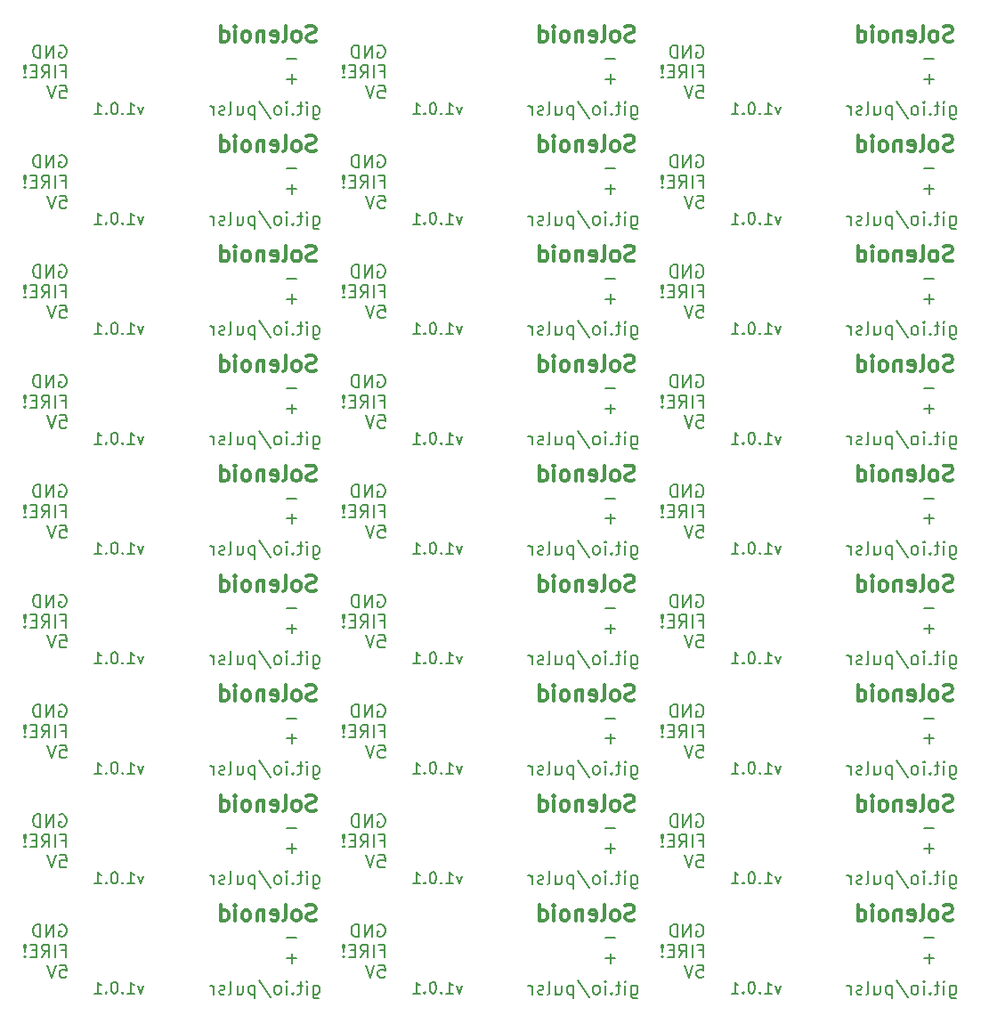
<source format=gbr>
G04 #@! TF.GenerationSoftware,KiCad,Pcbnew,5.99.0-unknown-r16857-c6889b00*
G04 #@! TF.CreationDate,2019-10-20T19:52:50+02:00*
G04 #@! TF.ProjectId,pulsr,70756c73-722e-46b6-9963-61645f706362,rev?*
G04 #@! TF.SameCoordinates,Original*
G04 #@! TF.FileFunction,Legend,Bot*
G04 #@! TF.FilePolarity,Positive*
%FSLAX46Y46*%
G04 Gerber Fmt 4.6, Leading zero omitted, Abs format (unit mm)*
G04 Created by KiCad (PCBNEW 5.99.0-unknown-r16857-c6889b00) date 2019-10-20 19:52:50*
%MOMM*%
%LPD*%
G04 APERTURE LIST*
%ADD10C,0.200000*%
%ADD11C,0.300000*%
%ADD12C,0.180000*%
G04 APERTURE END LIST*
D10*
X177030000Y-128419714D02*
X176115714Y-128419714D01*
X177030000Y-130351714D02*
X176115714Y-130351714D01*
X176572857Y-130808857D02*
X176572857Y-129894571D01*
X146730000Y-128419714D02*
X145815714Y-128419714D01*
X146730000Y-130351714D02*
X145815714Y-130351714D01*
X146272857Y-130808857D02*
X146272857Y-129894571D01*
X116430000Y-128419714D02*
X115515714Y-128419714D01*
X116430000Y-130351714D02*
X115515714Y-130351714D01*
X115972857Y-130808857D02*
X115972857Y-129894571D01*
X177030000Y-117969714D02*
X176115714Y-117969714D01*
X177030000Y-119901714D02*
X176115714Y-119901714D01*
X176572857Y-120358857D02*
X176572857Y-119444571D01*
X146730000Y-117969714D02*
X145815714Y-117969714D01*
X146730000Y-119901714D02*
X145815714Y-119901714D01*
X146272857Y-120358857D02*
X146272857Y-119444571D01*
X116430000Y-117969714D02*
X115515714Y-117969714D01*
X116430000Y-119901714D02*
X115515714Y-119901714D01*
X115972857Y-120358857D02*
X115972857Y-119444571D01*
X177030000Y-107519714D02*
X176115714Y-107519714D01*
X177030000Y-109451714D02*
X176115714Y-109451714D01*
X176572857Y-109908857D02*
X176572857Y-108994571D01*
X146730000Y-107519714D02*
X145815714Y-107519714D01*
X146730000Y-109451714D02*
X145815714Y-109451714D01*
X146272857Y-109908857D02*
X146272857Y-108994571D01*
X116430000Y-107519714D02*
X115515714Y-107519714D01*
X116430000Y-109451714D02*
X115515714Y-109451714D01*
X115972857Y-109908857D02*
X115972857Y-108994571D01*
X177030000Y-97069714D02*
X176115714Y-97069714D01*
X177030000Y-99001714D02*
X176115714Y-99001714D01*
X176572857Y-99458857D02*
X176572857Y-98544571D01*
X146730000Y-97069714D02*
X145815714Y-97069714D01*
X146730000Y-99001714D02*
X145815714Y-99001714D01*
X146272857Y-99458857D02*
X146272857Y-98544571D01*
X116430000Y-97069714D02*
X115515714Y-97069714D01*
X116430000Y-99001714D02*
X115515714Y-99001714D01*
X115972857Y-99458857D02*
X115972857Y-98544571D01*
X177030000Y-86619714D02*
X176115714Y-86619714D01*
X177030000Y-88551714D02*
X176115714Y-88551714D01*
X176572857Y-89008857D02*
X176572857Y-88094571D01*
X146730000Y-86619714D02*
X145815714Y-86619714D01*
X146730000Y-88551714D02*
X145815714Y-88551714D01*
X146272857Y-89008857D02*
X146272857Y-88094571D01*
X116430000Y-86619714D02*
X115515714Y-86619714D01*
X116430000Y-88551714D02*
X115515714Y-88551714D01*
X115972857Y-89008857D02*
X115972857Y-88094571D01*
X177030000Y-76169714D02*
X176115714Y-76169714D01*
X177030000Y-78101714D02*
X176115714Y-78101714D01*
X176572857Y-78558857D02*
X176572857Y-77644571D01*
X146730000Y-76169714D02*
X145815714Y-76169714D01*
X146730000Y-78101714D02*
X145815714Y-78101714D01*
X146272857Y-78558857D02*
X146272857Y-77644571D01*
X116430000Y-76169714D02*
X115515714Y-76169714D01*
X116430000Y-78101714D02*
X115515714Y-78101714D01*
X115972857Y-78558857D02*
X115972857Y-77644571D01*
X177030000Y-65719714D02*
X176115714Y-65719714D01*
X177030000Y-67651714D02*
X176115714Y-67651714D01*
X176572857Y-68108857D02*
X176572857Y-67194571D01*
X146730000Y-65719714D02*
X145815714Y-65719714D01*
X146730000Y-67651714D02*
X145815714Y-67651714D01*
X146272857Y-68108857D02*
X146272857Y-67194571D01*
X116430000Y-65719714D02*
X115515714Y-65719714D01*
X116430000Y-67651714D02*
X115515714Y-67651714D01*
X115972857Y-68108857D02*
X115972857Y-67194571D01*
X177030000Y-55269714D02*
X176115714Y-55269714D01*
X177030000Y-57201714D02*
X176115714Y-57201714D01*
X176572857Y-57658857D02*
X176572857Y-56744571D01*
X146730000Y-55269714D02*
X145815714Y-55269714D01*
X146730000Y-57201714D02*
X145815714Y-57201714D01*
X146272857Y-57658857D02*
X146272857Y-56744571D01*
X116430000Y-55269714D02*
X115515714Y-55269714D01*
X116430000Y-57201714D02*
X115515714Y-57201714D01*
X115972857Y-57658857D02*
X115972857Y-56744571D01*
X177030000Y-44819714D02*
X176115714Y-44819714D01*
X177030000Y-46751714D02*
X176115714Y-46751714D01*
X176572857Y-47208857D02*
X176572857Y-46294571D01*
X146730000Y-44819714D02*
X145815714Y-44819714D01*
X146730000Y-46751714D02*
X145815714Y-46751714D01*
X146272857Y-47208857D02*
X146272857Y-46294571D01*
X178586666Y-132932142D02*
X178586666Y-133944047D01*
X178646190Y-134063095D01*
X178705714Y-134122619D01*
X178824761Y-134182142D01*
X179003333Y-134182142D01*
X179122380Y-134122619D01*
X178586666Y-133705952D02*
X178705714Y-133765476D01*
X178943809Y-133765476D01*
X179062857Y-133705952D01*
X179122380Y-133646428D01*
X179181904Y-133527380D01*
X179181904Y-133170238D01*
X179122380Y-133051190D01*
X179062857Y-132991666D01*
X178943809Y-132932142D01*
X178705714Y-132932142D01*
X178586666Y-132991666D01*
X177991428Y-133765476D02*
X177991428Y-132932142D01*
X177991428Y-132515476D02*
X178050952Y-132575000D01*
X177991428Y-132634523D01*
X177931904Y-132575000D01*
X177991428Y-132515476D01*
X177991428Y-132634523D01*
X177574761Y-132932142D02*
X177098571Y-132932142D01*
X177396190Y-132515476D02*
X177396190Y-133586904D01*
X177336666Y-133705952D01*
X177217619Y-133765476D01*
X177098571Y-133765476D01*
X176681904Y-133646428D02*
X176622380Y-133705952D01*
X176681904Y-133765476D01*
X176741428Y-133705952D01*
X176681904Y-133646428D01*
X176681904Y-133765476D01*
X176086666Y-133765476D02*
X176086666Y-132932142D01*
X176086666Y-132515476D02*
X176146190Y-132575000D01*
X176086666Y-132634523D01*
X176027142Y-132575000D01*
X176086666Y-132515476D01*
X176086666Y-132634523D01*
X175312857Y-133765476D02*
X175431904Y-133705952D01*
X175491428Y-133646428D01*
X175550952Y-133527380D01*
X175550952Y-133170238D01*
X175491428Y-133051190D01*
X175431904Y-132991666D01*
X175312857Y-132932142D01*
X175134285Y-132932142D01*
X175015238Y-132991666D01*
X174955714Y-133051190D01*
X174896190Y-133170238D01*
X174896190Y-133527380D01*
X174955714Y-133646428D01*
X175015238Y-133705952D01*
X175134285Y-133765476D01*
X175312857Y-133765476D01*
X173467619Y-132455952D02*
X174539047Y-134063095D01*
X173050952Y-132932142D02*
X173050952Y-134182142D01*
X173050952Y-132991666D02*
X172931904Y-132932142D01*
X172693809Y-132932142D01*
X172574761Y-132991666D01*
X172515238Y-133051190D01*
X172455714Y-133170238D01*
X172455714Y-133527380D01*
X172515238Y-133646428D01*
X172574761Y-133705952D01*
X172693809Y-133765476D01*
X172931904Y-133765476D01*
X173050952Y-133705952D01*
X171384285Y-132932142D02*
X171384285Y-133765476D01*
X171920000Y-132932142D02*
X171920000Y-133586904D01*
X171860476Y-133705952D01*
X171741428Y-133765476D01*
X171562857Y-133765476D01*
X171443809Y-133705952D01*
X171384285Y-133646428D01*
X170610476Y-133765476D02*
X170729523Y-133705952D01*
X170789047Y-133586904D01*
X170789047Y-132515476D01*
X170193809Y-133705952D02*
X170074761Y-133765476D01*
X169836666Y-133765476D01*
X169717619Y-133705952D01*
X169658095Y-133586904D01*
X169658095Y-133527380D01*
X169717619Y-133408333D01*
X169836666Y-133348809D01*
X170015238Y-133348809D01*
X170134285Y-133289285D01*
X170193809Y-133170238D01*
X170193809Y-133110714D01*
X170134285Y-132991666D01*
X170015238Y-132932142D01*
X169836666Y-132932142D01*
X169717619Y-132991666D01*
X169122380Y-133765476D02*
X169122380Y-132932142D01*
X169122380Y-133170238D02*
X169062857Y-133051190D01*
X169003333Y-132991666D01*
X168884285Y-132932142D01*
X168765238Y-132932142D01*
X148286666Y-132932142D02*
X148286666Y-133944047D01*
X148346190Y-134063095D01*
X148405714Y-134122619D01*
X148524761Y-134182142D01*
X148703333Y-134182142D01*
X148822380Y-134122619D01*
X148286666Y-133705952D02*
X148405714Y-133765476D01*
X148643809Y-133765476D01*
X148762857Y-133705952D01*
X148822380Y-133646428D01*
X148881904Y-133527380D01*
X148881904Y-133170238D01*
X148822380Y-133051190D01*
X148762857Y-132991666D01*
X148643809Y-132932142D01*
X148405714Y-132932142D01*
X148286666Y-132991666D01*
X147691428Y-133765476D02*
X147691428Y-132932142D01*
X147691428Y-132515476D02*
X147750952Y-132575000D01*
X147691428Y-132634523D01*
X147631904Y-132575000D01*
X147691428Y-132515476D01*
X147691428Y-132634523D01*
X147274761Y-132932142D02*
X146798571Y-132932142D01*
X147096190Y-132515476D02*
X147096190Y-133586904D01*
X147036666Y-133705952D01*
X146917619Y-133765476D01*
X146798571Y-133765476D01*
X146381904Y-133646428D02*
X146322380Y-133705952D01*
X146381904Y-133765476D01*
X146441428Y-133705952D01*
X146381904Y-133646428D01*
X146381904Y-133765476D01*
X145786666Y-133765476D02*
X145786666Y-132932142D01*
X145786666Y-132515476D02*
X145846190Y-132575000D01*
X145786666Y-132634523D01*
X145727142Y-132575000D01*
X145786666Y-132515476D01*
X145786666Y-132634523D01*
X145012857Y-133765476D02*
X145131904Y-133705952D01*
X145191428Y-133646428D01*
X145250952Y-133527380D01*
X145250952Y-133170238D01*
X145191428Y-133051190D01*
X145131904Y-132991666D01*
X145012857Y-132932142D01*
X144834285Y-132932142D01*
X144715238Y-132991666D01*
X144655714Y-133051190D01*
X144596190Y-133170238D01*
X144596190Y-133527380D01*
X144655714Y-133646428D01*
X144715238Y-133705952D01*
X144834285Y-133765476D01*
X145012857Y-133765476D01*
X143167619Y-132455952D02*
X144239047Y-134063095D01*
X142750952Y-132932142D02*
X142750952Y-134182142D01*
X142750952Y-132991666D02*
X142631904Y-132932142D01*
X142393809Y-132932142D01*
X142274761Y-132991666D01*
X142215238Y-133051190D01*
X142155714Y-133170238D01*
X142155714Y-133527380D01*
X142215238Y-133646428D01*
X142274761Y-133705952D01*
X142393809Y-133765476D01*
X142631904Y-133765476D01*
X142750952Y-133705952D01*
X141084285Y-132932142D02*
X141084285Y-133765476D01*
X141620000Y-132932142D02*
X141620000Y-133586904D01*
X141560476Y-133705952D01*
X141441428Y-133765476D01*
X141262857Y-133765476D01*
X141143809Y-133705952D01*
X141084285Y-133646428D01*
X140310476Y-133765476D02*
X140429523Y-133705952D01*
X140489047Y-133586904D01*
X140489047Y-132515476D01*
X139893809Y-133705952D02*
X139774761Y-133765476D01*
X139536666Y-133765476D01*
X139417619Y-133705952D01*
X139358095Y-133586904D01*
X139358095Y-133527380D01*
X139417619Y-133408333D01*
X139536666Y-133348809D01*
X139715238Y-133348809D01*
X139834285Y-133289285D01*
X139893809Y-133170238D01*
X139893809Y-133110714D01*
X139834285Y-132991666D01*
X139715238Y-132932142D01*
X139536666Y-132932142D01*
X139417619Y-132991666D01*
X138822380Y-133765476D02*
X138822380Y-132932142D01*
X138822380Y-133170238D02*
X138762857Y-133051190D01*
X138703333Y-132991666D01*
X138584285Y-132932142D01*
X138465238Y-132932142D01*
X117986666Y-132932142D02*
X117986666Y-133944047D01*
X118046190Y-134063095D01*
X118105714Y-134122619D01*
X118224761Y-134182142D01*
X118403333Y-134182142D01*
X118522380Y-134122619D01*
X117986666Y-133705952D02*
X118105714Y-133765476D01*
X118343809Y-133765476D01*
X118462857Y-133705952D01*
X118522380Y-133646428D01*
X118581904Y-133527380D01*
X118581904Y-133170238D01*
X118522380Y-133051190D01*
X118462857Y-132991666D01*
X118343809Y-132932142D01*
X118105714Y-132932142D01*
X117986666Y-132991666D01*
X117391428Y-133765476D02*
X117391428Y-132932142D01*
X117391428Y-132515476D02*
X117450952Y-132575000D01*
X117391428Y-132634523D01*
X117331904Y-132575000D01*
X117391428Y-132515476D01*
X117391428Y-132634523D01*
X116974761Y-132932142D02*
X116498571Y-132932142D01*
X116796190Y-132515476D02*
X116796190Y-133586904D01*
X116736666Y-133705952D01*
X116617619Y-133765476D01*
X116498571Y-133765476D01*
X116081904Y-133646428D02*
X116022380Y-133705952D01*
X116081904Y-133765476D01*
X116141428Y-133705952D01*
X116081904Y-133646428D01*
X116081904Y-133765476D01*
X115486666Y-133765476D02*
X115486666Y-132932142D01*
X115486666Y-132515476D02*
X115546190Y-132575000D01*
X115486666Y-132634523D01*
X115427142Y-132575000D01*
X115486666Y-132515476D01*
X115486666Y-132634523D01*
X114712857Y-133765476D02*
X114831904Y-133705952D01*
X114891428Y-133646428D01*
X114950952Y-133527380D01*
X114950952Y-133170238D01*
X114891428Y-133051190D01*
X114831904Y-132991666D01*
X114712857Y-132932142D01*
X114534285Y-132932142D01*
X114415238Y-132991666D01*
X114355714Y-133051190D01*
X114296190Y-133170238D01*
X114296190Y-133527380D01*
X114355714Y-133646428D01*
X114415238Y-133705952D01*
X114534285Y-133765476D01*
X114712857Y-133765476D01*
X112867619Y-132455952D02*
X113939047Y-134063095D01*
X112450952Y-132932142D02*
X112450952Y-134182142D01*
X112450952Y-132991666D02*
X112331904Y-132932142D01*
X112093809Y-132932142D01*
X111974761Y-132991666D01*
X111915238Y-133051190D01*
X111855714Y-133170238D01*
X111855714Y-133527380D01*
X111915238Y-133646428D01*
X111974761Y-133705952D01*
X112093809Y-133765476D01*
X112331904Y-133765476D01*
X112450952Y-133705952D01*
X110784285Y-132932142D02*
X110784285Y-133765476D01*
X111320000Y-132932142D02*
X111320000Y-133586904D01*
X111260476Y-133705952D01*
X111141428Y-133765476D01*
X110962857Y-133765476D01*
X110843809Y-133705952D01*
X110784285Y-133646428D01*
X110010476Y-133765476D02*
X110129523Y-133705952D01*
X110189047Y-133586904D01*
X110189047Y-132515476D01*
X109593809Y-133705952D02*
X109474761Y-133765476D01*
X109236666Y-133765476D01*
X109117619Y-133705952D01*
X109058095Y-133586904D01*
X109058095Y-133527380D01*
X109117619Y-133408333D01*
X109236666Y-133348809D01*
X109415238Y-133348809D01*
X109534285Y-133289285D01*
X109593809Y-133170238D01*
X109593809Y-133110714D01*
X109534285Y-132991666D01*
X109415238Y-132932142D01*
X109236666Y-132932142D01*
X109117619Y-132991666D01*
X108522380Y-133765476D02*
X108522380Y-132932142D01*
X108522380Y-133170238D02*
X108462857Y-133051190D01*
X108403333Y-132991666D01*
X108284285Y-132932142D01*
X108165238Y-132932142D01*
X178586666Y-122482142D02*
X178586666Y-123494047D01*
X178646190Y-123613095D01*
X178705714Y-123672619D01*
X178824761Y-123732142D01*
X179003333Y-123732142D01*
X179122380Y-123672619D01*
X178586666Y-123255952D02*
X178705714Y-123315476D01*
X178943809Y-123315476D01*
X179062857Y-123255952D01*
X179122380Y-123196428D01*
X179181904Y-123077380D01*
X179181904Y-122720238D01*
X179122380Y-122601190D01*
X179062857Y-122541666D01*
X178943809Y-122482142D01*
X178705714Y-122482142D01*
X178586666Y-122541666D01*
X177991428Y-123315476D02*
X177991428Y-122482142D01*
X177991428Y-122065476D02*
X178050952Y-122125000D01*
X177991428Y-122184523D01*
X177931904Y-122125000D01*
X177991428Y-122065476D01*
X177991428Y-122184523D01*
X177574761Y-122482142D02*
X177098571Y-122482142D01*
X177396190Y-122065476D02*
X177396190Y-123136904D01*
X177336666Y-123255952D01*
X177217619Y-123315476D01*
X177098571Y-123315476D01*
X176681904Y-123196428D02*
X176622380Y-123255952D01*
X176681904Y-123315476D01*
X176741428Y-123255952D01*
X176681904Y-123196428D01*
X176681904Y-123315476D01*
X176086666Y-123315476D02*
X176086666Y-122482142D01*
X176086666Y-122065476D02*
X176146190Y-122125000D01*
X176086666Y-122184523D01*
X176027142Y-122125000D01*
X176086666Y-122065476D01*
X176086666Y-122184523D01*
X175312857Y-123315476D02*
X175431904Y-123255952D01*
X175491428Y-123196428D01*
X175550952Y-123077380D01*
X175550952Y-122720238D01*
X175491428Y-122601190D01*
X175431904Y-122541666D01*
X175312857Y-122482142D01*
X175134285Y-122482142D01*
X175015238Y-122541666D01*
X174955714Y-122601190D01*
X174896190Y-122720238D01*
X174896190Y-123077380D01*
X174955714Y-123196428D01*
X175015238Y-123255952D01*
X175134285Y-123315476D01*
X175312857Y-123315476D01*
X173467619Y-122005952D02*
X174539047Y-123613095D01*
X173050952Y-122482142D02*
X173050952Y-123732142D01*
X173050952Y-122541666D02*
X172931904Y-122482142D01*
X172693809Y-122482142D01*
X172574761Y-122541666D01*
X172515238Y-122601190D01*
X172455714Y-122720238D01*
X172455714Y-123077380D01*
X172515238Y-123196428D01*
X172574761Y-123255952D01*
X172693809Y-123315476D01*
X172931904Y-123315476D01*
X173050952Y-123255952D01*
X171384285Y-122482142D02*
X171384285Y-123315476D01*
X171920000Y-122482142D02*
X171920000Y-123136904D01*
X171860476Y-123255952D01*
X171741428Y-123315476D01*
X171562857Y-123315476D01*
X171443809Y-123255952D01*
X171384285Y-123196428D01*
X170610476Y-123315476D02*
X170729523Y-123255952D01*
X170789047Y-123136904D01*
X170789047Y-122065476D01*
X170193809Y-123255952D02*
X170074761Y-123315476D01*
X169836666Y-123315476D01*
X169717619Y-123255952D01*
X169658095Y-123136904D01*
X169658095Y-123077380D01*
X169717619Y-122958333D01*
X169836666Y-122898809D01*
X170015238Y-122898809D01*
X170134285Y-122839285D01*
X170193809Y-122720238D01*
X170193809Y-122660714D01*
X170134285Y-122541666D01*
X170015238Y-122482142D01*
X169836666Y-122482142D01*
X169717619Y-122541666D01*
X169122380Y-123315476D02*
X169122380Y-122482142D01*
X169122380Y-122720238D02*
X169062857Y-122601190D01*
X169003333Y-122541666D01*
X168884285Y-122482142D01*
X168765238Y-122482142D01*
X148286666Y-122482142D02*
X148286666Y-123494047D01*
X148346190Y-123613095D01*
X148405714Y-123672619D01*
X148524761Y-123732142D01*
X148703333Y-123732142D01*
X148822380Y-123672619D01*
X148286666Y-123255952D02*
X148405714Y-123315476D01*
X148643809Y-123315476D01*
X148762857Y-123255952D01*
X148822380Y-123196428D01*
X148881904Y-123077380D01*
X148881904Y-122720238D01*
X148822380Y-122601190D01*
X148762857Y-122541666D01*
X148643809Y-122482142D01*
X148405714Y-122482142D01*
X148286666Y-122541666D01*
X147691428Y-123315476D02*
X147691428Y-122482142D01*
X147691428Y-122065476D02*
X147750952Y-122125000D01*
X147691428Y-122184523D01*
X147631904Y-122125000D01*
X147691428Y-122065476D01*
X147691428Y-122184523D01*
X147274761Y-122482142D02*
X146798571Y-122482142D01*
X147096190Y-122065476D02*
X147096190Y-123136904D01*
X147036666Y-123255952D01*
X146917619Y-123315476D01*
X146798571Y-123315476D01*
X146381904Y-123196428D02*
X146322380Y-123255952D01*
X146381904Y-123315476D01*
X146441428Y-123255952D01*
X146381904Y-123196428D01*
X146381904Y-123315476D01*
X145786666Y-123315476D02*
X145786666Y-122482142D01*
X145786666Y-122065476D02*
X145846190Y-122125000D01*
X145786666Y-122184523D01*
X145727142Y-122125000D01*
X145786666Y-122065476D01*
X145786666Y-122184523D01*
X145012857Y-123315476D02*
X145131904Y-123255952D01*
X145191428Y-123196428D01*
X145250952Y-123077380D01*
X145250952Y-122720238D01*
X145191428Y-122601190D01*
X145131904Y-122541666D01*
X145012857Y-122482142D01*
X144834285Y-122482142D01*
X144715238Y-122541666D01*
X144655714Y-122601190D01*
X144596190Y-122720238D01*
X144596190Y-123077380D01*
X144655714Y-123196428D01*
X144715238Y-123255952D01*
X144834285Y-123315476D01*
X145012857Y-123315476D01*
X143167619Y-122005952D02*
X144239047Y-123613095D01*
X142750952Y-122482142D02*
X142750952Y-123732142D01*
X142750952Y-122541666D02*
X142631904Y-122482142D01*
X142393809Y-122482142D01*
X142274761Y-122541666D01*
X142215238Y-122601190D01*
X142155714Y-122720238D01*
X142155714Y-123077380D01*
X142215238Y-123196428D01*
X142274761Y-123255952D01*
X142393809Y-123315476D01*
X142631904Y-123315476D01*
X142750952Y-123255952D01*
X141084285Y-122482142D02*
X141084285Y-123315476D01*
X141620000Y-122482142D02*
X141620000Y-123136904D01*
X141560476Y-123255952D01*
X141441428Y-123315476D01*
X141262857Y-123315476D01*
X141143809Y-123255952D01*
X141084285Y-123196428D01*
X140310476Y-123315476D02*
X140429523Y-123255952D01*
X140489047Y-123136904D01*
X140489047Y-122065476D01*
X139893809Y-123255952D02*
X139774761Y-123315476D01*
X139536666Y-123315476D01*
X139417619Y-123255952D01*
X139358095Y-123136904D01*
X139358095Y-123077380D01*
X139417619Y-122958333D01*
X139536666Y-122898809D01*
X139715238Y-122898809D01*
X139834285Y-122839285D01*
X139893809Y-122720238D01*
X139893809Y-122660714D01*
X139834285Y-122541666D01*
X139715238Y-122482142D01*
X139536666Y-122482142D01*
X139417619Y-122541666D01*
X138822380Y-123315476D02*
X138822380Y-122482142D01*
X138822380Y-122720238D02*
X138762857Y-122601190D01*
X138703333Y-122541666D01*
X138584285Y-122482142D01*
X138465238Y-122482142D01*
X117986666Y-122482142D02*
X117986666Y-123494047D01*
X118046190Y-123613095D01*
X118105714Y-123672619D01*
X118224761Y-123732142D01*
X118403333Y-123732142D01*
X118522380Y-123672619D01*
X117986666Y-123255952D02*
X118105714Y-123315476D01*
X118343809Y-123315476D01*
X118462857Y-123255952D01*
X118522380Y-123196428D01*
X118581904Y-123077380D01*
X118581904Y-122720238D01*
X118522380Y-122601190D01*
X118462857Y-122541666D01*
X118343809Y-122482142D01*
X118105714Y-122482142D01*
X117986666Y-122541666D01*
X117391428Y-123315476D02*
X117391428Y-122482142D01*
X117391428Y-122065476D02*
X117450952Y-122125000D01*
X117391428Y-122184523D01*
X117331904Y-122125000D01*
X117391428Y-122065476D01*
X117391428Y-122184523D01*
X116974761Y-122482142D02*
X116498571Y-122482142D01*
X116796190Y-122065476D02*
X116796190Y-123136904D01*
X116736666Y-123255952D01*
X116617619Y-123315476D01*
X116498571Y-123315476D01*
X116081904Y-123196428D02*
X116022380Y-123255952D01*
X116081904Y-123315476D01*
X116141428Y-123255952D01*
X116081904Y-123196428D01*
X116081904Y-123315476D01*
X115486666Y-123315476D02*
X115486666Y-122482142D01*
X115486666Y-122065476D02*
X115546190Y-122125000D01*
X115486666Y-122184523D01*
X115427142Y-122125000D01*
X115486666Y-122065476D01*
X115486666Y-122184523D01*
X114712857Y-123315476D02*
X114831904Y-123255952D01*
X114891428Y-123196428D01*
X114950952Y-123077380D01*
X114950952Y-122720238D01*
X114891428Y-122601190D01*
X114831904Y-122541666D01*
X114712857Y-122482142D01*
X114534285Y-122482142D01*
X114415238Y-122541666D01*
X114355714Y-122601190D01*
X114296190Y-122720238D01*
X114296190Y-123077380D01*
X114355714Y-123196428D01*
X114415238Y-123255952D01*
X114534285Y-123315476D01*
X114712857Y-123315476D01*
X112867619Y-122005952D02*
X113939047Y-123613095D01*
X112450952Y-122482142D02*
X112450952Y-123732142D01*
X112450952Y-122541666D02*
X112331904Y-122482142D01*
X112093809Y-122482142D01*
X111974761Y-122541666D01*
X111915238Y-122601190D01*
X111855714Y-122720238D01*
X111855714Y-123077380D01*
X111915238Y-123196428D01*
X111974761Y-123255952D01*
X112093809Y-123315476D01*
X112331904Y-123315476D01*
X112450952Y-123255952D01*
X110784285Y-122482142D02*
X110784285Y-123315476D01*
X111320000Y-122482142D02*
X111320000Y-123136904D01*
X111260476Y-123255952D01*
X111141428Y-123315476D01*
X110962857Y-123315476D01*
X110843809Y-123255952D01*
X110784285Y-123196428D01*
X110010476Y-123315476D02*
X110129523Y-123255952D01*
X110189047Y-123136904D01*
X110189047Y-122065476D01*
X109593809Y-123255952D02*
X109474761Y-123315476D01*
X109236666Y-123315476D01*
X109117619Y-123255952D01*
X109058095Y-123136904D01*
X109058095Y-123077380D01*
X109117619Y-122958333D01*
X109236666Y-122898809D01*
X109415238Y-122898809D01*
X109534285Y-122839285D01*
X109593809Y-122720238D01*
X109593809Y-122660714D01*
X109534285Y-122541666D01*
X109415238Y-122482142D01*
X109236666Y-122482142D01*
X109117619Y-122541666D01*
X108522380Y-123315476D02*
X108522380Y-122482142D01*
X108522380Y-122720238D02*
X108462857Y-122601190D01*
X108403333Y-122541666D01*
X108284285Y-122482142D01*
X108165238Y-122482142D01*
X178586666Y-112032142D02*
X178586666Y-113044047D01*
X178646190Y-113163095D01*
X178705714Y-113222619D01*
X178824761Y-113282142D01*
X179003333Y-113282142D01*
X179122380Y-113222619D01*
X178586666Y-112805952D02*
X178705714Y-112865476D01*
X178943809Y-112865476D01*
X179062857Y-112805952D01*
X179122380Y-112746428D01*
X179181904Y-112627380D01*
X179181904Y-112270238D01*
X179122380Y-112151190D01*
X179062857Y-112091666D01*
X178943809Y-112032142D01*
X178705714Y-112032142D01*
X178586666Y-112091666D01*
X177991428Y-112865476D02*
X177991428Y-112032142D01*
X177991428Y-111615476D02*
X178050952Y-111675000D01*
X177991428Y-111734523D01*
X177931904Y-111675000D01*
X177991428Y-111615476D01*
X177991428Y-111734523D01*
X177574761Y-112032142D02*
X177098571Y-112032142D01*
X177396190Y-111615476D02*
X177396190Y-112686904D01*
X177336666Y-112805952D01*
X177217619Y-112865476D01*
X177098571Y-112865476D01*
X176681904Y-112746428D02*
X176622380Y-112805952D01*
X176681904Y-112865476D01*
X176741428Y-112805952D01*
X176681904Y-112746428D01*
X176681904Y-112865476D01*
X176086666Y-112865476D02*
X176086666Y-112032142D01*
X176086666Y-111615476D02*
X176146190Y-111675000D01*
X176086666Y-111734523D01*
X176027142Y-111675000D01*
X176086666Y-111615476D01*
X176086666Y-111734523D01*
X175312857Y-112865476D02*
X175431904Y-112805952D01*
X175491428Y-112746428D01*
X175550952Y-112627380D01*
X175550952Y-112270238D01*
X175491428Y-112151190D01*
X175431904Y-112091666D01*
X175312857Y-112032142D01*
X175134285Y-112032142D01*
X175015238Y-112091666D01*
X174955714Y-112151190D01*
X174896190Y-112270238D01*
X174896190Y-112627380D01*
X174955714Y-112746428D01*
X175015238Y-112805952D01*
X175134285Y-112865476D01*
X175312857Y-112865476D01*
X173467619Y-111555952D02*
X174539047Y-113163095D01*
X173050952Y-112032142D02*
X173050952Y-113282142D01*
X173050952Y-112091666D02*
X172931904Y-112032142D01*
X172693809Y-112032142D01*
X172574761Y-112091666D01*
X172515238Y-112151190D01*
X172455714Y-112270238D01*
X172455714Y-112627380D01*
X172515238Y-112746428D01*
X172574761Y-112805952D01*
X172693809Y-112865476D01*
X172931904Y-112865476D01*
X173050952Y-112805952D01*
X171384285Y-112032142D02*
X171384285Y-112865476D01*
X171920000Y-112032142D02*
X171920000Y-112686904D01*
X171860476Y-112805952D01*
X171741428Y-112865476D01*
X171562857Y-112865476D01*
X171443809Y-112805952D01*
X171384285Y-112746428D01*
X170610476Y-112865476D02*
X170729523Y-112805952D01*
X170789047Y-112686904D01*
X170789047Y-111615476D01*
X170193809Y-112805952D02*
X170074761Y-112865476D01*
X169836666Y-112865476D01*
X169717619Y-112805952D01*
X169658095Y-112686904D01*
X169658095Y-112627380D01*
X169717619Y-112508333D01*
X169836666Y-112448809D01*
X170015238Y-112448809D01*
X170134285Y-112389285D01*
X170193809Y-112270238D01*
X170193809Y-112210714D01*
X170134285Y-112091666D01*
X170015238Y-112032142D01*
X169836666Y-112032142D01*
X169717619Y-112091666D01*
X169122380Y-112865476D02*
X169122380Y-112032142D01*
X169122380Y-112270238D02*
X169062857Y-112151190D01*
X169003333Y-112091666D01*
X168884285Y-112032142D01*
X168765238Y-112032142D01*
X148286666Y-112032142D02*
X148286666Y-113044047D01*
X148346190Y-113163095D01*
X148405714Y-113222619D01*
X148524761Y-113282142D01*
X148703333Y-113282142D01*
X148822380Y-113222619D01*
X148286666Y-112805952D02*
X148405714Y-112865476D01*
X148643809Y-112865476D01*
X148762857Y-112805952D01*
X148822380Y-112746428D01*
X148881904Y-112627380D01*
X148881904Y-112270238D01*
X148822380Y-112151190D01*
X148762857Y-112091666D01*
X148643809Y-112032142D01*
X148405714Y-112032142D01*
X148286666Y-112091666D01*
X147691428Y-112865476D02*
X147691428Y-112032142D01*
X147691428Y-111615476D02*
X147750952Y-111675000D01*
X147691428Y-111734523D01*
X147631904Y-111675000D01*
X147691428Y-111615476D01*
X147691428Y-111734523D01*
X147274761Y-112032142D02*
X146798571Y-112032142D01*
X147096190Y-111615476D02*
X147096190Y-112686904D01*
X147036666Y-112805952D01*
X146917619Y-112865476D01*
X146798571Y-112865476D01*
X146381904Y-112746428D02*
X146322380Y-112805952D01*
X146381904Y-112865476D01*
X146441428Y-112805952D01*
X146381904Y-112746428D01*
X146381904Y-112865476D01*
X145786666Y-112865476D02*
X145786666Y-112032142D01*
X145786666Y-111615476D02*
X145846190Y-111675000D01*
X145786666Y-111734523D01*
X145727142Y-111675000D01*
X145786666Y-111615476D01*
X145786666Y-111734523D01*
X145012857Y-112865476D02*
X145131904Y-112805952D01*
X145191428Y-112746428D01*
X145250952Y-112627380D01*
X145250952Y-112270238D01*
X145191428Y-112151190D01*
X145131904Y-112091666D01*
X145012857Y-112032142D01*
X144834285Y-112032142D01*
X144715238Y-112091666D01*
X144655714Y-112151190D01*
X144596190Y-112270238D01*
X144596190Y-112627380D01*
X144655714Y-112746428D01*
X144715238Y-112805952D01*
X144834285Y-112865476D01*
X145012857Y-112865476D01*
X143167619Y-111555952D02*
X144239047Y-113163095D01*
X142750952Y-112032142D02*
X142750952Y-113282142D01*
X142750952Y-112091666D02*
X142631904Y-112032142D01*
X142393809Y-112032142D01*
X142274761Y-112091666D01*
X142215238Y-112151190D01*
X142155714Y-112270238D01*
X142155714Y-112627380D01*
X142215238Y-112746428D01*
X142274761Y-112805952D01*
X142393809Y-112865476D01*
X142631904Y-112865476D01*
X142750952Y-112805952D01*
X141084285Y-112032142D02*
X141084285Y-112865476D01*
X141620000Y-112032142D02*
X141620000Y-112686904D01*
X141560476Y-112805952D01*
X141441428Y-112865476D01*
X141262857Y-112865476D01*
X141143809Y-112805952D01*
X141084285Y-112746428D01*
X140310476Y-112865476D02*
X140429523Y-112805952D01*
X140489047Y-112686904D01*
X140489047Y-111615476D01*
X139893809Y-112805952D02*
X139774761Y-112865476D01*
X139536666Y-112865476D01*
X139417619Y-112805952D01*
X139358095Y-112686904D01*
X139358095Y-112627380D01*
X139417619Y-112508333D01*
X139536666Y-112448809D01*
X139715238Y-112448809D01*
X139834285Y-112389285D01*
X139893809Y-112270238D01*
X139893809Y-112210714D01*
X139834285Y-112091666D01*
X139715238Y-112032142D01*
X139536666Y-112032142D01*
X139417619Y-112091666D01*
X138822380Y-112865476D02*
X138822380Y-112032142D01*
X138822380Y-112270238D02*
X138762857Y-112151190D01*
X138703333Y-112091666D01*
X138584285Y-112032142D01*
X138465238Y-112032142D01*
X117986666Y-112032142D02*
X117986666Y-113044047D01*
X118046190Y-113163095D01*
X118105714Y-113222619D01*
X118224761Y-113282142D01*
X118403333Y-113282142D01*
X118522380Y-113222619D01*
X117986666Y-112805952D02*
X118105714Y-112865476D01*
X118343809Y-112865476D01*
X118462857Y-112805952D01*
X118522380Y-112746428D01*
X118581904Y-112627380D01*
X118581904Y-112270238D01*
X118522380Y-112151190D01*
X118462857Y-112091666D01*
X118343809Y-112032142D01*
X118105714Y-112032142D01*
X117986666Y-112091666D01*
X117391428Y-112865476D02*
X117391428Y-112032142D01*
X117391428Y-111615476D02*
X117450952Y-111675000D01*
X117391428Y-111734523D01*
X117331904Y-111675000D01*
X117391428Y-111615476D01*
X117391428Y-111734523D01*
X116974761Y-112032142D02*
X116498571Y-112032142D01*
X116796190Y-111615476D02*
X116796190Y-112686904D01*
X116736666Y-112805952D01*
X116617619Y-112865476D01*
X116498571Y-112865476D01*
X116081904Y-112746428D02*
X116022380Y-112805952D01*
X116081904Y-112865476D01*
X116141428Y-112805952D01*
X116081904Y-112746428D01*
X116081904Y-112865476D01*
X115486666Y-112865476D02*
X115486666Y-112032142D01*
X115486666Y-111615476D02*
X115546190Y-111675000D01*
X115486666Y-111734523D01*
X115427142Y-111675000D01*
X115486666Y-111615476D01*
X115486666Y-111734523D01*
X114712857Y-112865476D02*
X114831904Y-112805952D01*
X114891428Y-112746428D01*
X114950952Y-112627380D01*
X114950952Y-112270238D01*
X114891428Y-112151190D01*
X114831904Y-112091666D01*
X114712857Y-112032142D01*
X114534285Y-112032142D01*
X114415238Y-112091666D01*
X114355714Y-112151190D01*
X114296190Y-112270238D01*
X114296190Y-112627380D01*
X114355714Y-112746428D01*
X114415238Y-112805952D01*
X114534285Y-112865476D01*
X114712857Y-112865476D01*
X112867619Y-111555952D02*
X113939047Y-113163095D01*
X112450952Y-112032142D02*
X112450952Y-113282142D01*
X112450952Y-112091666D02*
X112331904Y-112032142D01*
X112093809Y-112032142D01*
X111974761Y-112091666D01*
X111915238Y-112151190D01*
X111855714Y-112270238D01*
X111855714Y-112627380D01*
X111915238Y-112746428D01*
X111974761Y-112805952D01*
X112093809Y-112865476D01*
X112331904Y-112865476D01*
X112450952Y-112805952D01*
X110784285Y-112032142D02*
X110784285Y-112865476D01*
X111320000Y-112032142D02*
X111320000Y-112686904D01*
X111260476Y-112805952D01*
X111141428Y-112865476D01*
X110962857Y-112865476D01*
X110843809Y-112805952D01*
X110784285Y-112746428D01*
X110010476Y-112865476D02*
X110129523Y-112805952D01*
X110189047Y-112686904D01*
X110189047Y-111615476D01*
X109593809Y-112805952D02*
X109474761Y-112865476D01*
X109236666Y-112865476D01*
X109117619Y-112805952D01*
X109058095Y-112686904D01*
X109058095Y-112627380D01*
X109117619Y-112508333D01*
X109236666Y-112448809D01*
X109415238Y-112448809D01*
X109534285Y-112389285D01*
X109593809Y-112270238D01*
X109593809Y-112210714D01*
X109534285Y-112091666D01*
X109415238Y-112032142D01*
X109236666Y-112032142D01*
X109117619Y-112091666D01*
X108522380Y-112865476D02*
X108522380Y-112032142D01*
X108522380Y-112270238D02*
X108462857Y-112151190D01*
X108403333Y-112091666D01*
X108284285Y-112032142D01*
X108165238Y-112032142D01*
X178586666Y-101582142D02*
X178586666Y-102594047D01*
X178646190Y-102713095D01*
X178705714Y-102772619D01*
X178824761Y-102832142D01*
X179003333Y-102832142D01*
X179122380Y-102772619D01*
X178586666Y-102355952D02*
X178705714Y-102415476D01*
X178943809Y-102415476D01*
X179062857Y-102355952D01*
X179122380Y-102296428D01*
X179181904Y-102177380D01*
X179181904Y-101820238D01*
X179122380Y-101701190D01*
X179062857Y-101641666D01*
X178943809Y-101582142D01*
X178705714Y-101582142D01*
X178586666Y-101641666D01*
X177991428Y-102415476D02*
X177991428Y-101582142D01*
X177991428Y-101165476D02*
X178050952Y-101225000D01*
X177991428Y-101284523D01*
X177931904Y-101225000D01*
X177991428Y-101165476D01*
X177991428Y-101284523D01*
X177574761Y-101582142D02*
X177098571Y-101582142D01*
X177396190Y-101165476D02*
X177396190Y-102236904D01*
X177336666Y-102355952D01*
X177217619Y-102415476D01*
X177098571Y-102415476D01*
X176681904Y-102296428D02*
X176622380Y-102355952D01*
X176681904Y-102415476D01*
X176741428Y-102355952D01*
X176681904Y-102296428D01*
X176681904Y-102415476D01*
X176086666Y-102415476D02*
X176086666Y-101582142D01*
X176086666Y-101165476D02*
X176146190Y-101225000D01*
X176086666Y-101284523D01*
X176027142Y-101225000D01*
X176086666Y-101165476D01*
X176086666Y-101284523D01*
X175312857Y-102415476D02*
X175431904Y-102355952D01*
X175491428Y-102296428D01*
X175550952Y-102177380D01*
X175550952Y-101820238D01*
X175491428Y-101701190D01*
X175431904Y-101641666D01*
X175312857Y-101582142D01*
X175134285Y-101582142D01*
X175015238Y-101641666D01*
X174955714Y-101701190D01*
X174896190Y-101820238D01*
X174896190Y-102177380D01*
X174955714Y-102296428D01*
X175015238Y-102355952D01*
X175134285Y-102415476D01*
X175312857Y-102415476D01*
X173467619Y-101105952D02*
X174539047Y-102713095D01*
X173050952Y-101582142D02*
X173050952Y-102832142D01*
X173050952Y-101641666D02*
X172931904Y-101582142D01*
X172693809Y-101582142D01*
X172574761Y-101641666D01*
X172515238Y-101701190D01*
X172455714Y-101820238D01*
X172455714Y-102177380D01*
X172515238Y-102296428D01*
X172574761Y-102355952D01*
X172693809Y-102415476D01*
X172931904Y-102415476D01*
X173050952Y-102355952D01*
X171384285Y-101582142D02*
X171384285Y-102415476D01*
X171920000Y-101582142D02*
X171920000Y-102236904D01*
X171860476Y-102355952D01*
X171741428Y-102415476D01*
X171562857Y-102415476D01*
X171443809Y-102355952D01*
X171384285Y-102296428D01*
X170610476Y-102415476D02*
X170729523Y-102355952D01*
X170789047Y-102236904D01*
X170789047Y-101165476D01*
X170193809Y-102355952D02*
X170074761Y-102415476D01*
X169836666Y-102415476D01*
X169717619Y-102355952D01*
X169658095Y-102236904D01*
X169658095Y-102177380D01*
X169717619Y-102058333D01*
X169836666Y-101998809D01*
X170015238Y-101998809D01*
X170134285Y-101939285D01*
X170193809Y-101820238D01*
X170193809Y-101760714D01*
X170134285Y-101641666D01*
X170015238Y-101582142D01*
X169836666Y-101582142D01*
X169717619Y-101641666D01*
X169122380Y-102415476D02*
X169122380Y-101582142D01*
X169122380Y-101820238D02*
X169062857Y-101701190D01*
X169003333Y-101641666D01*
X168884285Y-101582142D01*
X168765238Y-101582142D01*
X148286666Y-101582142D02*
X148286666Y-102594047D01*
X148346190Y-102713095D01*
X148405714Y-102772619D01*
X148524761Y-102832142D01*
X148703333Y-102832142D01*
X148822380Y-102772619D01*
X148286666Y-102355952D02*
X148405714Y-102415476D01*
X148643809Y-102415476D01*
X148762857Y-102355952D01*
X148822380Y-102296428D01*
X148881904Y-102177380D01*
X148881904Y-101820238D01*
X148822380Y-101701190D01*
X148762857Y-101641666D01*
X148643809Y-101582142D01*
X148405714Y-101582142D01*
X148286666Y-101641666D01*
X147691428Y-102415476D02*
X147691428Y-101582142D01*
X147691428Y-101165476D02*
X147750952Y-101225000D01*
X147691428Y-101284523D01*
X147631904Y-101225000D01*
X147691428Y-101165476D01*
X147691428Y-101284523D01*
X147274761Y-101582142D02*
X146798571Y-101582142D01*
X147096190Y-101165476D02*
X147096190Y-102236904D01*
X147036666Y-102355952D01*
X146917619Y-102415476D01*
X146798571Y-102415476D01*
X146381904Y-102296428D02*
X146322380Y-102355952D01*
X146381904Y-102415476D01*
X146441428Y-102355952D01*
X146381904Y-102296428D01*
X146381904Y-102415476D01*
X145786666Y-102415476D02*
X145786666Y-101582142D01*
X145786666Y-101165476D02*
X145846190Y-101225000D01*
X145786666Y-101284523D01*
X145727142Y-101225000D01*
X145786666Y-101165476D01*
X145786666Y-101284523D01*
X145012857Y-102415476D02*
X145131904Y-102355952D01*
X145191428Y-102296428D01*
X145250952Y-102177380D01*
X145250952Y-101820238D01*
X145191428Y-101701190D01*
X145131904Y-101641666D01*
X145012857Y-101582142D01*
X144834285Y-101582142D01*
X144715238Y-101641666D01*
X144655714Y-101701190D01*
X144596190Y-101820238D01*
X144596190Y-102177380D01*
X144655714Y-102296428D01*
X144715238Y-102355952D01*
X144834285Y-102415476D01*
X145012857Y-102415476D01*
X143167619Y-101105952D02*
X144239047Y-102713095D01*
X142750952Y-101582142D02*
X142750952Y-102832142D01*
X142750952Y-101641666D02*
X142631904Y-101582142D01*
X142393809Y-101582142D01*
X142274761Y-101641666D01*
X142215238Y-101701190D01*
X142155714Y-101820238D01*
X142155714Y-102177380D01*
X142215238Y-102296428D01*
X142274761Y-102355952D01*
X142393809Y-102415476D01*
X142631904Y-102415476D01*
X142750952Y-102355952D01*
X141084285Y-101582142D02*
X141084285Y-102415476D01*
X141620000Y-101582142D02*
X141620000Y-102236904D01*
X141560476Y-102355952D01*
X141441428Y-102415476D01*
X141262857Y-102415476D01*
X141143809Y-102355952D01*
X141084285Y-102296428D01*
X140310476Y-102415476D02*
X140429523Y-102355952D01*
X140489047Y-102236904D01*
X140489047Y-101165476D01*
X139893809Y-102355952D02*
X139774761Y-102415476D01*
X139536666Y-102415476D01*
X139417619Y-102355952D01*
X139358095Y-102236904D01*
X139358095Y-102177380D01*
X139417619Y-102058333D01*
X139536666Y-101998809D01*
X139715238Y-101998809D01*
X139834285Y-101939285D01*
X139893809Y-101820238D01*
X139893809Y-101760714D01*
X139834285Y-101641666D01*
X139715238Y-101582142D01*
X139536666Y-101582142D01*
X139417619Y-101641666D01*
X138822380Y-102415476D02*
X138822380Y-101582142D01*
X138822380Y-101820238D02*
X138762857Y-101701190D01*
X138703333Y-101641666D01*
X138584285Y-101582142D01*
X138465238Y-101582142D01*
X117986666Y-101582142D02*
X117986666Y-102594047D01*
X118046190Y-102713095D01*
X118105714Y-102772619D01*
X118224761Y-102832142D01*
X118403333Y-102832142D01*
X118522380Y-102772619D01*
X117986666Y-102355952D02*
X118105714Y-102415476D01*
X118343809Y-102415476D01*
X118462857Y-102355952D01*
X118522380Y-102296428D01*
X118581904Y-102177380D01*
X118581904Y-101820238D01*
X118522380Y-101701190D01*
X118462857Y-101641666D01*
X118343809Y-101582142D01*
X118105714Y-101582142D01*
X117986666Y-101641666D01*
X117391428Y-102415476D02*
X117391428Y-101582142D01*
X117391428Y-101165476D02*
X117450952Y-101225000D01*
X117391428Y-101284523D01*
X117331904Y-101225000D01*
X117391428Y-101165476D01*
X117391428Y-101284523D01*
X116974761Y-101582142D02*
X116498571Y-101582142D01*
X116796190Y-101165476D02*
X116796190Y-102236904D01*
X116736666Y-102355952D01*
X116617619Y-102415476D01*
X116498571Y-102415476D01*
X116081904Y-102296428D02*
X116022380Y-102355952D01*
X116081904Y-102415476D01*
X116141428Y-102355952D01*
X116081904Y-102296428D01*
X116081904Y-102415476D01*
X115486666Y-102415476D02*
X115486666Y-101582142D01*
X115486666Y-101165476D02*
X115546190Y-101225000D01*
X115486666Y-101284523D01*
X115427142Y-101225000D01*
X115486666Y-101165476D01*
X115486666Y-101284523D01*
X114712857Y-102415476D02*
X114831904Y-102355952D01*
X114891428Y-102296428D01*
X114950952Y-102177380D01*
X114950952Y-101820238D01*
X114891428Y-101701190D01*
X114831904Y-101641666D01*
X114712857Y-101582142D01*
X114534285Y-101582142D01*
X114415238Y-101641666D01*
X114355714Y-101701190D01*
X114296190Y-101820238D01*
X114296190Y-102177380D01*
X114355714Y-102296428D01*
X114415238Y-102355952D01*
X114534285Y-102415476D01*
X114712857Y-102415476D01*
X112867619Y-101105952D02*
X113939047Y-102713095D01*
X112450952Y-101582142D02*
X112450952Y-102832142D01*
X112450952Y-101641666D02*
X112331904Y-101582142D01*
X112093809Y-101582142D01*
X111974761Y-101641666D01*
X111915238Y-101701190D01*
X111855714Y-101820238D01*
X111855714Y-102177380D01*
X111915238Y-102296428D01*
X111974761Y-102355952D01*
X112093809Y-102415476D01*
X112331904Y-102415476D01*
X112450952Y-102355952D01*
X110784285Y-101582142D02*
X110784285Y-102415476D01*
X111320000Y-101582142D02*
X111320000Y-102236904D01*
X111260476Y-102355952D01*
X111141428Y-102415476D01*
X110962857Y-102415476D01*
X110843809Y-102355952D01*
X110784285Y-102296428D01*
X110010476Y-102415476D02*
X110129523Y-102355952D01*
X110189047Y-102236904D01*
X110189047Y-101165476D01*
X109593809Y-102355952D02*
X109474761Y-102415476D01*
X109236666Y-102415476D01*
X109117619Y-102355952D01*
X109058095Y-102236904D01*
X109058095Y-102177380D01*
X109117619Y-102058333D01*
X109236666Y-101998809D01*
X109415238Y-101998809D01*
X109534285Y-101939285D01*
X109593809Y-101820238D01*
X109593809Y-101760714D01*
X109534285Y-101641666D01*
X109415238Y-101582142D01*
X109236666Y-101582142D01*
X109117619Y-101641666D01*
X108522380Y-102415476D02*
X108522380Y-101582142D01*
X108522380Y-101820238D02*
X108462857Y-101701190D01*
X108403333Y-101641666D01*
X108284285Y-101582142D01*
X108165238Y-101582142D01*
X178586666Y-91132142D02*
X178586666Y-92144047D01*
X178646190Y-92263095D01*
X178705714Y-92322619D01*
X178824761Y-92382142D01*
X179003333Y-92382142D01*
X179122380Y-92322619D01*
X178586666Y-91905952D02*
X178705714Y-91965476D01*
X178943809Y-91965476D01*
X179062857Y-91905952D01*
X179122380Y-91846428D01*
X179181904Y-91727380D01*
X179181904Y-91370238D01*
X179122380Y-91251190D01*
X179062857Y-91191666D01*
X178943809Y-91132142D01*
X178705714Y-91132142D01*
X178586666Y-91191666D01*
X177991428Y-91965476D02*
X177991428Y-91132142D01*
X177991428Y-90715476D02*
X178050952Y-90775000D01*
X177991428Y-90834523D01*
X177931904Y-90775000D01*
X177991428Y-90715476D01*
X177991428Y-90834523D01*
X177574761Y-91132142D02*
X177098571Y-91132142D01*
X177396190Y-90715476D02*
X177396190Y-91786904D01*
X177336666Y-91905952D01*
X177217619Y-91965476D01*
X177098571Y-91965476D01*
X176681904Y-91846428D02*
X176622380Y-91905952D01*
X176681904Y-91965476D01*
X176741428Y-91905952D01*
X176681904Y-91846428D01*
X176681904Y-91965476D01*
X176086666Y-91965476D02*
X176086666Y-91132142D01*
X176086666Y-90715476D02*
X176146190Y-90775000D01*
X176086666Y-90834523D01*
X176027142Y-90775000D01*
X176086666Y-90715476D01*
X176086666Y-90834523D01*
X175312857Y-91965476D02*
X175431904Y-91905952D01*
X175491428Y-91846428D01*
X175550952Y-91727380D01*
X175550952Y-91370238D01*
X175491428Y-91251190D01*
X175431904Y-91191666D01*
X175312857Y-91132142D01*
X175134285Y-91132142D01*
X175015238Y-91191666D01*
X174955714Y-91251190D01*
X174896190Y-91370238D01*
X174896190Y-91727380D01*
X174955714Y-91846428D01*
X175015238Y-91905952D01*
X175134285Y-91965476D01*
X175312857Y-91965476D01*
X173467619Y-90655952D02*
X174539047Y-92263095D01*
X173050952Y-91132142D02*
X173050952Y-92382142D01*
X173050952Y-91191666D02*
X172931904Y-91132142D01*
X172693809Y-91132142D01*
X172574761Y-91191666D01*
X172515238Y-91251190D01*
X172455714Y-91370238D01*
X172455714Y-91727380D01*
X172515238Y-91846428D01*
X172574761Y-91905952D01*
X172693809Y-91965476D01*
X172931904Y-91965476D01*
X173050952Y-91905952D01*
X171384285Y-91132142D02*
X171384285Y-91965476D01*
X171920000Y-91132142D02*
X171920000Y-91786904D01*
X171860476Y-91905952D01*
X171741428Y-91965476D01*
X171562857Y-91965476D01*
X171443809Y-91905952D01*
X171384285Y-91846428D01*
X170610476Y-91965476D02*
X170729523Y-91905952D01*
X170789047Y-91786904D01*
X170789047Y-90715476D01*
X170193809Y-91905952D02*
X170074761Y-91965476D01*
X169836666Y-91965476D01*
X169717619Y-91905952D01*
X169658095Y-91786904D01*
X169658095Y-91727380D01*
X169717619Y-91608333D01*
X169836666Y-91548809D01*
X170015238Y-91548809D01*
X170134285Y-91489285D01*
X170193809Y-91370238D01*
X170193809Y-91310714D01*
X170134285Y-91191666D01*
X170015238Y-91132142D01*
X169836666Y-91132142D01*
X169717619Y-91191666D01*
X169122380Y-91965476D02*
X169122380Y-91132142D01*
X169122380Y-91370238D02*
X169062857Y-91251190D01*
X169003333Y-91191666D01*
X168884285Y-91132142D01*
X168765238Y-91132142D01*
X148286666Y-91132142D02*
X148286666Y-92144047D01*
X148346190Y-92263095D01*
X148405714Y-92322619D01*
X148524761Y-92382142D01*
X148703333Y-92382142D01*
X148822380Y-92322619D01*
X148286666Y-91905952D02*
X148405714Y-91965476D01*
X148643809Y-91965476D01*
X148762857Y-91905952D01*
X148822380Y-91846428D01*
X148881904Y-91727380D01*
X148881904Y-91370238D01*
X148822380Y-91251190D01*
X148762857Y-91191666D01*
X148643809Y-91132142D01*
X148405714Y-91132142D01*
X148286666Y-91191666D01*
X147691428Y-91965476D02*
X147691428Y-91132142D01*
X147691428Y-90715476D02*
X147750952Y-90775000D01*
X147691428Y-90834523D01*
X147631904Y-90775000D01*
X147691428Y-90715476D01*
X147691428Y-90834523D01*
X147274761Y-91132142D02*
X146798571Y-91132142D01*
X147096190Y-90715476D02*
X147096190Y-91786904D01*
X147036666Y-91905952D01*
X146917619Y-91965476D01*
X146798571Y-91965476D01*
X146381904Y-91846428D02*
X146322380Y-91905952D01*
X146381904Y-91965476D01*
X146441428Y-91905952D01*
X146381904Y-91846428D01*
X146381904Y-91965476D01*
X145786666Y-91965476D02*
X145786666Y-91132142D01*
X145786666Y-90715476D02*
X145846190Y-90775000D01*
X145786666Y-90834523D01*
X145727142Y-90775000D01*
X145786666Y-90715476D01*
X145786666Y-90834523D01*
X145012857Y-91965476D02*
X145131904Y-91905952D01*
X145191428Y-91846428D01*
X145250952Y-91727380D01*
X145250952Y-91370238D01*
X145191428Y-91251190D01*
X145131904Y-91191666D01*
X145012857Y-91132142D01*
X144834285Y-91132142D01*
X144715238Y-91191666D01*
X144655714Y-91251190D01*
X144596190Y-91370238D01*
X144596190Y-91727380D01*
X144655714Y-91846428D01*
X144715238Y-91905952D01*
X144834285Y-91965476D01*
X145012857Y-91965476D01*
X143167619Y-90655952D02*
X144239047Y-92263095D01*
X142750952Y-91132142D02*
X142750952Y-92382142D01*
X142750952Y-91191666D02*
X142631904Y-91132142D01*
X142393809Y-91132142D01*
X142274761Y-91191666D01*
X142215238Y-91251190D01*
X142155714Y-91370238D01*
X142155714Y-91727380D01*
X142215238Y-91846428D01*
X142274761Y-91905952D01*
X142393809Y-91965476D01*
X142631904Y-91965476D01*
X142750952Y-91905952D01*
X141084285Y-91132142D02*
X141084285Y-91965476D01*
X141620000Y-91132142D02*
X141620000Y-91786904D01*
X141560476Y-91905952D01*
X141441428Y-91965476D01*
X141262857Y-91965476D01*
X141143809Y-91905952D01*
X141084285Y-91846428D01*
X140310476Y-91965476D02*
X140429523Y-91905952D01*
X140489047Y-91786904D01*
X140489047Y-90715476D01*
X139893809Y-91905952D02*
X139774761Y-91965476D01*
X139536666Y-91965476D01*
X139417619Y-91905952D01*
X139358095Y-91786904D01*
X139358095Y-91727380D01*
X139417619Y-91608333D01*
X139536666Y-91548809D01*
X139715238Y-91548809D01*
X139834285Y-91489285D01*
X139893809Y-91370238D01*
X139893809Y-91310714D01*
X139834285Y-91191666D01*
X139715238Y-91132142D01*
X139536666Y-91132142D01*
X139417619Y-91191666D01*
X138822380Y-91965476D02*
X138822380Y-91132142D01*
X138822380Y-91370238D02*
X138762857Y-91251190D01*
X138703333Y-91191666D01*
X138584285Y-91132142D01*
X138465238Y-91132142D01*
X117986666Y-91132142D02*
X117986666Y-92144047D01*
X118046190Y-92263095D01*
X118105714Y-92322619D01*
X118224761Y-92382142D01*
X118403333Y-92382142D01*
X118522380Y-92322619D01*
X117986666Y-91905952D02*
X118105714Y-91965476D01*
X118343809Y-91965476D01*
X118462857Y-91905952D01*
X118522380Y-91846428D01*
X118581904Y-91727380D01*
X118581904Y-91370238D01*
X118522380Y-91251190D01*
X118462857Y-91191666D01*
X118343809Y-91132142D01*
X118105714Y-91132142D01*
X117986666Y-91191666D01*
X117391428Y-91965476D02*
X117391428Y-91132142D01*
X117391428Y-90715476D02*
X117450952Y-90775000D01*
X117391428Y-90834523D01*
X117331904Y-90775000D01*
X117391428Y-90715476D01*
X117391428Y-90834523D01*
X116974761Y-91132142D02*
X116498571Y-91132142D01*
X116796190Y-90715476D02*
X116796190Y-91786904D01*
X116736666Y-91905952D01*
X116617619Y-91965476D01*
X116498571Y-91965476D01*
X116081904Y-91846428D02*
X116022380Y-91905952D01*
X116081904Y-91965476D01*
X116141428Y-91905952D01*
X116081904Y-91846428D01*
X116081904Y-91965476D01*
X115486666Y-91965476D02*
X115486666Y-91132142D01*
X115486666Y-90715476D02*
X115546190Y-90775000D01*
X115486666Y-90834523D01*
X115427142Y-90775000D01*
X115486666Y-90715476D01*
X115486666Y-90834523D01*
X114712857Y-91965476D02*
X114831904Y-91905952D01*
X114891428Y-91846428D01*
X114950952Y-91727380D01*
X114950952Y-91370238D01*
X114891428Y-91251190D01*
X114831904Y-91191666D01*
X114712857Y-91132142D01*
X114534285Y-91132142D01*
X114415238Y-91191666D01*
X114355714Y-91251190D01*
X114296190Y-91370238D01*
X114296190Y-91727380D01*
X114355714Y-91846428D01*
X114415238Y-91905952D01*
X114534285Y-91965476D01*
X114712857Y-91965476D01*
X112867619Y-90655952D02*
X113939047Y-92263095D01*
X112450952Y-91132142D02*
X112450952Y-92382142D01*
X112450952Y-91191666D02*
X112331904Y-91132142D01*
X112093809Y-91132142D01*
X111974761Y-91191666D01*
X111915238Y-91251190D01*
X111855714Y-91370238D01*
X111855714Y-91727380D01*
X111915238Y-91846428D01*
X111974761Y-91905952D01*
X112093809Y-91965476D01*
X112331904Y-91965476D01*
X112450952Y-91905952D01*
X110784285Y-91132142D02*
X110784285Y-91965476D01*
X111320000Y-91132142D02*
X111320000Y-91786904D01*
X111260476Y-91905952D01*
X111141428Y-91965476D01*
X110962857Y-91965476D01*
X110843809Y-91905952D01*
X110784285Y-91846428D01*
X110010476Y-91965476D02*
X110129523Y-91905952D01*
X110189047Y-91786904D01*
X110189047Y-90715476D01*
X109593809Y-91905952D02*
X109474761Y-91965476D01*
X109236666Y-91965476D01*
X109117619Y-91905952D01*
X109058095Y-91786904D01*
X109058095Y-91727380D01*
X109117619Y-91608333D01*
X109236666Y-91548809D01*
X109415238Y-91548809D01*
X109534285Y-91489285D01*
X109593809Y-91370238D01*
X109593809Y-91310714D01*
X109534285Y-91191666D01*
X109415238Y-91132142D01*
X109236666Y-91132142D01*
X109117619Y-91191666D01*
X108522380Y-91965476D02*
X108522380Y-91132142D01*
X108522380Y-91370238D02*
X108462857Y-91251190D01*
X108403333Y-91191666D01*
X108284285Y-91132142D01*
X108165238Y-91132142D01*
X178586666Y-80682142D02*
X178586666Y-81694047D01*
X178646190Y-81813095D01*
X178705714Y-81872619D01*
X178824761Y-81932142D01*
X179003333Y-81932142D01*
X179122380Y-81872619D01*
X178586666Y-81455952D02*
X178705714Y-81515476D01*
X178943809Y-81515476D01*
X179062857Y-81455952D01*
X179122380Y-81396428D01*
X179181904Y-81277380D01*
X179181904Y-80920238D01*
X179122380Y-80801190D01*
X179062857Y-80741666D01*
X178943809Y-80682142D01*
X178705714Y-80682142D01*
X178586666Y-80741666D01*
X177991428Y-81515476D02*
X177991428Y-80682142D01*
X177991428Y-80265476D02*
X178050952Y-80325000D01*
X177991428Y-80384523D01*
X177931904Y-80325000D01*
X177991428Y-80265476D01*
X177991428Y-80384523D01*
X177574761Y-80682142D02*
X177098571Y-80682142D01*
X177396190Y-80265476D02*
X177396190Y-81336904D01*
X177336666Y-81455952D01*
X177217619Y-81515476D01*
X177098571Y-81515476D01*
X176681904Y-81396428D02*
X176622380Y-81455952D01*
X176681904Y-81515476D01*
X176741428Y-81455952D01*
X176681904Y-81396428D01*
X176681904Y-81515476D01*
X176086666Y-81515476D02*
X176086666Y-80682142D01*
X176086666Y-80265476D02*
X176146190Y-80325000D01*
X176086666Y-80384523D01*
X176027142Y-80325000D01*
X176086666Y-80265476D01*
X176086666Y-80384523D01*
X175312857Y-81515476D02*
X175431904Y-81455952D01*
X175491428Y-81396428D01*
X175550952Y-81277380D01*
X175550952Y-80920238D01*
X175491428Y-80801190D01*
X175431904Y-80741666D01*
X175312857Y-80682142D01*
X175134285Y-80682142D01*
X175015238Y-80741666D01*
X174955714Y-80801190D01*
X174896190Y-80920238D01*
X174896190Y-81277380D01*
X174955714Y-81396428D01*
X175015238Y-81455952D01*
X175134285Y-81515476D01*
X175312857Y-81515476D01*
X173467619Y-80205952D02*
X174539047Y-81813095D01*
X173050952Y-80682142D02*
X173050952Y-81932142D01*
X173050952Y-80741666D02*
X172931904Y-80682142D01*
X172693809Y-80682142D01*
X172574761Y-80741666D01*
X172515238Y-80801190D01*
X172455714Y-80920238D01*
X172455714Y-81277380D01*
X172515238Y-81396428D01*
X172574761Y-81455952D01*
X172693809Y-81515476D01*
X172931904Y-81515476D01*
X173050952Y-81455952D01*
X171384285Y-80682142D02*
X171384285Y-81515476D01*
X171920000Y-80682142D02*
X171920000Y-81336904D01*
X171860476Y-81455952D01*
X171741428Y-81515476D01*
X171562857Y-81515476D01*
X171443809Y-81455952D01*
X171384285Y-81396428D01*
X170610476Y-81515476D02*
X170729523Y-81455952D01*
X170789047Y-81336904D01*
X170789047Y-80265476D01*
X170193809Y-81455952D02*
X170074761Y-81515476D01*
X169836666Y-81515476D01*
X169717619Y-81455952D01*
X169658095Y-81336904D01*
X169658095Y-81277380D01*
X169717619Y-81158333D01*
X169836666Y-81098809D01*
X170015238Y-81098809D01*
X170134285Y-81039285D01*
X170193809Y-80920238D01*
X170193809Y-80860714D01*
X170134285Y-80741666D01*
X170015238Y-80682142D01*
X169836666Y-80682142D01*
X169717619Y-80741666D01*
X169122380Y-81515476D02*
X169122380Y-80682142D01*
X169122380Y-80920238D02*
X169062857Y-80801190D01*
X169003333Y-80741666D01*
X168884285Y-80682142D01*
X168765238Y-80682142D01*
X148286666Y-80682142D02*
X148286666Y-81694047D01*
X148346190Y-81813095D01*
X148405714Y-81872619D01*
X148524761Y-81932142D01*
X148703333Y-81932142D01*
X148822380Y-81872619D01*
X148286666Y-81455952D02*
X148405714Y-81515476D01*
X148643809Y-81515476D01*
X148762857Y-81455952D01*
X148822380Y-81396428D01*
X148881904Y-81277380D01*
X148881904Y-80920238D01*
X148822380Y-80801190D01*
X148762857Y-80741666D01*
X148643809Y-80682142D01*
X148405714Y-80682142D01*
X148286666Y-80741666D01*
X147691428Y-81515476D02*
X147691428Y-80682142D01*
X147691428Y-80265476D02*
X147750952Y-80325000D01*
X147691428Y-80384523D01*
X147631904Y-80325000D01*
X147691428Y-80265476D01*
X147691428Y-80384523D01*
X147274761Y-80682142D02*
X146798571Y-80682142D01*
X147096190Y-80265476D02*
X147096190Y-81336904D01*
X147036666Y-81455952D01*
X146917619Y-81515476D01*
X146798571Y-81515476D01*
X146381904Y-81396428D02*
X146322380Y-81455952D01*
X146381904Y-81515476D01*
X146441428Y-81455952D01*
X146381904Y-81396428D01*
X146381904Y-81515476D01*
X145786666Y-81515476D02*
X145786666Y-80682142D01*
X145786666Y-80265476D02*
X145846190Y-80325000D01*
X145786666Y-80384523D01*
X145727142Y-80325000D01*
X145786666Y-80265476D01*
X145786666Y-80384523D01*
X145012857Y-81515476D02*
X145131904Y-81455952D01*
X145191428Y-81396428D01*
X145250952Y-81277380D01*
X145250952Y-80920238D01*
X145191428Y-80801190D01*
X145131904Y-80741666D01*
X145012857Y-80682142D01*
X144834285Y-80682142D01*
X144715238Y-80741666D01*
X144655714Y-80801190D01*
X144596190Y-80920238D01*
X144596190Y-81277380D01*
X144655714Y-81396428D01*
X144715238Y-81455952D01*
X144834285Y-81515476D01*
X145012857Y-81515476D01*
X143167619Y-80205952D02*
X144239047Y-81813095D01*
X142750952Y-80682142D02*
X142750952Y-81932142D01*
X142750952Y-80741666D02*
X142631904Y-80682142D01*
X142393809Y-80682142D01*
X142274761Y-80741666D01*
X142215238Y-80801190D01*
X142155714Y-80920238D01*
X142155714Y-81277380D01*
X142215238Y-81396428D01*
X142274761Y-81455952D01*
X142393809Y-81515476D01*
X142631904Y-81515476D01*
X142750952Y-81455952D01*
X141084285Y-80682142D02*
X141084285Y-81515476D01*
X141620000Y-80682142D02*
X141620000Y-81336904D01*
X141560476Y-81455952D01*
X141441428Y-81515476D01*
X141262857Y-81515476D01*
X141143809Y-81455952D01*
X141084285Y-81396428D01*
X140310476Y-81515476D02*
X140429523Y-81455952D01*
X140489047Y-81336904D01*
X140489047Y-80265476D01*
X139893809Y-81455952D02*
X139774761Y-81515476D01*
X139536666Y-81515476D01*
X139417619Y-81455952D01*
X139358095Y-81336904D01*
X139358095Y-81277380D01*
X139417619Y-81158333D01*
X139536666Y-81098809D01*
X139715238Y-81098809D01*
X139834285Y-81039285D01*
X139893809Y-80920238D01*
X139893809Y-80860714D01*
X139834285Y-80741666D01*
X139715238Y-80682142D01*
X139536666Y-80682142D01*
X139417619Y-80741666D01*
X138822380Y-81515476D02*
X138822380Y-80682142D01*
X138822380Y-80920238D02*
X138762857Y-80801190D01*
X138703333Y-80741666D01*
X138584285Y-80682142D01*
X138465238Y-80682142D01*
X117986666Y-80682142D02*
X117986666Y-81694047D01*
X118046190Y-81813095D01*
X118105714Y-81872619D01*
X118224761Y-81932142D01*
X118403333Y-81932142D01*
X118522380Y-81872619D01*
X117986666Y-81455952D02*
X118105714Y-81515476D01*
X118343809Y-81515476D01*
X118462857Y-81455952D01*
X118522380Y-81396428D01*
X118581904Y-81277380D01*
X118581904Y-80920238D01*
X118522380Y-80801190D01*
X118462857Y-80741666D01*
X118343809Y-80682142D01*
X118105714Y-80682142D01*
X117986666Y-80741666D01*
X117391428Y-81515476D02*
X117391428Y-80682142D01*
X117391428Y-80265476D02*
X117450952Y-80325000D01*
X117391428Y-80384523D01*
X117331904Y-80325000D01*
X117391428Y-80265476D01*
X117391428Y-80384523D01*
X116974761Y-80682142D02*
X116498571Y-80682142D01*
X116796190Y-80265476D02*
X116796190Y-81336904D01*
X116736666Y-81455952D01*
X116617619Y-81515476D01*
X116498571Y-81515476D01*
X116081904Y-81396428D02*
X116022380Y-81455952D01*
X116081904Y-81515476D01*
X116141428Y-81455952D01*
X116081904Y-81396428D01*
X116081904Y-81515476D01*
X115486666Y-81515476D02*
X115486666Y-80682142D01*
X115486666Y-80265476D02*
X115546190Y-80325000D01*
X115486666Y-80384523D01*
X115427142Y-80325000D01*
X115486666Y-80265476D01*
X115486666Y-80384523D01*
X114712857Y-81515476D02*
X114831904Y-81455952D01*
X114891428Y-81396428D01*
X114950952Y-81277380D01*
X114950952Y-80920238D01*
X114891428Y-80801190D01*
X114831904Y-80741666D01*
X114712857Y-80682142D01*
X114534285Y-80682142D01*
X114415238Y-80741666D01*
X114355714Y-80801190D01*
X114296190Y-80920238D01*
X114296190Y-81277380D01*
X114355714Y-81396428D01*
X114415238Y-81455952D01*
X114534285Y-81515476D01*
X114712857Y-81515476D01*
X112867619Y-80205952D02*
X113939047Y-81813095D01*
X112450952Y-80682142D02*
X112450952Y-81932142D01*
X112450952Y-80741666D02*
X112331904Y-80682142D01*
X112093809Y-80682142D01*
X111974761Y-80741666D01*
X111915238Y-80801190D01*
X111855714Y-80920238D01*
X111855714Y-81277380D01*
X111915238Y-81396428D01*
X111974761Y-81455952D01*
X112093809Y-81515476D01*
X112331904Y-81515476D01*
X112450952Y-81455952D01*
X110784285Y-80682142D02*
X110784285Y-81515476D01*
X111320000Y-80682142D02*
X111320000Y-81336904D01*
X111260476Y-81455952D01*
X111141428Y-81515476D01*
X110962857Y-81515476D01*
X110843809Y-81455952D01*
X110784285Y-81396428D01*
X110010476Y-81515476D02*
X110129523Y-81455952D01*
X110189047Y-81336904D01*
X110189047Y-80265476D01*
X109593809Y-81455952D02*
X109474761Y-81515476D01*
X109236666Y-81515476D01*
X109117619Y-81455952D01*
X109058095Y-81336904D01*
X109058095Y-81277380D01*
X109117619Y-81158333D01*
X109236666Y-81098809D01*
X109415238Y-81098809D01*
X109534285Y-81039285D01*
X109593809Y-80920238D01*
X109593809Y-80860714D01*
X109534285Y-80741666D01*
X109415238Y-80682142D01*
X109236666Y-80682142D01*
X109117619Y-80741666D01*
X108522380Y-81515476D02*
X108522380Y-80682142D01*
X108522380Y-80920238D02*
X108462857Y-80801190D01*
X108403333Y-80741666D01*
X108284285Y-80682142D01*
X108165238Y-80682142D01*
X178586666Y-70232142D02*
X178586666Y-71244047D01*
X178646190Y-71363095D01*
X178705714Y-71422619D01*
X178824761Y-71482142D01*
X179003333Y-71482142D01*
X179122380Y-71422619D01*
X178586666Y-71005952D02*
X178705714Y-71065476D01*
X178943809Y-71065476D01*
X179062857Y-71005952D01*
X179122380Y-70946428D01*
X179181904Y-70827380D01*
X179181904Y-70470238D01*
X179122380Y-70351190D01*
X179062857Y-70291666D01*
X178943809Y-70232142D01*
X178705714Y-70232142D01*
X178586666Y-70291666D01*
X177991428Y-71065476D02*
X177991428Y-70232142D01*
X177991428Y-69815476D02*
X178050952Y-69875000D01*
X177991428Y-69934523D01*
X177931904Y-69875000D01*
X177991428Y-69815476D01*
X177991428Y-69934523D01*
X177574761Y-70232142D02*
X177098571Y-70232142D01*
X177396190Y-69815476D02*
X177396190Y-70886904D01*
X177336666Y-71005952D01*
X177217619Y-71065476D01*
X177098571Y-71065476D01*
X176681904Y-70946428D02*
X176622380Y-71005952D01*
X176681904Y-71065476D01*
X176741428Y-71005952D01*
X176681904Y-70946428D01*
X176681904Y-71065476D01*
X176086666Y-71065476D02*
X176086666Y-70232142D01*
X176086666Y-69815476D02*
X176146190Y-69875000D01*
X176086666Y-69934523D01*
X176027142Y-69875000D01*
X176086666Y-69815476D01*
X176086666Y-69934523D01*
X175312857Y-71065476D02*
X175431904Y-71005952D01*
X175491428Y-70946428D01*
X175550952Y-70827380D01*
X175550952Y-70470238D01*
X175491428Y-70351190D01*
X175431904Y-70291666D01*
X175312857Y-70232142D01*
X175134285Y-70232142D01*
X175015238Y-70291666D01*
X174955714Y-70351190D01*
X174896190Y-70470238D01*
X174896190Y-70827380D01*
X174955714Y-70946428D01*
X175015238Y-71005952D01*
X175134285Y-71065476D01*
X175312857Y-71065476D01*
X173467619Y-69755952D02*
X174539047Y-71363095D01*
X173050952Y-70232142D02*
X173050952Y-71482142D01*
X173050952Y-70291666D02*
X172931904Y-70232142D01*
X172693809Y-70232142D01*
X172574761Y-70291666D01*
X172515238Y-70351190D01*
X172455714Y-70470238D01*
X172455714Y-70827380D01*
X172515238Y-70946428D01*
X172574761Y-71005952D01*
X172693809Y-71065476D01*
X172931904Y-71065476D01*
X173050952Y-71005952D01*
X171384285Y-70232142D02*
X171384285Y-71065476D01*
X171920000Y-70232142D02*
X171920000Y-70886904D01*
X171860476Y-71005952D01*
X171741428Y-71065476D01*
X171562857Y-71065476D01*
X171443809Y-71005952D01*
X171384285Y-70946428D01*
X170610476Y-71065476D02*
X170729523Y-71005952D01*
X170789047Y-70886904D01*
X170789047Y-69815476D01*
X170193809Y-71005952D02*
X170074761Y-71065476D01*
X169836666Y-71065476D01*
X169717619Y-71005952D01*
X169658095Y-70886904D01*
X169658095Y-70827380D01*
X169717619Y-70708333D01*
X169836666Y-70648809D01*
X170015238Y-70648809D01*
X170134285Y-70589285D01*
X170193809Y-70470238D01*
X170193809Y-70410714D01*
X170134285Y-70291666D01*
X170015238Y-70232142D01*
X169836666Y-70232142D01*
X169717619Y-70291666D01*
X169122380Y-71065476D02*
X169122380Y-70232142D01*
X169122380Y-70470238D02*
X169062857Y-70351190D01*
X169003333Y-70291666D01*
X168884285Y-70232142D01*
X168765238Y-70232142D01*
X148286666Y-70232142D02*
X148286666Y-71244047D01*
X148346190Y-71363095D01*
X148405714Y-71422619D01*
X148524761Y-71482142D01*
X148703333Y-71482142D01*
X148822380Y-71422619D01*
X148286666Y-71005952D02*
X148405714Y-71065476D01*
X148643809Y-71065476D01*
X148762857Y-71005952D01*
X148822380Y-70946428D01*
X148881904Y-70827380D01*
X148881904Y-70470238D01*
X148822380Y-70351190D01*
X148762857Y-70291666D01*
X148643809Y-70232142D01*
X148405714Y-70232142D01*
X148286666Y-70291666D01*
X147691428Y-71065476D02*
X147691428Y-70232142D01*
X147691428Y-69815476D02*
X147750952Y-69875000D01*
X147691428Y-69934523D01*
X147631904Y-69875000D01*
X147691428Y-69815476D01*
X147691428Y-69934523D01*
X147274761Y-70232142D02*
X146798571Y-70232142D01*
X147096190Y-69815476D02*
X147096190Y-70886904D01*
X147036666Y-71005952D01*
X146917619Y-71065476D01*
X146798571Y-71065476D01*
X146381904Y-70946428D02*
X146322380Y-71005952D01*
X146381904Y-71065476D01*
X146441428Y-71005952D01*
X146381904Y-70946428D01*
X146381904Y-71065476D01*
X145786666Y-71065476D02*
X145786666Y-70232142D01*
X145786666Y-69815476D02*
X145846190Y-69875000D01*
X145786666Y-69934523D01*
X145727142Y-69875000D01*
X145786666Y-69815476D01*
X145786666Y-69934523D01*
X145012857Y-71065476D02*
X145131904Y-71005952D01*
X145191428Y-70946428D01*
X145250952Y-70827380D01*
X145250952Y-70470238D01*
X145191428Y-70351190D01*
X145131904Y-70291666D01*
X145012857Y-70232142D01*
X144834285Y-70232142D01*
X144715238Y-70291666D01*
X144655714Y-70351190D01*
X144596190Y-70470238D01*
X144596190Y-70827380D01*
X144655714Y-70946428D01*
X144715238Y-71005952D01*
X144834285Y-71065476D01*
X145012857Y-71065476D01*
X143167619Y-69755952D02*
X144239047Y-71363095D01*
X142750952Y-70232142D02*
X142750952Y-71482142D01*
X142750952Y-70291666D02*
X142631904Y-70232142D01*
X142393809Y-70232142D01*
X142274761Y-70291666D01*
X142215238Y-70351190D01*
X142155714Y-70470238D01*
X142155714Y-70827380D01*
X142215238Y-70946428D01*
X142274761Y-71005952D01*
X142393809Y-71065476D01*
X142631904Y-71065476D01*
X142750952Y-71005952D01*
X141084285Y-70232142D02*
X141084285Y-71065476D01*
X141620000Y-70232142D02*
X141620000Y-70886904D01*
X141560476Y-71005952D01*
X141441428Y-71065476D01*
X141262857Y-71065476D01*
X141143809Y-71005952D01*
X141084285Y-70946428D01*
X140310476Y-71065476D02*
X140429523Y-71005952D01*
X140489047Y-70886904D01*
X140489047Y-69815476D01*
X139893809Y-71005952D02*
X139774761Y-71065476D01*
X139536666Y-71065476D01*
X139417619Y-71005952D01*
X139358095Y-70886904D01*
X139358095Y-70827380D01*
X139417619Y-70708333D01*
X139536666Y-70648809D01*
X139715238Y-70648809D01*
X139834285Y-70589285D01*
X139893809Y-70470238D01*
X139893809Y-70410714D01*
X139834285Y-70291666D01*
X139715238Y-70232142D01*
X139536666Y-70232142D01*
X139417619Y-70291666D01*
X138822380Y-71065476D02*
X138822380Y-70232142D01*
X138822380Y-70470238D02*
X138762857Y-70351190D01*
X138703333Y-70291666D01*
X138584285Y-70232142D01*
X138465238Y-70232142D01*
X117986666Y-70232142D02*
X117986666Y-71244047D01*
X118046190Y-71363095D01*
X118105714Y-71422619D01*
X118224761Y-71482142D01*
X118403333Y-71482142D01*
X118522380Y-71422619D01*
X117986666Y-71005952D02*
X118105714Y-71065476D01*
X118343809Y-71065476D01*
X118462857Y-71005952D01*
X118522380Y-70946428D01*
X118581904Y-70827380D01*
X118581904Y-70470238D01*
X118522380Y-70351190D01*
X118462857Y-70291666D01*
X118343809Y-70232142D01*
X118105714Y-70232142D01*
X117986666Y-70291666D01*
X117391428Y-71065476D02*
X117391428Y-70232142D01*
X117391428Y-69815476D02*
X117450952Y-69875000D01*
X117391428Y-69934523D01*
X117331904Y-69875000D01*
X117391428Y-69815476D01*
X117391428Y-69934523D01*
X116974761Y-70232142D02*
X116498571Y-70232142D01*
X116796190Y-69815476D02*
X116796190Y-70886904D01*
X116736666Y-71005952D01*
X116617619Y-71065476D01*
X116498571Y-71065476D01*
X116081904Y-70946428D02*
X116022380Y-71005952D01*
X116081904Y-71065476D01*
X116141428Y-71005952D01*
X116081904Y-70946428D01*
X116081904Y-71065476D01*
X115486666Y-71065476D02*
X115486666Y-70232142D01*
X115486666Y-69815476D02*
X115546190Y-69875000D01*
X115486666Y-69934523D01*
X115427142Y-69875000D01*
X115486666Y-69815476D01*
X115486666Y-69934523D01*
X114712857Y-71065476D02*
X114831904Y-71005952D01*
X114891428Y-70946428D01*
X114950952Y-70827380D01*
X114950952Y-70470238D01*
X114891428Y-70351190D01*
X114831904Y-70291666D01*
X114712857Y-70232142D01*
X114534285Y-70232142D01*
X114415238Y-70291666D01*
X114355714Y-70351190D01*
X114296190Y-70470238D01*
X114296190Y-70827380D01*
X114355714Y-70946428D01*
X114415238Y-71005952D01*
X114534285Y-71065476D01*
X114712857Y-71065476D01*
X112867619Y-69755952D02*
X113939047Y-71363095D01*
X112450952Y-70232142D02*
X112450952Y-71482142D01*
X112450952Y-70291666D02*
X112331904Y-70232142D01*
X112093809Y-70232142D01*
X111974761Y-70291666D01*
X111915238Y-70351190D01*
X111855714Y-70470238D01*
X111855714Y-70827380D01*
X111915238Y-70946428D01*
X111974761Y-71005952D01*
X112093809Y-71065476D01*
X112331904Y-71065476D01*
X112450952Y-71005952D01*
X110784285Y-70232142D02*
X110784285Y-71065476D01*
X111320000Y-70232142D02*
X111320000Y-70886904D01*
X111260476Y-71005952D01*
X111141428Y-71065476D01*
X110962857Y-71065476D01*
X110843809Y-71005952D01*
X110784285Y-70946428D01*
X110010476Y-71065476D02*
X110129523Y-71005952D01*
X110189047Y-70886904D01*
X110189047Y-69815476D01*
X109593809Y-71005952D02*
X109474761Y-71065476D01*
X109236666Y-71065476D01*
X109117619Y-71005952D01*
X109058095Y-70886904D01*
X109058095Y-70827380D01*
X109117619Y-70708333D01*
X109236666Y-70648809D01*
X109415238Y-70648809D01*
X109534285Y-70589285D01*
X109593809Y-70470238D01*
X109593809Y-70410714D01*
X109534285Y-70291666D01*
X109415238Y-70232142D01*
X109236666Y-70232142D01*
X109117619Y-70291666D01*
X108522380Y-71065476D02*
X108522380Y-70232142D01*
X108522380Y-70470238D02*
X108462857Y-70351190D01*
X108403333Y-70291666D01*
X108284285Y-70232142D01*
X108165238Y-70232142D01*
X178586666Y-59782142D02*
X178586666Y-60794047D01*
X178646190Y-60913095D01*
X178705714Y-60972619D01*
X178824761Y-61032142D01*
X179003333Y-61032142D01*
X179122380Y-60972619D01*
X178586666Y-60555952D02*
X178705714Y-60615476D01*
X178943809Y-60615476D01*
X179062857Y-60555952D01*
X179122380Y-60496428D01*
X179181904Y-60377380D01*
X179181904Y-60020238D01*
X179122380Y-59901190D01*
X179062857Y-59841666D01*
X178943809Y-59782142D01*
X178705714Y-59782142D01*
X178586666Y-59841666D01*
X177991428Y-60615476D02*
X177991428Y-59782142D01*
X177991428Y-59365476D02*
X178050952Y-59425000D01*
X177991428Y-59484523D01*
X177931904Y-59425000D01*
X177991428Y-59365476D01*
X177991428Y-59484523D01*
X177574761Y-59782142D02*
X177098571Y-59782142D01*
X177396190Y-59365476D02*
X177396190Y-60436904D01*
X177336666Y-60555952D01*
X177217619Y-60615476D01*
X177098571Y-60615476D01*
X176681904Y-60496428D02*
X176622380Y-60555952D01*
X176681904Y-60615476D01*
X176741428Y-60555952D01*
X176681904Y-60496428D01*
X176681904Y-60615476D01*
X176086666Y-60615476D02*
X176086666Y-59782142D01*
X176086666Y-59365476D02*
X176146190Y-59425000D01*
X176086666Y-59484523D01*
X176027142Y-59425000D01*
X176086666Y-59365476D01*
X176086666Y-59484523D01*
X175312857Y-60615476D02*
X175431904Y-60555952D01*
X175491428Y-60496428D01*
X175550952Y-60377380D01*
X175550952Y-60020238D01*
X175491428Y-59901190D01*
X175431904Y-59841666D01*
X175312857Y-59782142D01*
X175134285Y-59782142D01*
X175015238Y-59841666D01*
X174955714Y-59901190D01*
X174896190Y-60020238D01*
X174896190Y-60377380D01*
X174955714Y-60496428D01*
X175015238Y-60555952D01*
X175134285Y-60615476D01*
X175312857Y-60615476D01*
X173467619Y-59305952D02*
X174539047Y-60913095D01*
X173050952Y-59782142D02*
X173050952Y-61032142D01*
X173050952Y-59841666D02*
X172931904Y-59782142D01*
X172693809Y-59782142D01*
X172574761Y-59841666D01*
X172515238Y-59901190D01*
X172455714Y-60020238D01*
X172455714Y-60377380D01*
X172515238Y-60496428D01*
X172574761Y-60555952D01*
X172693809Y-60615476D01*
X172931904Y-60615476D01*
X173050952Y-60555952D01*
X171384285Y-59782142D02*
X171384285Y-60615476D01*
X171920000Y-59782142D02*
X171920000Y-60436904D01*
X171860476Y-60555952D01*
X171741428Y-60615476D01*
X171562857Y-60615476D01*
X171443809Y-60555952D01*
X171384285Y-60496428D01*
X170610476Y-60615476D02*
X170729523Y-60555952D01*
X170789047Y-60436904D01*
X170789047Y-59365476D01*
X170193809Y-60555952D02*
X170074761Y-60615476D01*
X169836666Y-60615476D01*
X169717619Y-60555952D01*
X169658095Y-60436904D01*
X169658095Y-60377380D01*
X169717619Y-60258333D01*
X169836666Y-60198809D01*
X170015238Y-60198809D01*
X170134285Y-60139285D01*
X170193809Y-60020238D01*
X170193809Y-59960714D01*
X170134285Y-59841666D01*
X170015238Y-59782142D01*
X169836666Y-59782142D01*
X169717619Y-59841666D01*
X169122380Y-60615476D02*
X169122380Y-59782142D01*
X169122380Y-60020238D02*
X169062857Y-59901190D01*
X169003333Y-59841666D01*
X168884285Y-59782142D01*
X168765238Y-59782142D01*
X148286666Y-59782142D02*
X148286666Y-60794047D01*
X148346190Y-60913095D01*
X148405714Y-60972619D01*
X148524761Y-61032142D01*
X148703333Y-61032142D01*
X148822380Y-60972619D01*
X148286666Y-60555952D02*
X148405714Y-60615476D01*
X148643809Y-60615476D01*
X148762857Y-60555952D01*
X148822380Y-60496428D01*
X148881904Y-60377380D01*
X148881904Y-60020238D01*
X148822380Y-59901190D01*
X148762857Y-59841666D01*
X148643809Y-59782142D01*
X148405714Y-59782142D01*
X148286666Y-59841666D01*
X147691428Y-60615476D02*
X147691428Y-59782142D01*
X147691428Y-59365476D02*
X147750952Y-59425000D01*
X147691428Y-59484523D01*
X147631904Y-59425000D01*
X147691428Y-59365476D01*
X147691428Y-59484523D01*
X147274761Y-59782142D02*
X146798571Y-59782142D01*
X147096190Y-59365476D02*
X147096190Y-60436904D01*
X147036666Y-60555952D01*
X146917619Y-60615476D01*
X146798571Y-60615476D01*
X146381904Y-60496428D02*
X146322380Y-60555952D01*
X146381904Y-60615476D01*
X146441428Y-60555952D01*
X146381904Y-60496428D01*
X146381904Y-60615476D01*
X145786666Y-60615476D02*
X145786666Y-59782142D01*
X145786666Y-59365476D02*
X145846190Y-59425000D01*
X145786666Y-59484523D01*
X145727142Y-59425000D01*
X145786666Y-59365476D01*
X145786666Y-59484523D01*
X145012857Y-60615476D02*
X145131904Y-60555952D01*
X145191428Y-60496428D01*
X145250952Y-60377380D01*
X145250952Y-60020238D01*
X145191428Y-59901190D01*
X145131904Y-59841666D01*
X145012857Y-59782142D01*
X144834285Y-59782142D01*
X144715238Y-59841666D01*
X144655714Y-59901190D01*
X144596190Y-60020238D01*
X144596190Y-60377380D01*
X144655714Y-60496428D01*
X144715238Y-60555952D01*
X144834285Y-60615476D01*
X145012857Y-60615476D01*
X143167619Y-59305952D02*
X144239047Y-60913095D01*
X142750952Y-59782142D02*
X142750952Y-61032142D01*
X142750952Y-59841666D02*
X142631904Y-59782142D01*
X142393809Y-59782142D01*
X142274761Y-59841666D01*
X142215238Y-59901190D01*
X142155714Y-60020238D01*
X142155714Y-60377380D01*
X142215238Y-60496428D01*
X142274761Y-60555952D01*
X142393809Y-60615476D01*
X142631904Y-60615476D01*
X142750952Y-60555952D01*
X141084285Y-59782142D02*
X141084285Y-60615476D01*
X141620000Y-59782142D02*
X141620000Y-60436904D01*
X141560476Y-60555952D01*
X141441428Y-60615476D01*
X141262857Y-60615476D01*
X141143809Y-60555952D01*
X141084285Y-60496428D01*
X140310476Y-60615476D02*
X140429523Y-60555952D01*
X140489047Y-60436904D01*
X140489047Y-59365476D01*
X139893809Y-60555952D02*
X139774761Y-60615476D01*
X139536666Y-60615476D01*
X139417619Y-60555952D01*
X139358095Y-60436904D01*
X139358095Y-60377380D01*
X139417619Y-60258333D01*
X139536666Y-60198809D01*
X139715238Y-60198809D01*
X139834285Y-60139285D01*
X139893809Y-60020238D01*
X139893809Y-59960714D01*
X139834285Y-59841666D01*
X139715238Y-59782142D01*
X139536666Y-59782142D01*
X139417619Y-59841666D01*
X138822380Y-60615476D02*
X138822380Y-59782142D01*
X138822380Y-60020238D02*
X138762857Y-59901190D01*
X138703333Y-59841666D01*
X138584285Y-59782142D01*
X138465238Y-59782142D01*
X117986666Y-59782142D02*
X117986666Y-60794047D01*
X118046190Y-60913095D01*
X118105714Y-60972619D01*
X118224761Y-61032142D01*
X118403333Y-61032142D01*
X118522380Y-60972619D01*
X117986666Y-60555952D02*
X118105714Y-60615476D01*
X118343809Y-60615476D01*
X118462857Y-60555952D01*
X118522380Y-60496428D01*
X118581904Y-60377380D01*
X118581904Y-60020238D01*
X118522380Y-59901190D01*
X118462857Y-59841666D01*
X118343809Y-59782142D01*
X118105714Y-59782142D01*
X117986666Y-59841666D01*
X117391428Y-60615476D02*
X117391428Y-59782142D01*
X117391428Y-59365476D02*
X117450952Y-59425000D01*
X117391428Y-59484523D01*
X117331904Y-59425000D01*
X117391428Y-59365476D01*
X117391428Y-59484523D01*
X116974761Y-59782142D02*
X116498571Y-59782142D01*
X116796190Y-59365476D02*
X116796190Y-60436904D01*
X116736666Y-60555952D01*
X116617619Y-60615476D01*
X116498571Y-60615476D01*
X116081904Y-60496428D02*
X116022380Y-60555952D01*
X116081904Y-60615476D01*
X116141428Y-60555952D01*
X116081904Y-60496428D01*
X116081904Y-60615476D01*
X115486666Y-60615476D02*
X115486666Y-59782142D01*
X115486666Y-59365476D02*
X115546190Y-59425000D01*
X115486666Y-59484523D01*
X115427142Y-59425000D01*
X115486666Y-59365476D01*
X115486666Y-59484523D01*
X114712857Y-60615476D02*
X114831904Y-60555952D01*
X114891428Y-60496428D01*
X114950952Y-60377380D01*
X114950952Y-60020238D01*
X114891428Y-59901190D01*
X114831904Y-59841666D01*
X114712857Y-59782142D01*
X114534285Y-59782142D01*
X114415238Y-59841666D01*
X114355714Y-59901190D01*
X114296190Y-60020238D01*
X114296190Y-60377380D01*
X114355714Y-60496428D01*
X114415238Y-60555952D01*
X114534285Y-60615476D01*
X114712857Y-60615476D01*
X112867619Y-59305952D02*
X113939047Y-60913095D01*
X112450952Y-59782142D02*
X112450952Y-61032142D01*
X112450952Y-59841666D02*
X112331904Y-59782142D01*
X112093809Y-59782142D01*
X111974761Y-59841666D01*
X111915238Y-59901190D01*
X111855714Y-60020238D01*
X111855714Y-60377380D01*
X111915238Y-60496428D01*
X111974761Y-60555952D01*
X112093809Y-60615476D01*
X112331904Y-60615476D01*
X112450952Y-60555952D01*
X110784285Y-59782142D02*
X110784285Y-60615476D01*
X111320000Y-59782142D02*
X111320000Y-60436904D01*
X111260476Y-60555952D01*
X111141428Y-60615476D01*
X110962857Y-60615476D01*
X110843809Y-60555952D01*
X110784285Y-60496428D01*
X110010476Y-60615476D02*
X110129523Y-60555952D01*
X110189047Y-60436904D01*
X110189047Y-59365476D01*
X109593809Y-60555952D02*
X109474761Y-60615476D01*
X109236666Y-60615476D01*
X109117619Y-60555952D01*
X109058095Y-60436904D01*
X109058095Y-60377380D01*
X109117619Y-60258333D01*
X109236666Y-60198809D01*
X109415238Y-60198809D01*
X109534285Y-60139285D01*
X109593809Y-60020238D01*
X109593809Y-59960714D01*
X109534285Y-59841666D01*
X109415238Y-59782142D01*
X109236666Y-59782142D01*
X109117619Y-59841666D01*
X108522380Y-60615476D02*
X108522380Y-59782142D01*
X108522380Y-60020238D02*
X108462857Y-59901190D01*
X108403333Y-59841666D01*
X108284285Y-59782142D01*
X108165238Y-59782142D01*
X178586666Y-49332142D02*
X178586666Y-50344047D01*
X178646190Y-50463095D01*
X178705714Y-50522619D01*
X178824761Y-50582142D01*
X179003333Y-50582142D01*
X179122380Y-50522619D01*
X178586666Y-50105952D02*
X178705714Y-50165476D01*
X178943809Y-50165476D01*
X179062857Y-50105952D01*
X179122380Y-50046428D01*
X179181904Y-49927380D01*
X179181904Y-49570238D01*
X179122380Y-49451190D01*
X179062857Y-49391666D01*
X178943809Y-49332142D01*
X178705714Y-49332142D01*
X178586666Y-49391666D01*
X177991428Y-50165476D02*
X177991428Y-49332142D01*
X177991428Y-48915476D02*
X178050952Y-48975000D01*
X177991428Y-49034523D01*
X177931904Y-48975000D01*
X177991428Y-48915476D01*
X177991428Y-49034523D01*
X177574761Y-49332142D02*
X177098571Y-49332142D01*
X177396190Y-48915476D02*
X177396190Y-49986904D01*
X177336666Y-50105952D01*
X177217619Y-50165476D01*
X177098571Y-50165476D01*
X176681904Y-50046428D02*
X176622380Y-50105952D01*
X176681904Y-50165476D01*
X176741428Y-50105952D01*
X176681904Y-50046428D01*
X176681904Y-50165476D01*
X176086666Y-50165476D02*
X176086666Y-49332142D01*
X176086666Y-48915476D02*
X176146190Y-48975000D01*
X176086666Y-49034523D01*
X176027142Y-48975000D01*
X176086666Y-48915476D01*
X176086666Y-49034523D01*
X175312857Y-50165476D02*
X175431904Y-50105952D01*
X175491428Y-50046428D01*
X175550952Y-49927380D01*
X175550952Y-49570238D01*
X175491428Y-49451190D01*
X175431904Y-49391666D01*
X175312857Y-49332142D01*
X175134285Y-49332142D01*
X175015238Y-49391666D01*
X174955714Y-49451190D01*
X174896190Y-49570238D01*
X174896190Y-49927380D01*
X174955714Y-50046428D01*
X175015238Y-50105952D01*
X175134285Y-50165476D01*
X175312857Y-50165476D01*
X173467619Y-48855952D02*
X174539047Y-50463095D01*
X173050952Y-49332142D02*
X173050952Y-50582142D01*
X173050952Y-49391666D02*
X172931904Y-49332142D01*
X172693809Y-49332142D01*
X172574761Y-49391666D01*
X172515238Y-49451190D01*
X172455714Y-49570238D01*
X172455714Y-49927380D01*
X172515238Y-50046428D01*
X172574761Y-50105952D01*
X172693809Y-50165476D01*
X172931904Y-50165476D01*
X173050952Y-50105952D01*
X171384285Y-49332142D02*
X171384285Y-50165476D01*
X171920000Y-49332142D02*
X171920000Y-49986904D01*
X171860476Y-50105952D01*
X171741428Y-50165476D01*
X171562857Y-50165476D01*
X171443809Y-50105952D01*
X171384285Y-50046428D01*
X170610476Y-50165476D02*
X170729523Y-50105952D01*
X170789047Y-49986904D01*
X170789047Y-48915476D01*
X170193809Y-50105952D02*
X170074761Y-50165476D01*
X169836666Y-50165476D01*
X169717619Y-50105952D01*
X169658095Y-49986904D01*
X169658095Y-49927380D01*
X169717619Y-49808333D01*
X169836666Y-49748809D01*
X170015238Y-49748809D01*
X170134285Y-49689285D01*
X170193809Y-49570238D01*
X170193809Y-49510714D01*
X170134285Y-49391666D01*
X170015238Y-49332142D01*
X169836666Y-49332142D01*
X169717619Y-49391666D01*
X169122380Y-50165476D02*
X169122380Y-49332142D01*
X169122380Y-49570238D02*
X169062857Y-49451190D01*
X169003333Y-49391666D01*
X168884285Y-49332142D01*
X168765238Y-49332142D01*
X148286666Y-49332142D02*
X148286666Y-50344047D01*
X148346190Y-50463095D01*
X148405714Y-50522619D01*
X148524761Y-50582142D01*
X148703333Y-50582142D01*
X148822380Y-50522619D01*
X148286666Y-50105952D02*
X148405714Y-50165476D01*
X148643809Y-50165476D01*
X148762857Y-50105952D01*
X148822380Y-50046428D01*
X148881904Y-49927380D01*
X148881904Y-49570238D01*
X148822380Y-49451190D01*
X148762857Y-49391666D01*
X148643809Y-49332142D01*
X148405714Y-49332142D01*
X148286666Y-49391666D01*
X147691428Y-50165476D02*
X147691428Y-49332142D01*
X147691428Y-48915476D02*
X147750952Y-48975000D01*
X147691428Y-49034523D01*
X147631904Y-48975000D01*
X147691428Y-48915476D01*
X147691428Y-49034523D01*
X147274761Y-49332142D02*
X146798571Y-49332142D01*
X147096190Y-48915476D02*
X147096190Y-49986904D01*
X147036666Y-50105952D01*
X146917619Y-50165476D01*
X146798571Y-50165476D01*
X146381904Y-50046428D02*
X146322380Y-50105952D01*
X146381904Y-50165476D01*
X146441428Y-50105952D01*
X146381904Y-50046428D01*
X146381904Y-50165476D01*
X145786666Y-50165476D02*
X145786666Y-49332142D01*
X145786666Y-48915476D02*
X145846190Y-48975000D01*
X145786666Y-49034523D01*
X145727142Y-48975000D01*
X145786666Y-48915476D01*
X145786666Y-49034523D01*
X145012857Y-50165476D02*
X145131904Y-50105952D01*
X145191428Y-50046428D01*
X145250952Y-49927380D01*
X145250952Y-49570238D01*
X145191428Y-49451190D01*
X145131904Y-49391666D01*
X145012857Y-49332142D01*
X144834285Y-49332142D01*
X144715238Y-49391666D01*
X144655714Y-49451190D01*
X144596190Y-49570238D01*
X144596190Y-49927380D01*
X144655714Y-50046428D01*
X144715238Y-50105952D01*
X144834285Y-50165476D01*
X145012857Y-50165476D01*
X143167619Y-48855952D02*
X144239047Y-50463095D01*
X142750952Y-49332142D02*
X142750952Y-50582142D01*
X142750952Y-49391666D02*
X142631904Y-49332142D01*
X142393809Y-49332142D01*
X142274761Y-49391666D01*
X142215238Y-49451190D01*
X142155714Y-49570238D01*
X142155714Y-49927380D01*
X142215238Y-50046428D01*
X142274761Y-50105952D01*
X142393809Y-50165476D01*
X142631904Y-50165476D01*
X142750952Y-50105952D01*
X141084285Y-49332142D02*
X141084285Y-50165476D01*
X141620000Y-49332142D02*
X141620000Y-49986904D01*
X141560476Y-50105952D01*
X141441428Y-50165476D01*
X141262857Y-50165476D01*
X141143809Y-50105952D01*
X141084285Y-50046428D01*
X140310476Y-50165476D02*
X140429523Y-50105952D01*
X140489047Y-49986904D01*
X140489047Y-48915476D01*
X139893809Y-50105952D02*
X139774761Y-50165476D01*
X139536666Y-50165476D01*
X139417619Y-50105952D01*
X139358095Y-49986904D01*
X139358095Y-49927380D01*
X139417619Y-49808333D01*
X139536666Y-49748809D01*
X139715238Y-49748809D01*
X139834285Y-49689285D01*
X139893809Y-49570238D01*
X139893809Y-49510714D01*
X139834285Y-49391666D01*
X139715238Y-49332142D01*
X139536666Y-49332142D01*
X139417619Y-49391666D01*
X138822380Y-50165476D02*
X138822380Y-49332142D01*
X138822380Y-49570238D02*
X138762857Y-49451190D01*
X138703333Y-49391666D01*
X138584285Y-49332142D01*
X138465238Y-49332142D01*
D11*
X178835714Y-126707142D02*
X178621428Y-126778571D01*
X178264285Y-126778571D01*
X178121428Y-126707142D01*
X178050000Y-126635714D01*
X177978571Y-126492857D01*
X177978571Y-126350000D01*
X178050000Y-126207142D01*
X178121428Y-126135714D01*
X178264285Y-126064285D01*
X178550000Y-125992857D01*
X178692857Y-125921428D01*
X178764285Y-125850000D01*
X178835714Y-125707142D01*
X178835714Y-125564285D01*
X178764285Y-125421428D01*
X178692857Y-125350000D01*
X178550000Y-125278571D01*
X178192857Y-125278571D01*
X177978571Y-125350000D01*
X177121428Y-126778571D02*
X177264285Y-126707142D01*
X177335714Y-126635714D01*
X177407142Y-126492857D01*
X177407142Y-126064285D01*
X177335714Y-125921428D01*
X177264285Y-125850000D01*
X177121428Y-125778571D01*
X176907142Y-125778571D01*
X176764285Y-125850000D01*
X176692857Y-125921428D01*
X176621428Y-126064285D01*
X176621428Y-126492857D01*
X176692857Y-126635714D01*
X176764285Y-126707142D01*
X176907142Y-126778571D01*
X177121428Y-126778571D01*
X175764285Y-126778571D02*
X175907142Y-126707142D01*
X175978571Y-126564285D01*
X175978571Y-125278571D01*
X174621428Y-126707142D02*
X174764285Y-126778571D01*
X175050000Y-126778571D01*
X175192857Y-126707142D01*
X175264285Y-126564285D01*
X175264285Y-125992857D01*
X175192857Y-125850000D01*
X175050000Y-125778571D01*
X174764285Y-125778571D01*
X174621428Y-125850000D01*
X174550000Y-125992857D01*
X174550000Y-126135714D01*
X175264285Y-126278571D01*
X173907142Y-125778571D02*
X173907142Y-126778571D01*
X173907142Y-125921428D02*
X173835714Y-125850000D01*
X173692857Y-125778571D01*
X173478571Y-125778571D01*
X173335714Y-125850000D01*
X173264285Y-125992857D01*
X173264285Y-126778571D01*
X172335714Y-126778571D02*
X172478571Y-126707142D01*
X172550000Y-126635714D01*
X172621428Y-126492857D01*
X172621428Y-126064285D01*
X172550000Y-125921428D01*
X172478571Y-125850000D01*
X172335714Y-125778571D01*
X172121428Y-125778571D01*
X171978571Y-125850000D01*
X171907142Y-125921428D01*
X171835714Y-126064285D01*
X171835714Y-126492857D01*
X171907142Y-126635714D01*
X171978571Y-126707142D01*
X172121428Y-126778571D01*
X172335714Y-126778571D01*
X171192857Y-126778571D02*
X171192857Y-125778571D01*
X171192857Y-125278571D02*
X171264285Y-125350000D01*
X171192857Y-125421428D01*
X171121428Y-125350000D01*
X171192857Y-125278571D01*
X171192857Y-125421428D01*
X169835714Y-126778571D02*
X169835714Y-125278571D01*
X169835714Y-126707142D02*
X169978571Y-126778571D01*
X170264285Y-126778571D01*
X170407142Y-126707142D01*
X170478571Y-126635714D01*
X170550000Y-126492857D01*
X170550000Y-126064285D01*
X170478571Y-125921428D01*
X170407142Y-125850000D01*
X170264285Y-125778571D01*
X169978571Y-125778571D01*
X169835714Y-125850000D01*
X148535714Y-126707142D02*
X148321428Y-126778571D01*
X147964285Y-126778571D01*
X147821428Y-126707142D01*
X147750000Y-126635714D01*
X147678571Y-126492857D01*
X147678571Y-126350000D01*
X147750000Y-126207142D01*
X147821428Y-126135714D01*
X147964285Y-126064285D01*
X148250000Y-125992857D01*
X148392857Y-125921428D01*
X148464285Y-125850000D01*
X148535714Y-125707142D01*
X148535714Y-125564285D01*
X148464285Y-125421428D01*
X148392857Y-125350000D01*
X148250000Y-125278571D01*
X147892857Y-125278571D01*
X147678571Y-125350000D01*
X146821428Y-126778571D02*
X146964285Y-126707142D01*
X147035714Y-126635714D01*
X147107142Y-126492857D01*
X147107142Y-126064285D01*
X147035714Y-125921428D01*
X146964285Y-125850000D01*
X146821428Y-125778571D01*
X146607142Y-125778571D01*
X146464285Y-125850000D01*
X146392857Y-125921428D01*
X146321428Y-126064285D01*
X146321428Y-126492857D01*
X146392857Y-126635714D01*
X146464285Y-126707142D01*
X146607142Y-126778571D01*
X146821428Y-126778571D01*
X145464285Y-126778571D02*
X145607142Y-126707142D01*
X145678571Y-126564285D01*
X145678571Y-125278571D01*
X144321428Y-126707142D02*
X144464285Y-126778571D01*
X144750000Y-126778571D01*
X144892857Y-126707142D01*
X144964285Y-126564285D01*
X144964285Y-125992857D01*
X144892857Y-125850000D01*
X144750000Y-125778571D01*
X144464285Y-125778571D01*
X144321428Y-125850000D01*
X144250000Y-125992857D01*
X144250000Y-126135714D01*
X144964285Y-126278571D01*
X143607142Y-125778571D02*
X143607142Y-126778571D01*
X143607142Y-125921428D02*
X143535714Y-125850000D01*
X143392857Y-125778571D01*
X143178571Y-125778571D01*
X143035714Y-125850000D01*
X142964285Y-125992857D01*
X142964285Y-126778571D01*
X142035714Y-126778571D02*
X142178571Y-126707142D01*
X142250000Y-126635714D01*
X142321428Y-126492857D01*
X142321428Y-126064285D01*
X142250000Y-125921428D01*
X142178571Y-125850000D01*
X142035714Y-125778571D01*
X141821428Y-125778571D01*
X141678571Y-125850000D01*
X141607142Y-125921428D01*
X141535714Y-126064285D01*
X141535714Y-126492857D01*
X141607142Y-126635714D01*
X141678571Y-126707142D01*
X141821428Y-126778571D01*
X142035714Y-126778571D01*
X140892857Y-126778571D02*
X140892857Y-125778571D01*
X140892857Y-125278571D02*
X140964285Y-125350000D01*
X140892857Y-125421428D01*
X140821428Y-125350000D01*
X140892857Y-125278571D01*
X140892857Y-125421428D01*
X139535714Y-126778571D02*
X139535714Y-125278571D01*
X139535714Y-126707142D02*
X139678571Y-126778571D01*
X139964285Y-126778571D01*
X140107142Y-126707142D01*
X140178571Y-126635714D01*
X140250000Y-126492857D01*
X140250000Y-126064285D01*
X140178571Y-125921428D01*
X140107142Y-125850000D01*
X139964285Y-125778571D01*
X139678571Y-125778571D01*
X139535714Y-125850000D01*
X118235714Y-126707142D02*
X118021428Y-126778571D01*
X117664285Y-126778571D01*
X117521428Y-126707142D01*
X117450000Y-126635714D01*
X117378571Y-126492857D01*
X117378571Y-126350000D01*
X117450000Y-126207142D01*
X117521428Y-126135714D01*
X117664285Y-126064285D01*
X117950000Y-125992857D01*
X118092857Y-125921428D01*
X118164285Y-125850000D01*
X118235714Y-125707142D01*
X118235714Y-125564285D01*
X118164285Y-125421428D01*
X118092857Y-125350000D01*
X117950000Y-125278571D01*
X117592857Y-125278571D01*
X117378571Y-125350000D01*
X116521428Y-126778571D02*
X116664285Y-126707142D01*
X116735714Y-126635714D01*
X116807142Y-126492857D01*
X116807142Y-126064285D01*
X116735714Y-125921428D01*
X116664285Y-125850000D01*
X116521428Y-125778571D01*
X116307142Y-125778571D01*
X116164285Y-125850000D01*
X116092857Y-125921428D01*
X116021428Y-126064285D01*
X116021428Y-126492857D01*
X116092857Y-126635714D01*
X116164285Y-126707142D01*
X116307142Y-126778571D01*
X116521428Y-126778571D01*
X115164285Y-126778571D02*
X115307142Y-126707142D01*
X115378571Y-126564285D01*
X115378571Y-125278571D01*
X114021428Y-126707142D02*
X114164285Y-126778571D01*
X114450000Y-126778571D01*
X114592857Y-126707142D01*
X114664285Y-126564285D01*
X114664285Y-125992857D01*
X114592857Y-125850000D01*
X114450000Y-125778571D01*
X114164285Y-125778571D01*
X114021428Y-125850000D01*
X113950000Y-125992857D01*
X113950000Y-126135714D01*
X114664285Y-126278571D01*
X113307142Y-125778571D02*
X113307142Y-126778571D01*
X113307142Y-125921428D02*
X113235714Y-125850000D01*
X113092857Y-125778571D01*
X112878571Y-125778571D01*
X112735714Y-125850000D01*
X112664285Y-125992857D01*
X112664285Y-126778571D01*
X111735714Y-126778571D02*
X111878571Y-126707142D01*
X111950000Y-126635714D01*
X112021428Y-126492857D01*
X112021428Y-126064285D01*
X111950000Y-125921428D01*
X111878571Y-125850000D01*
X111735714Y-125778571D01*
X111521428Y-125778571D01*
X111378571Y-125850000D01*
X111307142Y-125921428D01*
X111235714Y-126064285D01*
X111235714Y-126492857D01*
X111307142Y-126635714D01*
X111378571Y-126707142D01*
X111521428Y-126778571D01*
X111735714Y-126778571D01*
X110592857Y-126778571D02*
X110592857Y-125778571D01*
X110592857Y-125278571D02*
X110664285Y-125350000D01*
X110592857Y-125421428D01*
X110521428Y-125350000D01*
X110592857Y-125278571D01*
X110592857Y-125421428D01*
X109235714Y-126778571D02*
X109235714Y-125278571D01*
X109235714Y-126707142D02*
X109378571Y-126778571D01*
X109664285Y-126778571D01*
X109807142Y-126707142D01*
X109878571Y-126635714D01*
X109950000Y-126492857D01*
X109950000Y-126064285D01*
X109878571Y-125921428D01*
X109807142Y-125850000D01*
X109664285Y-125778571D01*
X109378571Y-125778571D01*
X109235714Y-125850000D01*
X178835714Y-116257142D02*
X178621428Y-116328571D01*
X178264285Y-116328571D01*
X178121428Y-116257142D01*
X178050000Y-116185714D01*
X177978571Y-116042857D01*
X177978571Y-115900000D01*
X178050000Y-115757142D01*
X178121428Y-115685714D01*
X178264285Y-115614285D01*
X178550000Y-115542857D01*
X178692857Y-115471428D01*
X178764285Y-115400000D01*
X178835714Y-115257142D01*
X178835714Y-115114285D01*
X178764285Y-114971428D01*
X178692857Y-114900000D01*
X178550000Y-114828571D01*
X178192857Y-114828571D01*
X177978571Y-114900000D01*
X177121428Y-116328571D02*
X177264285Y-116257142D01*
X177335714Y-116185714D01*
X177407142Y-116042857D01*
X177407142Y-115614285D01*
X177335714Y-115471428D01*
X177264285Y-115400000D01*
X177121428Y-115328571D01*
X176907142Y-115328571D01*
X176764285Y-115400000D01*
X176692857Y-115471428D01*
X176621428Y-115614285D01*
X176621428Y-116042857D01*
X176692857Y-116185714D01*
X176764285Y-116257142D01*
X176907142Y-116328571D01*
X177121428Y-116328571D01*
X175764285Y-116328571D02*
X175907142Y-116257142D01*
X175978571Y-116114285D01*
X175978571Y-114828571D01*
X174621428Y-116257142D02*
X174764285Y-116328571D01*
X175050000Y-116328571D01*
X175192857Y-116257142D01*
X175264285Y-116114285D01*
X175264285Y-115542857D01*
X175192857Y-115400000D01*
X175050000Y-115328571D01*
X174764285Y-115328571D01*
X174621428Y-115400000D01*
X174550000Y-115542857D01*
X174550000Y-115685714D01*
X175264285Y-115828571D01*
X173907142Y-115328571D02*
X173907142Y-116328571D01*
X173907142Y-115471428D02*
X173835714Y-115400000D01*
X173692857Y-115328571D01*
X173478571Y-115328571D01*
X173335714Y-115400000D01*
X173264285Y-115542857D01*
X173264285Y-116328571D01*
X172335714Y-116328571D02*
X172478571Y-116257142D01*
X172550000Y-116185714D01*
X172621428Y-116042857D01*
X172621428Y-115614285D01*
X172550000Y-115471428D01*
X172478571Y-115400000D01*
X172335714Y-115328571D01*
X172121428Y-115328571D01*
X171978571Y-115400000D01*
X171907142Y-115471428D01*
X171835714Y-115614285D01*
X171835714Y-116042857D01*
X171907142Y-116185714D01*
X171978571Y-116257142D01*
X172121428Y-116328571D01*
X172335714Y-116328571D01*
X171192857Y-116328571D02*
X171192857Y-115328571D01*
X171192857Y-114828571D02*
X171264285Y-114900000D01*
X171192857Y-114971428D01*
X171121428Y-114900000D01*
X171192857Y-114828571D01*
X171192857Y-114971428D01*
X169835714Y-116328571D02*
X169835714Y-114828571D01*
X169835714Y-116257142D02*
X169978571Y-116328571D01*
X170264285Y-116328571D01*
X170407142Y-116257142D01*
X170478571Y-116185714D01*
X170550000Y-116042857D01*
X170550000Y-115614285D01*
X170478571Y-115471428D01*
X170407142Y-115400000D01*
X170264285Y-115328571D01*
X169978571Y-115328571D01*
X169835714Y-115400000D01*
X148535714Y-116257142D02*
X148321428Y-116328571D01*
X147964285Y-116328571D01*
X147821428Y-116257142D01*
X147750000Y-116185714D01*
X147678571Y-116042857D01*
X147678571Y-115900000D01*
X147750000Y-115757142D01*
X147821428Y-115685714D01*
X147964285Y-115614285D01*
X148250000Y-115542857D01*
X148392857Y-115471428D01*
X148464285Y-115400000D01*
X148535714Y-115257142D01*
X148535714Y-115114285D01*
X148464285Y-114971428D01*
X148392857Y-114900000D01*
X148250000Y-114828571D01*
X147892857Y-114828571D01*
X147678571Y-114900000D01*
X146821428Y-116328571D02*
X146964285Y-116257142D01*
X147035714Y-116185714D01*
X147107142Y-116042857D01*
X147107142Y-115614285D01*
X147035714Y-115471428D01*
X146964285Y-115400000D01*
X146821428Y-115328571D01*
X146607142Y-115328571D01*
X146464285Y-115400000D01*
X146392857Y-115471428D01*
X146321428Y-115614285D01*
X146321428Y-116042857D01*
X146392857Y-116185714D01*
X146464285Y-116257142D01*
X146607142Y-116328571D01*
X146821428Y-116328571D01*
X145464285Y-116328571D02*
X145607142Y-116257142D01*
X145678571Y-116114285D01*
X145678571Y-114828571D01*
X144321428Y-116257142D02*
X144464285Y-116328571D01*
X144750000Y-116328571D01*
X144892857Y-116257142D01*
X144964285Y-116114285D01*
X144964285Y-115542857D01*
X144892857Y-115400000D01*
X144750000Y-115328571D01*
X144464285Y-115328571D01*
X144321428Y-115400000D01*
X144250000Y-115542857D01*
X144250000Y-115685714D01*
X144964285Y-115828571D01*
X143607142Y-115328571D02*
X143607142Y-116328571D01*
X143607142Y-115471428D02*
X143535714Y-115400000D01*
X143392857Y-115328571D01*
X143178571Y-115328571D01*
X143035714Y-115400000D01*
X142964285Y-115542857D01*
X142964285Y-116328571D01*
X142035714Y-116328571D02*
X142178571Y-116257142D01*
X142250000Y-116185714D01*
X142321428Y-116042857D01*
X142321428Y-115614285D01*
X142250000Y-115471428D01*
X142178571Y-115400000D01*
X142035714Y-115328571D01*
X141821428Y-115328571D01*
X141678571Y-115400000D01*
X141607142Y-115471428D01*
X141535714Y-115614285D01*
X141535714Y-116042857D01*
X141607142Y-116185714D01*
X141678571Y-116257142D01*
X141821428Y-116328571D01*
X142035714Y-116328571D01*
X140892857Y-116328571D02*
X140892857Y-115328571D01*
X140892857Y-114828571D02*
X140964285Y-114900000D01*
X140892857Y-114971428D01*
X140821428Y-114900000D01*
X140892857Y-114828571D01*
X140892857Y-114971428D01*
X139535714Y-116328571D02*
X139535714Y-114828571D01*
X139535714Y-116257142D02*
X139678571Y-116328571D01*
X139964285Y-116328571D01*
X140107142Y-116257142D01*
X140178571Y-116185714D01*
X140250000Y-116042857D01*
X140250000Y-115614285D01*
X140178571Y-115471428D01*
X140107142Y-115400000D01*
X139964285Y-115328571D01*
X139678571Y-115328571D01*
X139535714Y-115400000D01*
X118235714Y-116257142D02*
X118021428Y-116328571D01*
X117664285Y-116328571D01*
X117521428Y-116257142D01*
X117450000Y-116185714D01*
X117378571Y-116042857D01*
X117378571Y-115900000D01*
X117450000Y-115757142D01*
X117521428Y-115685714D01*
X117664285Y-115614285D01*
X117950000Y-115542857D01*
X118092857Y-115471428D01*
X118164285Y-115400000D01*
X118235714Y-115257142D01*
X118235714Y-115114285D01*
X118164285Y-114971428D01*
X118092857Y-114900000D01*
X117950000Y-114828571D01*
X117592857Y-114828571D01*
X117378571Y-114900000D01*
X116521428Y-116328571D02*
X116664285Y-116257142D01*
X116735714Y-116185714D01*
X116807142Y-116042857D01*
X116807142Y-115614285D01*
X116735714Y-115471428D01*
X116664285Y-115400000D01*
X116521428Y-115328571D01*
X116307142Y-115328571D01*
X116164285Y-115400000D01*
X116092857Y-115471428D01*
X116021428Y-115614285D01*
X116021428Y-116042857D01*
X116092857Y-116185714D01*
X116164285Y-116257142D01*
X116307142Y-116328571D01*
X116521428Y-116328571D01*
X115164285Y-116328571D02*
X115307142Y-116257142D01*
X115378571Y-116114285D01*
X115378571Y-114828571D01*
X114021428Y-116257142D02*
X114164285Y-116328571D01*
X114450000Y-116328571D01*
X114592857Y-116257142D01*
X114664285Y-116114285D01*
X114664285Y-115542857D01*
X114592857Y-115400000D01*
X114450000Y-115328571D01*
X114164285Y-115328571D01*
X114021428Y-115400000D01*
X113950000Y-115542857D01*
X113950000Y-115685714D01*
X114664285Y-115828571D01*
X113307142Y-115328571D02*
X113307142Y-116328571D01*
X113307142Y-115471428D02*
X113235714Y-115400000D01*
X113092857Y-115328571D01*
X112878571Y-115328571D01*
X112735714Y-115400000D01*
X112664285Y-115542857D01*
X112664285Y-116328571D01*
X111735714Y-116328571D02*
X111878571Y-116257142D01*
X111950000Y-116185714D01*
X112021428Y-116042857D01*
X112021428Y-115614285D01*
X111950000Y-115471428D01*
X111878571Y-115400000D01*
X111735714Y-115328571D01*
X111521428Y-115328571D01*
X111378571Y-115400000D01*
X111307142Y-115471428D01*
X111235714Y-115614285D01*
X111235714Y-116042857D01*
X111307142Y-116185714D01*
X111378571Y-116257142D01*
X111521428Y-116328571D01*
X111735714Y-116328571D01*
X110592857Y-116328571D02*
X110592857Y-115328571D01*
X110592857Y-114828571D02*
X110664285Y-114900000D01*
X110592857Y-114971428D01*
X110521428Y-114900000D01*
X110592857Y-114828571D01*
X110592857Y-114971428D01*
X109235714Y-116328571D02*
X109235714Y-114828571D01*
X109235714Y-116257142D02*
X109378571Y-116328571D01*
X109664285Y-116328571D01*
X109807142Y-116257142D01*
X109878571Y-116185714D01*
X109950000Y-116042857D01*
X109950000Y-115614285D01*
X109878571Y-115471428D01*
X109807142Y-115400000D01*
X109664285Y-115328571D01*
X109378571Y-115328571D01*
X109235714Y-115400000D01*
X178835714Y-105807142D02*
X178621428Y-105878571D01*
X178264285Y-105878571D01*
X178121428Y-105807142D01*
X178050000Y-105735714D01*
X177978571Y-105592857D01*
X177978571Y-105450000D01*
X178050000Y-105307142D01*
X178121428Y-105235714D01*
X178264285Y-105164285D01*
X178550000Y-105092857D01*
X178692857Y-105021428D01*
X178764285Y-104950000D01*
X178835714Y-104807142D01*
X178835714Y-104664285D01*
X178764285Y-104521428D01*
X178692857Y-104450000D01*
X178550000Y-104378571D01*
X178192857Y-104378571D01*
X177978571Y-104450000D01*
X177121428Y-105878571D02*
X177264285Y-105807142D01*
X177335714Y-105735714D01*
X177407142Y-105592857D01*
X177407142Y-105164285D01*
X177335714Y-105021428D01*
X177264285Y-104950000D01*
X177121428Y-104878571D01*
X176907142Y-104878571D01*
X176764285Y-104950000D01*
X176692857Y-105021428D01*
X176621428Y-105164285D01*
X176621428Y-105592857D01*
X176692857Y-105735714D01*
X176764285Y-105807142D01*
X176907142Y-105878571D01*
X177121428Y-105878571D01*
X175764285Y-105878571D02*
X175907142Y-105807142D01*
X175978571Y-105664285D01*
X175978571Y-104378571D01*
X174621428Y-105807142D02*
X174764285Y-105878571D01*
X175050000Y-105878571D01*
X175192857Y-105807142D01*
X175264285Y-105664285D01*
X175264285Y-105092857D01*
X175192857Y-104950000D01*
X175050000Y-104878571D01*
X174764285Y-104878571D01*
X174621428Y-104950000D01*
X174550000Y-105092857D01*
X174550000Y-105235714D01*
X175264285Y-105378571D01*
X173907142Y-104878571D02*
X173907142Y-105878571D01*
X173907142Y-105021428D02*
X173835714Y-104950000D01*
X173692857Y-104878571D01*
X173478571Y-104878571D01*
X173335714Y-104950000D01*
X173264285Y-105092857D01*
X173264285Y-105878571D01*
X172335714Y-105878571D02*
X172478571Y-105807142D01*
X172550000Y-105735714D01*
X172621428Y-105592857D01*
X172621428Y-105164285D01*
X172550000Y-105021428D01*
X172478571Y-104950000D01*
X172335714Y-104878571D01*
X172121428Y-104878571D01*
X171978571Y-104950000D01*
X171907142Y-105021428D01*
X171835714Y-105164285D01*
X171835714Y-105592857D01*
X171907142Y-105735714D01*
X171978571Y-105807142D01*
X172121428Y-105878571D01*
X172335714Y-105878571D01*
X171192857Y-105878571D02*
X171192857Y-104878571D01*
X171192857Y-104378571D02*
X171264285Y-104450000D01*
X171192857Y-104521428D01*
X171121428Y-104450000D01*
X171192857Y-104378571D01*
X171192857Y-104521428D01*
X169835714Y-105878571D02*
X169835714Y-104378571D01*
X169835714Y-105807142D02*
X169978571Y-105878571D01*
X170264285Y-105878571D01*
X170407142Y-105807142D01*
X170478571Y-105735714D01*
X170550000Y-105592857D01*
X170550000Y-105164285D01*
X170478571Y-105021428D01*
X170407142Y-104950000D01*
X170264285Y-104878571D01*
X169978571Y-104878571D01*
X169835714Y-104950000D01*
X148535714Y-105807142D02*
X148321428Y-105878571D01*
X147964285Y-105878571D01*
X147821428Y-105807142D01*
X147750000Y-105735714D01*
X147678571Y-105592857D01*
X147678571Y-105450000D01*
X147750000Y-105307142D01*
X147821428Y-105235714D01*
X147964285Y-105164285D01*
X148250000Y-105092857D01*
X148392857Y-105021428D01*
X148464285Y-104950000D01*
X148535714Y-104807142D01*
X148535714Y-104664285D01*
X148464285Y-104521428D01*
X148392857Y-104450000D01*
X148250000Y-104378571D01*
X147892857Y-104378571D01*
X147678571Y-104450000D01*
X146821428Y-105878571D02*
X146964285Y-105807142D01*
X147035714Y-105735714D01*
X147107142Y-105592857D01*
X147107142Y-105164285D01*
X147035714Y-105021428D01*
X146964285Y-104950000D01*
X146821428Y-104878571D01*
X146607142Y-104878571D01*
X146464285Y-104950000D01*
X146392857Y-105021428D01*
X146321428Y-105164285D01*
X146321428Y-105592857D01*
X146392857Y-105735714D01*
X146464285Y-105807142D01*
X146607142Y-105878571D01*
X146821428Y-105878571D01*
X145464285Y-105878571D02*
X145607142Y-105807142D01*
X145678571Y-105664285D01*
X145678571Y-104378571D01*
X144321428Y-105807142D02*
X144464285Y-105878571D01*
X144750000Y-105878571D01*
X144892857Y-105807142D01*
X144964285Y-105664285D01*
X144964285Y-105092857D01*
X144892857Y-104950000D01*
X144750000Y-104878571D01*
X144464285Y-104878571D01*
X144321428Y-104950000D01*
X144250000Y-105092857D01*
X144250000Y-105235714D01*
X144964285Y-105378571D01*
X143607142Y-104878571D02*
X143607142Y-105878571D01*
X143607142Y-105021428D02*
X143535714Y-104950000D01*
X143392857Y-104878571D01*
X143178571Y-104878571D01*
X143035714Y-104950000D01*
X142964285Y-105092857D01*
X142964285Y-105878571D01*
X142035714Y-105878571D02*
X142178571Y-105807142D01*
X142250000Y-105735714D01*
X142321428Y-105592857D01*
X142321428Y-105164285D01*
X142250000Y-105021428D01*
X142178571Y-104950000D01*
X142035714Y-104878571D01*
X141821428Y-104878571D01*
X141678571Y-104950000D01*
X141607142Y-105021428D01*
X141535714Y-105164285D01*
X141535714Y-105592857D01*
X141607142Y-105735714D01*
X141678571Y-105807142D01*
X141821428Y-105878571D01*
X142035714Y-105878571D01*
X140892857Y-105878571D02*
X140892857Y-104878571D01*
X140892857Y-104378571D02*
X140964285Y-104450000D01*
X140892857Y-104521428D01*
X140821428Y-104450000D01*
X140892857Y-104378571D01*
X140892857Y-104521428D01*
X139535714Y-105878571D02*
X139535714Y-104378571D01*
X139535714Y-105807142D02*
X139678571Y-105878571D01*
X139964285Y-105878571D01*
X140107142Y-105807142D01*
X140178571Y-105735714D01*
X140250000Y-105592857D01*
X140250000Y-105164285D01*
X140178571Y-105021428D01*
X140107142Y-104950000D01*
X139964285Y-104878571D01*
X139678571Y-104878571D01*
X139535714Y-104950000D01*
X118235714Y-105807142D02*
X118021428Y-105878571D01*
X117664285Y-105878571D01*
X117521428Y-105807142D01*
X117450000Y-105735714D01*
X117378571Y-105592857D01*
X117378571Y-105450000D01*
X117450000Y-105307142D01*
X117521428Y-105235714D01*
X117664285Y-105164285D01*
X117950000Y-105092857D01*
X118092857Y-105021428D01*
X118164285Y-104950000D01*
X118235714Y-104807142D01*
X118235714Y-104664285D01*
X118164285Y-104521428D01*
X118092857Y-104450000D01*
X117950000Y-104378571D01*
X117592857Y-104378571D01*
X117378571Y-104450000D01*
X116521428Y-105878571D02*
X116664285Y-105807142D01*
X116735714Y-105735714D01*
X116807142Y-105592857D01*
X116807142Y-105164285D01*
X116735714Y-105021428D01*
X116664285Y-104950000D01*
X116521428Y-104878571D01*
X116307142Y-104878571D01*
X116164285Y-104950000D01*
X116092857Y-105021428D01*
X116021428Y-105164285D01*
X116021428Y-105592857D01*
X116092857Y-105735714D01*
X116164285Y-105807142D01*
X116307142Y-105878571D01*
X116521428Y-105878571D01*
X115164285Y-105878571D02*
X115307142Y-105807142D01*
X115378571Y-105664285D01*
X115378571Y-104378571D01*
X114021428Y-105807142D02*
X114164285Y-105878571D01*
X114450000Y-105878571D01*
X114592857Y-105807142D01*
X114664285Y-105664285D01*
X114664285Y-105092857D01*
X114592857Y-104950000D01*
X114450000Y-104878571D01*
X114164285Y-104878571D01*
X114021428Y-104950000D01*
X113950000Y-105092857D01*
X113950000Y-105235714D01*
X114664285Y-105378571D01*
X113307142Y-104878571D02*
X113307142Y-105878571D01*
X113307142Y-105021428D02*
X113235714Y-104950000D01*
X113092857Y-104878571D01*
X112878571Y-104878571D01*
X112735714Y-104950000D01*
X112664285Y-105092857D01*
X112664285Y-105878571D01*
X111735714Y-105878571D02*
X111878571Y-105807142D01*
X111950000Y-105735714D01*
X112021428Y-105592857D01*
X112021428Y-105164285D01*
X111950000Y-105021428D01*
X111878571Y-104950000D01*
X111735714Y-104878571D01*
X111521428Y-104878571D01*
X111378571Y-104950000D01*
X111307142Y-105021428D01*
X111235714Y-105164285D01*
X111235714Y-105592857D01*
X111307142Y-105735714D01*
X111378571Y-105807142D01*
X111521428Y-105878571D01*
X111735714Y-105878571D01*
X110592857Y-105878571D02*
X110592857Y-104878571D01*
X110592857Y-104378571D02*
X110664285Y-104450000D01*
X110592857Y-104521428D01*
X110521428Y-104450000D01*
X110592857Y-104378571D01*
X110592857Y-104521428D01*
X109235714Y-105878571D02*
X109235714Y-104378571D01*
X109235714Y-105807142D02*
X109378571Y-105878571D01*
X109664285Y-105878571D01*
X109807142Y-105807142D01*
X109878571Y-105735714D01*
X109950000Y-105592857D01*
X109950000Y-105164285D01*
X109878571Y-105021428D01*
X109807142Y-104950000D01*
X109664285Y-104878571D01*
X109378571Y-104878571D01*
X109235714Y-104950000D01*
X178835714Y-95357142D02*
X178621428Y-95428571D01*
X178264285Y-95428571D01*
X178121428Y-95357142D01*
X178050000Y-95285714D01*
X177978571Y-95142857D01*
X177978571Y-95000000D01*
X178050000Y-94857142D01*
X178121428Y-94785714D01*
X178264285Y-94714285D01*
X178550000Y-94642857D01*
X178692857Y-94571428D01*
X178764285Y-94500000D01*
X178835714Y-94357142D01*
X178835714Y-94214285D01*
X178764285Y-94071428D01*
X178692857Y-94000000D01*
X178550000Y-93928571D01*
X178192857Y-93928571D01*
X177978571Y-94000000D01*
X177121428Y-95428571D02*
X177264285Y-95357142D01*
X177335714Y-95285714D01*
X177407142Y-95142857D01*
X177407142Y-94714285D01*
X177335714Y-94571428D01*
X177264285Y-94500000D01*
X177121428Y-94428571D01*
X176907142Y-94428571D01*
X176764285Y-94500000D01*
X176692857Y-94571428D01*
X176621428Y-94714285D01*
X176621428Y-95142857D01*
X176692857Y-95285714D01*
X176764285Y-95357142D01*
X176907142Y-95428571D01*
X177121428Y-95428571D01*
X175764285Y-95428571D02*
X175907142Y-95357142D01*
X175978571Y-95214285D01*
X175978571Y-93928571D01*
X174621428Y-95357142D02*
X174764285Y-95428571D01*
X175050000Y-95428571D01*
X175192857Y-95357142D01*
X175264285Y-95214285D01*
X175264285Y-94642857D01*
X175192857Y-94500000D01*
X175050000Y-94428571D01*
X174764285Y-94428571D01*
X174621428Y-94500000D01*
X174550000Y-94642857D01*
X174550000Y-94785714D01*
X175264285Y-94928571D01*
X173907142Y-94428571D02*
X173907142Y-95428571D01*
X173907142Y-94571428D02*
X173835714Y-94500000D01*
X173692857Y-94428571D01*
X173478571Y-94428571D01*
X173335714Y-94500000D01*
X173264285Y-94642857D01*
X173264285Y-95428571D01*
X172335714Y-95428571D02*
X172478571Y-95357142D01*
X172550000Y-95285714D01*
X172621428Y-95142857D01*
X172621428Y-94714285D01*
X172550000Y-94571428D01*
X172478571Y-94500000D01*
X172335714Y-94428571D01*
X172121428Y-94428571D01*
X171978571Y-94500000D01*
X171907142Y-94571428D01*
X171835714Y-94714285D01*
X171835714Y-95142857D01*
X171907142Y-95285714D01*
X171978571Y-95357142D01*
X172121428Y-95428571D01*
X172335714Y-95428571D01*
X171192857Y-95428571D02*
X171192857Y-94428571D01*
X171192857Y-93928571D02*
X171264285Y-94000000D01*
X171192857Y-94071428D01*
X171121428Y-94000000D01*
X171192857Y-93928571D01*
X171192857Y-94071428D01*
X169835714Y-95428571D02*
X169835714Y-93928571D01*
X169835714Y-95357142D02*
X169978571Y-95428571D01*
X170264285Y-95428571D01*
X170407142Y-95357142D01*
X170478571Y-95285714D01*
X170550000Y-95142857D01*
X170550000Y-94714285D01*
X170478571Y-94571428D01*
X170407142Y-94500000D01*
X170264285Y-94428571D01*
X169978571Y-94428571D01*
X169835714Y-94500000D01*
X148535714Y-95357142D02*
X148321428Y-95428571D01*
X147964285Y-95428571D01*
X147821428Y-95357142D01*
X147750000Y-95285714D01*
X147678571Y-95142857D01*
X147678571Y-95000000D01*
X147750000Y-94857142D01*
X147821428Y-94785714D01*
X147964285Y-94714285D01*
X148250000Y-94642857D01*
X148392857Y-94571428D01*
X148464285Y-94500000D01*
X148535714Y-94357142D01*
X148535714Y-94214285D01*
X148464285Y-94071428D01*
X148392857Y-94000000D01*
X148250000Y-93928571D01*
X147892857Y-93928571D01*
X147678571Y-94000000D01*
X146821428Y-95428571D02*
X146964285Y-95357142D01*
X147035714Y-95285714D01*
X147107142Y-95142857D01*
X147107142Y-94714285D01*
X147035714Y-94571428D01*
X146964285Y-94500000D01*
X146821428Y-94428571D01*
X146607142Y-94428571D01*
X146464285Y-94500000D01*
X146392857Y-94571428D01*
X146321428Y-94714285D01*
X146321428Y-95142857D01*
X146392857Y-95285714D01*
X146464285Y-95357142D01*
X146607142Y-95428571D01*
X146821428Y-95428571D01*
X145464285Y-95428571D02*
X145607142Y-95357142D01*
X145678571Y-95214285D01*
X145678571Y-93928571D01*
X144321428Y-95357142D02*
X144464285Y-95428571D01*
X144750000Y-95428571D01*
X144892857Y-95357142D01*
X144964285Y-95214285D01*
X144964285Y-94642857D01*
X144892857Y-94500000D01*
X144750000Y-94428571D01*
X144464285Y-94428571D01*
X144321428Y-94500000D01*
X144250000Y-94642857D01*
X144250000Y-94785714D01*
X144964285Y-94928571D01*
X143607142Y-94428571D02*
X143607142Y-95428571D01*
X143607142Y-94571428D02*
X143535714Y-94500000D01*
X143392857Y-94428571D01*
X143178571Y-94428571D01*
X143035714Y-94500000D01*
X142964285Y-94642857D01*
X142964285Y-95428571D01*
X142035714Y-95428571D02*
X142178571Y-95357142D01*
X142250000Y-95285714D01*
X142321428Y-95142857D01*
X142321428Y-94714285D01*
X142250000Y-94571428D01*
X142178571Y-94500000D01*
X142035714Y-94428571D01*
X141821428Y-94428571D01*
X141678571Y-94500000D01*
X141607142Y-94571428D01*
X141535714Y-94714285D01*
X141535714Y-95142857D01*
X141607142Y-95285714D01*
X141678571Y-95357142D01*
X141821428Y-95428571D01*
X142035714Y-95428571D01*
X140892857Y-95428571D02*
X140892857Y-94428571D01*
X140892857Y-93928571D02*
X140964285Y-94000000D01*
X140892857Y-94071428D01*
X140821428Y-94000000D01*
X140892857Y-93928571D01*
X140892857Y-94071428D01*
X139535714Y-95428571D02*
X139535714Y-93928571D01*
X139535714Y-95357142D02*
X139678571Y-95428571D01*
X139964285Y-95428571D01*
X140107142Y-95357142D01*
X140178571Y-95285714D01*
X140250000Y-95142857D01*
X140250000Y-94714285D01*
X140178571Y-94571428D01*
X140107142Y-94500000D01*
X139964285Y-94428571D01*
X139678571Y-94428571D01*
X139535714Y-94500000D01*
X118235714Y-95357142D02*
X118021428Y-95428571D01*
X117664285Y-95428571D01*
X117521428Y-95357142D01*
X117450000Y-95285714D01*
X117378571Y-95142857D01*
X117378571Y-95000000D01*
X117450000Y-94857142D01*
X117521428Y-94785714D01*
X117664285Y-94714285D01*
X117950000Y-94642857D01*
X118092857Y-94571428D01*
X118164285Y-94500000D01*
X118235714Y-94357142D01*
X118235714Y-94214285D01*
X118164285Y-94071428D01*
X118092857Y-94000000D01*
X117950000Y-93928571D01*
X117592857Y-93928571D01*
X117378571Y-94000000D01*
X116521428Y-95428571D02*
X116664285Y-95357142D01*
X116735714Y-95285714D01*
X116807142Y-95142857D01*
X116807142Y-94714285D01*
X116735714Y-94571428D01*
X116664285Y-94500000D01*
X116521428Y-94428571D01*
X116307142Y-94428571D01*
X116164285Y-94500000D01*
X116092857Y-94571428D01*
X116021428Y-94714285D01*
X116021428Y-95142857D01*
X116092857Y-95285714D01*
X116164285Y-95357142D01*
X116307142Y-95428571D01*
X116521428Y-95428571D01*
X115164285Y-95428571D02*
X115307142Y-95357142D01*
X115378571Y-95214285D01*
X115378571Y-93928571D01*
X114021428Y-95357142D02*
X114164285Y-95428571D01*
X114450000Y-95428571D01*
X114592857Y-95357142D01*
X114664285Y-95214285D01*
X114664285Y-94642857D01*
X114592857Y-94500000D01*
X114450000Y-94428571D01*
X114164285Y-94428571D01*
X114021428Y-94500000D01*
X113950000Y-94642857D01*
X113950000Y-94785714D01*
X114664285Y-94928571D01*
X113307142Y-94428571D02*
X113307142Y-95428571D01*
X113307142Y-94571428D02*
X113235714Y-94500000D01*
X113092857Y-94428571D01*
X112878571Y-94428571D01*
X112735714Y-94500000D01*
X112664285Y-94642857D01*
X112664285Y-95428571D01*
X111735714Y-95428571D02*
X111878571Y-95357142D01*
X111950000Y-95285714D01*
X112021428Y-95142857D01*
X112021428Y-94714285D01*
X111950000Y-94571428D01*
X111878571Y-94500000D01*
X111735714Y-94428571D01*
X111521428Y-94428571D01*
X111378571Y-94500000D01*
X111307142Y-94571428D01*
X111235714Y-94714285D01*
X111235714Y-95142857D01*
X111307142Y-95285714D01*
X111378571Y-95357142D01*
X111521428Y-95428571D01*
X111735714Y-95428571D01*
X110592857Y-95428571D02*
X110592857Y-94428571D01*
X110592857Y-93928571D02*
X110664285Y-94000000D01*
X110592857Y-94071428D01*
X110521428Y-94000000D01*
X110592857Y-93928571D01*
X110592857Y-94071428D01*
X109235714Y-95428571D02*
X109235714Y-93928571D01*
X109235714Y-95357142D02*
X109378571Y-95428571D01*
X109664285Y-95428571D01*
X109807142Y-95357142D01*
X109878571Y-95285714D01*
X109950000Y-95142857D01*
X109950000Y-94714285D01*
X109878571Y-94571428D01*
X109807142Y-94500000D01*
X109664285Y-94428571D01*
X109378571Y-94428571D01*
X109235714Y-94500000D01*
X178835714Y-84907142D02*
X178621428Y-84978571D01*
X178264285Y-84978571D01*
X178121428Y-84907142D01*
X178050000Y-84835714D01*
X177978571Y-84692857D01*
X177978571Y-84550000D01*
X178050000Y-84407142D01*
X178121428Y-84335714D01*
X178264285Y-84264285D01*
X178550000Y-84192857D01*
X178692857Y-84121428D01*
X178764285Y-84050000D01*
X178835714Y-83907142D01*
X178835714Y-83764285D01*
X178764285Y-83621428D01*
X178692857Y-83550000D01*
X178550000Y-83478571D01*
X178192857Y-83478571D01*
X177978571Y-83550000D01*
X177121428Y-84978571D02*
X177264285Y-84907142D01*
X177335714Y-84835714D01*
X177407142Y-84692857D01*
X177407142Y-84264285D01*
X177335714Y-84121428D01*
X177264285Y-84050000D01*
X177121428Y-83978571D01*
X176907142Y-83978571D01*
X176764285Y-84050000D01*
X176692857Y-84121428D01*
X176621428Y-84264285D01*
X176621428Y-84692857D01*
X176692857Y-84835714D01*
X176764285Y-84907142D01*
X176907142Y-84978571D01*
X177121428Y-84978571D01*
X175764285Y-84978571D02*
X175907142Y-84907142D01*
X175978571Y-84764285D01*
X175978571Y-83478571D01*
X174621428Y-84907142D02*
X174764285Y-84978571D01*
X175050000Y-84978571D01*
X175192857Y-84907142D01*
X175264285Y-84764285D01*
X175264285Y-84192857D01*
X175192857Y-84050000D01*
X175050000Y-83978571D01*
X174764285Y-83978571D01*
X174621428Y-84050000D01*
X174550000Y-84192857D01*
X174550000Y-84335714D01*
X175264285Y-84478571D01*
X173907142Y-83978571D02*
X173907142Y-84978571D01*
X173907142Y-84121428D02*
X173835714Y-84050000D01*
X173692857Y-83978571D01*
X173478571Y-83978571D01*
X173335714Y-84050000D01*
X173264285Y-84192857D01*
X173264285Y-84978571D01*
X172335714Y-84978571D02*
X172478571Y-84907142D01*
X172550000Y-84835714D01*
X172621428Y-84692857D01*
X172621428Y-84264285D01*
X172550000Y-84121428D01*
X172478571Y-84050000D01*
X172335714Y-83978571D01*
X172121428Y-83978571D01*
X171978571Y-84050000D01*
X171907142Y-84121428D01*
X171835714Y-84264285D01*
X171835714Y-84692857D01*
X171907142Y-84835714D01*
X171978571Y-84907142D01*
X172121428Y-84978571D01*
X172335714Y-84978571D01*
X171192857Y-84978571D02*
X171192857Y-83978571D01*
X171192857Y-83478571D02*
X171264285Y-83550000D01*
X171192857Y-83621428D01*
X171121428Y-83550000D01*
X171192857Y-83478571D01*
X171192857Y-83621428D01*
X169835714Y-84978571D02*
X169835714Y-83478571D01*
X169835714Y-84907142D02*
X169978571Y-84978571D01*
X170264285Y-84978571D01*
X170407142Y-84907142D01*
X170478571Y-84835714D01*
X170550000Y-84692857D01*
X170550000Y-84264285D01*
X170478571Y-84121428D01*
X170407142Y-84050000D01*
X170264285Y-83978571D01*
X169978571Y-83978571D01*
X169835714Y-84050000D01*
X148535714Y-84907142D02*
X148321428Y-84978571D01*
X147964285Y-84978571D01*
X147821428Y-84907142D01*
X147750000Y-84835714D01*
X147678571Y-84692857D01*
X147678571Y-84550000D01*
X147750000Y-84407142D01*
X147821428Y-84335714D01*
X147964285Y-84264285D01*
X148250000Y-84192857D01*
X148392857Y-84121428D01*
X148464285Y-84050000D01*
X148535714Y-83907142D01*
X148535714Y-83764285D01*
X148464285Y-83621428D01*
X148392857Y-83550000D01*
X148250000Y-83478571D01*
X147892857Y-83478571D01*
X147678571Y-83550000D01*
X146821428Y-84978571D02*
X146964285Y-84907142D01*
X147035714Y-84835714D01*
X147107142Y-84692857D01*
X147107142Y-84264285D01*
X147035714Y-84121428D01*
X146964285Y-84050000D01*
X146821428Y-83978571D01*
X146607142Y-83978571D01*
X146464285Y-84050000D01*
X146392857Y-84121428D01*
X146321428Y-84264285D01*
X146321428Y-84692857D01*
X146392857Y-84835714D01*
X146464285Y-84907142D01*
X146607142Y-84978571D01*
X146821428Y-84978571D01*
X145464285Y-84978571D02*
X145607142Y-84907142D01*
X145678571Y-84764285D01*
X145678571Y-83478571D01*
X144321428Y-84907142D02*
X144464285Y-84978571D01*
X144750000Y-84978571D01*
X144892857Y-84907142D01*
X144964285Y-84764285D01*
X144964285Y-84192857D01*
X144892857Y-84050000D01*
X144750000Y-83978571D01*
X144464285Y-83978571D01*
X144321428Y-84050000D01*
X144250000Y-84192857D01*
X144250000Y-84335714D01*
X144964285Y-84478571D01*
X143607142Y-83978571D02*
X143607142Y-84978571D01*
X143607142Y-84121428D02*
X143535714Y-84050000D01*
X143392857Y-83978571D01*
X143178571Y-83978571D01*
X143035714Y-84050000D01*
X142964285Y-84192857D01*
X142964285Y-84978571D01*
X142035714Y-84978571D02*
X142178571Y-84907142D01*
X142250000Y-84835714D01*
X142321428Y-84692857D01*
X142321428Y-84264285D01*
X142250000Y-84121428D01*
X142178571Y-84050000D01*
X142035714Y-83978571D01*
X141821428Y-83978571D01*
X141678571Y-84050000D01*
X141607142Y-84121428D01*
X141535714Y-84264285D01*
X141535714Y-84692857D01*
X141607142Y-84835714D01*
X141678571Y-84907142D01*
X141821428Y-84978571D01*
X142035714Y-84978571D01*
X140892857Y-84978571D02*
X140892857Y-83978571D01*
X140892857Y-83478571D02*
X140964285Y-83550000D01*
X140892857Y-83621428D01*
X140821428Y-83550000D01*
X140892857Y-83478571D01*
X140892857Y-83621428D01*
X139535714Y-84978571D02*
X139535714Y-83478571D01*
X139535714Y-84907142D02*
X139678571Y-84978571D01*
X139964285Y-84978571D01*
X140107142Y-84907142D01*
X140178571Y-84835714D01*
X140250000Y-84692857D01*
X140250000Y-84264285D01*
X140178571Y-84121428D01*
X140107142Y-84050000D01*
X139964285Y-83978571D01*
X139678571Y-83978571D01*
X139535714Y-84050000D01*
X118235714Y-84907142D02*
X118021428Y-84978571D01*
X117664285Y-84978571D01*
X117521428Y-84907142D01*
X117450000Y-84835714D01*
X117378571Y-84692857D01*
X117378571Y-84550000D01*
X117450000Y-84407142D01*
X117521428Y-84335714D01*
X117664285Y-84264285D01*
X117950000Y-84192857D01*
X118092857Y-84121428D01*
X118164285Y-84050000D01*
X118235714Y-83907142D01*
X118235714Y-83764285D01*
X118164285Y-83621428D01*
X118092857Y-83550000D01*
X117950000Y-83478571D01*
X117592857Y-83478571D01*
X117378571Y-83550000D01*
X116521428Y-84978571D02*
X116664285Y-84907142D01*
X116735714Y-84835714D01*
X116807142Y-84692857D01*
X116807142Y-84264285D01*
X116735714Y-84121428D01*
X116664285Y-84050000D01*
X116521428Y-83978571D01*
X116307142Y-83978571D01*
X116164285Y-84050000D01*
X116092857Y-84121428D01*
X116021428Y-84264285D01*
X116021428Y-84692857D01*
X116092857Y-84835714D01*
X116164285Y-84907142D01*
X116307142Y-84978571D01*
X116521428Y-84978571D01*
X115164285Y-84978571D02*
X115307142Y-84907142D01*
X115378571Y-84764285D01*
X115378571Y-83478571D01*
X114021428Y-84907142D02*
X114164285Y-84978571D01*
X114450000Y-84978571D01*
X114592857Y-84907142D01*
X114664285Y-84764285D01*
X114664285Y-84192857D01*
X114592857Y-84050000D01*
X114450000Y-83978571D01*
X114164285Y-83978571D01*
X114021428Y-84050000D01*
X113950000Y-84192857D01*
X113950000Y-84335714D01*
X114664285Y-84478571D01*
X113307142Y-83978571D02*
X113307142Y-84978571D01*
X113307142Y-84121428D02*
X113235714Y-84050000D01*
X113092857Y-83978571D01*
X112878571Y-83978571D01*
X112735714Y-84050000D01*
X112664285Y-84192857D01*
X112664285Y-84978571D01*
X111735714Y-84978571D02*
X111878571Y-84907142D01*
X111950000Y-84835714D01*
X112021428Y-84692857D01*
X112021428Y-84264285D01*
X111950000Y-84121428D01*
X111878571Y-84050000D01*
X111735714Y-83978571D01*
X111521428Y-83978571D01*
X111378571Y-84050000D01*
X111307142Y-84121428D01*
X111235714Y-84264285D01*
X111235714Y-84692857D01*
X111307142Y-84835714D01*
X111378571Y-84907142D01*
X111521428Y-84978571D01*
X111735714Y-84978571D01*
X110592857Y-84978571D02*
X110592857Y-83978571D01*
X110592857Y-83478571D02*
X110664285Y-83550000D01*
X110592857Y-83621428D01*
X110521428Y-83550000D01*
X110592857Y-83478571D01*
X110592857Y-83621428D01*
X109235714Y-84978571D02*
X109235714Y-83478571D01*
X109235714Y-84907142D02*
X109378571Y-84978571D01*
X109664285Y-84978571D01*
X109807142Y-84907142D01*
X109878571Y-84835714D01*
X109950000Y-84692857D01*
X109950000Y-84264285D01*
X109878571Y-84121428D01*
X109807142Y-84050000D01*
X109664285Y-83978571D01*
X109378571Y-83978571D01*
X109235714Y-84050000D01*
X178835714Y-74457142D02*
X178621428Y-74528571D01*
X178264285Y-74528571D01*
X178121428Y-74457142D01*
X178050000Y-74385714D01*
X177978571Y-74242857D01*
X177978571Y-74100000D01*
X178050000Y-73957142D01*
X178121428Y-73885714D01*
X178264285Y-73814285D01*
X178550000Y-73742857D01*
X178692857Y-73671428D01*
X178764285Y-73600000D01*
X178835714Y-73457142D01*
X178835714Y-73314285D01*
X178764285Y-73171428D01*
X178692857Y-73100000D01*
X178550000Y-73028571D01*
X178192857Y-73028571D01*
X177978571Y-73100000D01*
X177121428Y-74528571D02*
X177264285Y-74457142D01*
X177335714Y-74385714D01*
X177407142Y-74242857D01*
X177407142Y-73814285D01*
X177335714Y-73671428D01*
X177264285Y-73600000D01*
X177121428Y-73528571D01*
X176907142Y-73528571D01*
X176764285Y-73600000D01*
X176692857Y-73671428D01*
X176621428Y-73814285D01*
X176621428Y-74242857D01*
X176692857Y-74385714D01*
X176764285Y-74457142D01*
X176907142Y-74528571D01*
X177121428Y-74528571D01*
X175764285Y-74528571D02*
X175907142Y-74457142D01*
X175978571Y-74314285D01*
X175978571Y-73028571D01*
X174621428Y-74457142D02*
X174764285Y-74528571D01*
X175050000Y-74528571D01*
X175192857Y-74457142D01*
X175264285Y-74314285D01*
X175264285Y-73742857D01*
X175192857Y-73600000D01*
X175050000Y-73528571D01*
X174764285Y-73528571D01*
X174621428Y-73600000D01*
X174550000Y-73742857D01*
X174550000Y-73885714D01*
X175264285Y-74028571D01*
X173907142Y-73528571D02*
X173907142Y-74528571D01*
X173907142Y-73671428D02*
X173835714Y-73600000D01*
X173692857Y-73528571D01*
X173478571Y-73528571D01*
X173335714Y-73600000D01*
X173264285Y-73742857D01*
X173264285Y-74528571D01*
X172335714Y-74528571D02*
X172478571Y-74457142D01*
X172550000Y-74385714D01*
X172621428Y-74242857D01*
X172621428Y-73814285D01*
X172550000Y-73671428D01*
X172478571Y-73600000D01*
X172335714Y-73528571D01*
X172121428Y-73528571D01*
X171978571Y-73600000D01*
X171907142Y-73671428D01*
X171835714Y-73814285D01*
X171835714Y-74242857D01*
X171907142Y-74385714D01*
X171978571Y-74457142D01*
X172121428Y-74528571D01*
X172335714Y-74528571D01*
X171192857Y-74528571D02*
X171192857Y-73528571D01*
X171192857Y-73028571D02*
X171264285Y-73100000D01*
X171192857Y-73171428D01*
X171121428Y-73100000D01*
X171192857Y-73028571D01*
X171192857Y-73171428D01*
X169835714Y-74528571D02*
X169835714Y-73028571D01*
X169835714Y-74457142D02*
X169978571Y-74528571D01*
X170264285Y-74528571D01*
X170407142Y-74457142D01*
X170478571Y-74385714D01*
X170550000Y-74242857D01*
X170550000Y-73814285D01*
X170478571Y-73671428D01*
X170407142Y-73600000D01*
X170264285Y-73528571D01*
X169978571Y-73528571D01*
X169835714Y-73600000D01*
X148535714Y-74457142D02*
X148321428Y-74528571D01*
X147964285Y-74528571D01*
X147821428Y-74457142D01*
X147750000Y-74385714D01*
X147678571Y-74242857D01*
X147678571Y-74100000D01*
X147750000Y-73957142D01*
X147821428Y-73885714D01*
X147964285Y-73814285D01*
X148250000Y-73742857D01*
X148392857Y-73671428D01*
X148464285Y-73600000D01*
X148535714Y-73457142D01*
X148535714Y-73314285D01*
X148464285Y-73171428D01*
X148392857Y-73100000D01*
X148250000Y-73028571D01*
X147892857Y-73028571D01*
X147678571Y-73100000D01*
X146821428Y-74528571D02*
X146964285Y-74457142D01*
X147035714Y-74385714D01*
X147107142Y-74242857D01*
X147107142Y-73814285D01*
X147035714Y-73671428D01*
X146964285Y-73600000D01*
X146821428Y-73528571D01*
X146607142Y-73528571D01*
X146464285Y-73600000D01*
X146392857Y-73671428D01*
X146321428Y-73814285D01*
X146321428Y-74242857D01*
X146392857Y-74385714D01*
X146464285Y-74457142D01*
X146607142Y-74528571D01*
X146821428Y-74528571D01*
X145464285Y-74528571D02*
X145607142Y-74457142D01*
X145678571Y-74314285D01*
X145678571Y-73028571D01*
X144321428Y-74457142D02*
X144464285Y-74528571D01*
X144750000Y-74528571D01*
X144892857Y-74457142D01*
X144964285Y-74314285D01*
X144964285Y-73742857D01*
X144892857Y-73600000D01*
X144750000Y-73528571D01*
X144464285Y-73528571D01*
X144321428Y-73600000D01*
X144250000Y-73742857D01*
X144250000Y-73885714D01*
X144964285Y-74028571D01*
X143607142Y-73528571D02*
X143607142Y-74528571D01*
X143607142Y-73671428D02*
X143535714Y-73600000D01*
X143392857Y-73528571D01*
X143178571Y-73528571D01*
X143035714Y-73600000D01*
X142964285Y-73742857D01*
X142964285Y-74528571D01*
X142035714Y-74528571D02*
X142178571Y-74457142D01*
X142250000Y-74385714D01*
X142321428Y-74242857D01*
X142321428Y-73814285D01*
X142250000Y-73671428D01*
X142178571Y-73600000D01*
X142035714Y-73528571D01*
X141821428Y-73528571D01*
X141678571Y-73600000D01*
X141607142Y-73671428D01*
X141535714Y-73814285D01*
X141535714Y-74242857D01*
X141607142Y-74385714D01*
X141678571Y-74457142D01*
X141821428Y-74528571D01*
X142035714Y-74528571D01*
X140892857Y-74528571D02*
X140892857Y-73528571D01*
X140892857Y-73028571D02*
X140964285Y-73100000D01*
X140892857Y-73171428D01*
X140821428Y-73100000D01*
X140892857Y-73028571D01*
X140892857Y-73171428D01*
X139535714Y-74528571D02*
X139535714Y-73028571D01*
X139535714Y-74457142D02*
X139678571Y-74528571D01*
X139964285Y-74528571D01*
X140107142Y-74457142D01*
X140178571Y-74385714D01*
X140250000Y-74242857D01*
X140250000Y-73814285D01*
X140178571Y-73671428D01*
X140107142Y-73600000D01*
X139964285Y-73528571D01*
X139678571Y-73528571D01*
X139535714Y-73600000D01*
X118235714Y-74457142D02*
X118021428Y-74528571D01*
X117664285Y-74528571D01*
X117521428Y-74457142D01*
X117450000Y-74385714D01*
X117378571Y-74242857D01*
X117378571Y-74100000D01*
X117450000Y-73957142D01*
X117521428Y-73885714D01*
X117664285Y-73814285D01*
X117950000Y-73742857D01*
X118092857Y-73671428D01*
X118164285Y-73600000D01*
X118235714Y-73457142D01*
X118235714Y-73314285D01*
X118164285Y-73171428D01*
X118092857Y-73100000D01*
X117950000Y-73028571D01*
X117592857Y-73028571D01*
X117378571Y-73100000D01*
X116521428Y-74528571D02*
X116664285Y-74457142D01*
X116735714Y-74385714D01*
X116807142Y-74242857D01*
X116807142Y-73814285D01*
X116735714Y-73671428D01*
X116664285Y-73600000D01*
X116521428Y-73528571D01*
X116307142Y-73528571D01*
X116164285Y-73600000D01*
X116092857Y-73671428D01*
X116021428Y-73814285D01*
X116021428Y-74242857D01*
X116092857Y-74385714D01*
X116164285Y-74457142D01*
X116307142Y-74528571D01*
X116521428Y-74528571D01*
X115164285Y-74528571D02*
X115307142Y-74457142D01*
X115378571Y-74314285D01*
X115378571Y-73028571D01*
X114021428Y-74457142D02*
X114164285Y-74528571D01*
X114450000Y-74528571D01*
X114592857Y-74457142D01*
X114664285Y-74314285D01*
X114664285Y-73742857D01*
X114592857Y-73600000D01*
X114450000Y-73528571D01*
X114164285Y-73528571D01*
X114021428Y-73600000D01*
X113950000Y-73742857D01*
X113950000Y-73885714D01*
X114664285Y-74028571D01*
X113307142Y-73528571D02*
X113307142Y-74528571D01*
X113307142Y-73671428D02*
X113235714Y-73600000D01*
X113092857Y-73528571D01*
X112878571Y-73528571D01*
X112735714Y-73600000D01*
X112664285Y-73742857D01*
X112664285Y-74528571D01*
X111735714Y-74528571D02*
X111878571Y-74457142D01*
X111950000Y-74385714D01*
X112021428Y-74242857D01*
X112021428Y-73814285D01*
X111950000Y-73671428D01*
X111878571Y-73600000D01*
X111735714Y-73528571D01*
X111521428Y-73528571D01*
X111378571Y-73600000D01*
X111307142Y-73671428D01*
X111235714Y-73814285D01*
X111235714Y-74242857D01*
X111307142Y-74385714D01*
X111378571Y-74457142D01*
X111521428Y-74528571D01*
X111735714Y-74528571D01*
X110592857Y-74528571D02*
X110592857Y-73528571D01*
X110592857Y-73028571D02*
X110664285Y-73100000D01*
X110592857Y-73171428D01*
X110521428Y-73100000D01*
X110592857Y-73028571D01*
X110592857Y-73171428D01*
X109235714Y-74528571D02*
X109235714Y-73028571D01*
X109235714Y-74457142D02*
X109378571Y-74528571D01*
X109664285Y-74528571D01*
X109807142Y-74457142D01*
X109878571Y-74385714D01*
X109950000Y-74242857D01*
X109950000Y-73814285D01*
X109878571Y-73671428D01*
X109807142Y-73600000D01*
X109664285Y-73528571D01*
X109378571Y-73528571D01*
X109235714Y-73600000D01*
X178835714Y-64007142D02*
X178621428Y-64078571D01*
X178264285Y-64078571D01*
X178121428Y-64007142D01*
X178050000Y-63935714D01*
X177978571Y-63792857D01*
X177978571Y-63650000D01*
X178050000Y-63507142D01*
X178121428Y-63435714D01*
X178264285Y-63364285D01*
X178550000Y-63292857D01*
X178692857Y-63221428D01*
X178764285Y-63150000D01*
X178835714Y-63007142D01*
X178835714Y-62864285D01*
X178764285Y-62721428D01*
X178692857Y-62650000D01*
X178550000Y-62578571D01*
X178192857Y-62578571D01*
X177978571Y-62650000D01*
X177121428Y-64078571D02*
X177264285Y-64007142D01*
X177335714Y-63935714D01*
X177407142Y-63792857D01*
X177407142Y-63364285D01*
X177335714Y-63221428D01*
X177264285Y-63150000D01*
X177121428Y-63078571D01*
X176907142Y-63078571D01*
X176764285Y-63150000D01*
X176692857Y-63221428D01*
X176621428Y-63364285D01*
X176621428Y-63792857D01*
X176692857Y-63935714D01*
X176764285Y-64007142D01*
X176907142Y-64078571D01*
X177121428Y-64078571D01*
X175764285Y-64078571D02*
X175907142Y-64007142D01*
X175978571Y-63864285D01*
X175978571Y-62578571D01*
X174621428Y-64007142D02*
X174764285Y-64078571D01*
X175050000Y-64078571D01*
X175192857Y-64007142D01*
X175264285Y-63864285D01*
X175264285Y-63292857D01*
X175192857Y-63150000D01*
X175050000Y-63078571D01*
X174764285Y-63078571D01*
X174621428Y-63150000D01*
X174550000Y-63292857D01*
X174550000Y-63435714D01*
X175264285Y-63578571D01*
X173907142Y-63078571D02*
X173907142Y-64078571D01*
X173907142Y-63221428D02*
X173835714Y-63150000D01*
X173692857Y-63078571D01*
X173478571Y-63078571D01*
X173335714Y-63150000D01*
X173264285Y-63292857D01*
X173264285Y-64078571D01*
X172335714Y-64078571D02*
X172478571Y-64007142D01*
X172550000Y-63935714D01*
X172621428Y-63792857D01*
X172621428Y-63364285D01*
X172550000Y-63221428D01*
X172478571Y-63150000D01*
X172335714Y-63078571D01*
X172121428Y-63078571D01*
X171978571Y-63150000D01*
X171907142Y-63221428D01*
X171835714Y-63364285D01*
X171835714Y-63792857D01*
X171907142Y-63935714D01*
X171978571Y-64007142D01*
X172121428Y-64078571D01*
X172335714Y-64078571D01*
X171192857Y-64078571D02*
X171192857Y-63078571D01*
X171192857Y-62578571D02*
X171264285Y-62650000D01*
X171192857Y-62721428D01*
X171121428Y-62650000D01*
X171192857Y-62578571D01*
X171192857Y-62721428D01*
X169835714Y-64078571D02*
X169835714Y-62578571D01*
X169835714Y-64007142D02*
X169978571Y-64078571D01*
X170264285Y-64078571D01*
X170407142Y-64007142D01*
X170478571Y-63935714D01*
X170550000Y-63792857D01*
X170550000Y-63364285D01*
X170478571Y-63221428D01*
X170407142Y-63150000D01*
X170264285Y-63078571D01*
X169978571Y-63078571D01*
X169835714Y-63150000D01*
X148535714Y-64007142D02*
X148321428Y-64078571D01*
X147964285Y-64078571D01*
X147821428Y-64007142D01*
X147750000Y-63935714D01*
X147678571Y-63792857D01*
X147678571Y-63650000D01*
X147750000Y-63507142D01*
X147821428Y-63435714D01*
X147964285Y-63364285D01*
X148250000Y-63292857D01*
X148392857Y-63221428D01*
X148464285Y-63150000D01*
X148535714Y-63007142D01*
X148535714Y-62864285D01*
X148464285Y-62721428D01*
X148392857Y-62650000D01*
X148250000Y-62578571D01*
X147892857Y-62578571D01*
X147678571Y-62650000D01*
X146821428Y-64078571D02*
X146964285Y-64007142D01*
X147035714Y-63935714D01*
X147107142Y-63792857D01*
X147107142Y-63364285D01*
X147035714Y-63221428D01*
X146964285Y-63150000D01*
X146821428Y-63078571D01*
X146607142Y-63078571D01*
X146464285Y-63150000D01*
X146392857Y-63221428D01*
X146321428Y-63364285D01*
X146321428Y-63792857D01*
X146392857Y-63935714D01*
X146464285Y-64007142D01*
X146607142Y-64078571D01*
X146821428Y-64078571D01*
X145464285Y-64078571D02*
X145607142Y-64007142D01*
X145678571Y-63864285D01*
X145678571Y-62578571D01*
X144321428Y-64007142D02*
X144464285Y-64078571D01*
X144750000Y-64078571D01*
X144892857Y-64007142D01*
X144964285Y-63864285D01*
X144964285Y-63292857D01*
X144892857Y-63150000D01*
X144750000Y-63078571D01*
X144464285Y-63078571D01*
X144321428Y-63150000D01*
X144250000Y-63292857D01*
X144250000Y-63435714D01*
X144964285Y-63578571D01*
X143607142Y-63078571D02*
X143607142Y-64078571D01*
X143607142Y-63221428D02*
X143535714Y-63150000D01*
X143392857Y-63078571D01*
X143178571Y-63078571D01*
X143035714Y-63150000D01*
X142964285Y-63292857D01*
X142964285Y-64078571D01*
X142035714Y-64078571D02*
X142178571Y-64007142D01*
X142250000Y-63935714D01*
X142321428Y-63792857D01*
X142321428Y-63364285D01*
X142250000Y-63221428D01*
X142178571Y-63150000D01*
X142035714Y-63078571D01*
X141821428Y-63078571D01*
X141678571Y-63150000D01*
X141607142Y-63221428D01*
X141535714Y-63364285D01*
X141535714Y-63792857D01*
X141607142Y-63935714D01*
X141678571Y-64007142D01*
X141821428Y-64078571D01*
X142035714Y-64078571D01*
X140892857Y-64078571D02*
X140892857Y-63078571D01*
X140892857Y-62578571D02*
X140964285Y-62650000D01*
X140892857Y-62721428D01*
X140821428Y-62650000D01*
X140892857Y-62578571D01*
X140892857Y-62721428D01*
X139535714Y-64078571D02*
X139535714Y-62578571D01*
X139535714Y-64007142D02*
X139678571Y-64078571D01*
X139964285Y-64078571D01*
X140107142Y-64007142D01*
X140178571Y-63935714D01*
X140250000Y-63792857D01*
X140250000Y-63364285D01*
X140178571Y-63221428D01*
X140107142Y-63150000D01*
X139964285Y-63078571D01*
X139678571Y-63078571D01*
X139535714Y-63150000D01*
X118235714Y-64007142D02*
X118021428Y-64078571D01*
X117664285Y-64078571D01*
X117521428Y-64007142D01*
X117450000Y-63935714D01*
X117378571Y-63792857D01*
X117378571Y-63650000D01*
X117450000Y-63507142D01*
X117521428Y-63435714D01*
X117664285Y-63364285D01*
X117950000Y-63292857D01*
X118092857Y-63221428D01*
X118164285Y-63150000D01*
X118235714Y-63007142D01*
X118235714Y-62864285D01*
X118164285Y-62721428D01*
X118092857Y-62650000D01*
X117950000Y-62578571D01*
X117592857Y-62578571D01*
X117378571Y-62650000D01*
X116521428Y-64078571D02*
X116664285Y-64007142D01*
X116735714Y-63935714D01*
X116807142Y-63792857D01*
X116807142Y-63364285D01*
X116735714Y-63221428D01*
X116664285Y-63150000D01*
X116521428Y-63078571D01*
X116307142Y-63078571D01*
X116164285Y-63150000D01*
X116092857Y-63221428D01*
X116021428Y-63364285D01*
X116021428Y-63792857D01*
X116092857Y-63935714D01*
X116164285Y-64007142D01*
X116307142Y-64078571D01*
X116521428Y-64078571D01*
X115164285Y-64078571D02*
X115307142Y-64007142D01*
X115378571Y-63864285D01*
X115378571Y-62578571D01*
X114021428Y-64007142D02*
X114164285Y-64078571D01*
X114450000Y-64078571D01*
X114592857Y-64007142D01*
X114664285Y-63864285D01*
X114664285Y-63292857D01*
X114592857Y-63150000D01*
X114450000Y-63078571D01*
X114164285Y-63078571D01*
X114021428Y-63150000D01*
X113950000Y-63292857D01*
X113950000Y-63435714D01*
X114664285Y-63578571D01*
X113307142Y-63078571D02*
X113307142Y-64078571D01*
X113307142Y-63221428D02*
X113235714Y-63150000D01*
X113092857Y-63078571D01*
X112878571Y-63078571D01*
X112735714Y-63150000D01*
X112664285Y-63292857D01*
X112664285Y-64078571D01*
X111735714Y-64078571D02*
X111878571Y-64007142D01*
X111950000Y-63935714D01*
X112021428Y-63792857D01*
X112021428Y-63364285D01*
X111950000Y-63221428D01*
X111878571Y-63150000D01*
X111735714Y-63078571D01*
X111521428Y-63078571D01*
X111378571Y-63150000D01*
X111307142Y-63221428D01*
X111235714Y-63364285D01*
X111235714Y-63792857D01*
X111307142Y-63935714D01*
X111378571Y-64007142D01*
X111521428Y-64078571D01*
X111735714Y-64078571D01*
X110592857Y-64078571D02*
X110592857Y-63078571D01*
X110592857Y-62578571D02*
X110664285Y-62650000D01*
X110592857Y-62721428D01*
X110521428Y-62650000D01*
X110592857Y-62578571D01*
X110592857Y-62721428D01*
X109235714Y-64078571D02*
X109235714Y-62578571D01*
X109235714Y-64007142D02*
X109378571Y-64078571D01*
X109664285Y-64078571D01*
X109807142Y-64007142D01*
X109878571Y-63935714D01*
X109950000Y-63792857D01*
X109950000Y-63364285D01*
X109878571Y-63221428D01*
X109807142Y-63150000D01*
X109664285Y-63078571D01*
X109378571Y-63078571D01*
X109235714Y-63150000D01*
X178835714Y-53557142D02*
X178621428Y-53628571D01*
X178264285Y-53628571D01*
X178121428Y-53557142D01*
X178050000Y-53485714D01*
X177978571Y-53342857D01*
X177978571Y-53200000D01*
X178050000Y-53057142D01*
X178121428Y-52985714D01*
X178264285Y-52914285D01*
X178550000Y-52842857D01*
X178692857Y-52771428D01*
X178764285Y-52700000D01*
X178835714Y-52557142D01*
X178835714Y-52414285D01*
X178764285Y-52271428D01*
X178692857Y-52200000D01*
X178550000Y-52128571D01*
X178192857Y-52128571D01*
X177978571Y-52200000D01*
X177121428Y-53628571D02*
X177264285Y-53557142D01*
X177335714Y-53485714D01*
X177407142Y-53342857D01*
X177407142Y-52914285D01*
X177335714Y-52771428D01*
X177264285Y-52700000D01*
X177121428Y-52628571D01*
X176907142Y-52628571D01*
X176764285Y-52700000D01*
X176692857Y-52771428D01*
X176621428Y-52914285D01*
X176621428Y-53342857D01*
X176692857Y-53485714D01*
X176764285Y-53557142D01*
X176907142Y-53628571D01*
X177121428Y-53628571D01*
X175764285Y-53628571D02*
X175907142Y-53557142D01*
X175978571Y-53414285D01*
X175978571Y-52128571D01*
X174621428Y-53557142D02*
X174764285Y-53628571D01*
X175050000Y-53628571D01*
X175192857Y-53557142D01*
X175264285Y-53414285D01*
X175264285Y-52842857D01*
X175192857Y-52700000D01*
X175050000Y-52628571D01*
X174764285Y-52628571D01*
X174621428Y-52700000D01*
X174550000Y-52842857D01*
X174550000Y-52985714D01*
X175264285Y-53128571D01*
X173907142Y-52628571D02*
X173907142Y-53628571D01*
X173907142Y-52771428D02*
X173835714Y-52700000D01*
X173692857Y-52628571D01*
X173478571Y-52628571D01*
X173335714Y-52700000D01*
X173264285Y-52842857D01*
X173264285Y-53628571D01*
X172335714Y-53628571D02*
X172478571Y-53557142D01*
X172550000Y-53485714D01*
X172621428Y-53342857D01*
X172621428Y-52914285D01*
X172550000Y-52771428D01*
X172478571Y-52700000D01*
X172335714Y-52628571D01*
X172121428Y-52628571D01*
X171978571Y-52700000D01*
X171907142Y-52771428D01*
X171835714Y-52914285D01*
X171835714Y-53342857D01*
X171907142Y-53485714D01*
X171978571Y-53557142D01*
X172121428Y-53628571D01*
X172335714Y-53628571D01*
X171192857Y-53628571D02*
X171192857Y-52628571D01*
X171192857Y-52128571D02*
X171264285Y-52200000D01*
X171192857Y-52271428D01*
X171121428Y-52200000D01*
X171192857Y-52128571D01*
X171192857Y-52271428D01*
X169835714Y-53628571D02*
X169835714Y-52128571D01*
X169835714Y-53557142D02*
X169978571Y-53628571D01*
X170264285Y-53628571D01*
X170407142Y-53557142D01*
X170478571Y-53485714D01*
X170550000Y-53342857D01*
X170550000Y-52914285D01*
X170478571Y-52771428D01*
X170407142Y-52700000D01*
X170264285Y-52628571D01*
X169978571Y-52628571D01*
X169835714Y-52700000D01*
X148535714Y-53557142D02*
X148321428Y-53628571D01*
X147964285Y-53628571D01*
X147821428Y-53557142D01*
X147750000Y-53485714D01*
X147678571Y-53342857D01*
X147678571Y-53200000D01*
X147750000Y-53057142D01*
X147821428Y-52985714D01*
X147964285Y-52914285D01*
X148250000Y-52842857D01*
X148392857Y-52771428D01*
X148464285Y-52700000D01*
X148535714Y-52557142D01*
X148535714Y-52414285D01*
X148464285Y-52271428D01*
X148392857Y-52200000D01*
X148250000Y-52128571D01*
X147892857Y-52128571D01*
X147678571Y-52200000D01*
X146821428Y-53628571D02*
X146964285Y-53557142D01*
X147035714Y-53485714D01*
X147107142Y-53342857D01*
X147107142Y-52914285D01*
X147035714Y-52771428D01*
X146964285Y-52700000D01*
X146821428Y-52628571D01*
X146607142Y-52628571D01*
X146464285Y-52700000D01*
X146392857Y-52771428D01*
X146321428Y-52914285D01*
X146321428Y-53342857D01*
X146392857Y-53485714D01*
X146464285Y-53557142D01*
X146607142Y-53628571D01*
X146821428Y-53628571D01*
X145464285Y-53628571D02*
X145607142Y-53557142D01*
X145678571Y-53414285D01*
X145678571Y-52128571D01*
X144321428Y-53557142D02*
X144464285Y-53628571D01*
X144750000Y-53628571D01*
X144892857Y-53557142D01*
X144964285Y-53414285D01*
X144964285Y-52842857D01*
X144892857Y-52700000D01*
X144750000Y-52628571D01*
X144464285Y-52628571D01*
X144321428Y-52700000D01*
X144250000Y-52842857D01*
X144250000Y-52985714D01*
X144964285Y-53128571D01*
X143607142Y-52628571D02*
X143607142Y-53628571D01*
X143607142Y-52771428D02*
X143535714Y-52700000D01*
X143392857Y-52628571D01*
X143178571Y-52628571D01*
X143035714Y-52700000D01*
X142964285Y-52842857D01*
X142964285Y-53628571D01*
X142035714Y-53628571D02*
X142178571Y-53557142D01*
X142250000Y-53485714D01*
X142321428Y-53342857D01*
X142321428Y-52914285D01*
X142250000Y-52771428D01*
X142178571Y-52700000D01*
X142035714Y-52628571D01*
X141821428Y-52628571D01*
X141678571Y-52700000D01*
X141607142Y-52771428D01*
X141535714Y-52914285D01*
X141535714Y-53342857D01*
X141607142Y-53485714D01*
X141678571Y-53557142D01*
X141821428Y-53628571D01*
X142035714Y-53628571D01*
X140892857Y-53628571D02*
X140892857Y-52628571D01*
X140892857Y-52128571D02*
X140964285Y-52200000D01*
X140892857Y-52271428D01*
X140821428Y-52200000D01*
X140892857Y-52128571D01*
X140892857Y-52271428D01*
X139535714Y-53628571D02*
X139535714Y-52128571D01*
X139535714Y-53557142D02*
X139678571Y-53628571D01*
X139964285Y-53628571D01*
X140107142Y-53557142D01*
X140178571Y-53485714D01*
X140250000Y-53342857D01*
X140250000Y-52914285D01*
X140178571Y-52771428D01*
X140107142Y-52700000D01*
X139964285Y-52628571D01*
X139678571Y-52628571D01*
X139535714Y-52700000D01*
X118235714Y-53557142D02*
X118021428Y-53628571D01*
X117664285Y-53628571D01*
X117521428Y-53557142D01*
X117450000Y-53485714D01*
X117378571Y-53342857D01*
X117378571Y-53200000D01*
X117450000Y-53057142D01*
X117521428Y-52985714D01*
X117664285Y-52914285D01*
X117950000Y-52842857D01*
X118092857Y-52771428D01*
X118164285Y-52700000D01*
X118235714Y-52557142D01*
X118235714Y-52414285D01*
X118164285Y-52271428D01*
X118092857Y-52200000D01*
X117950000Y-52128571D01*
X117592857Y-52128571D01*
X117378571Y-52200000D01*
X116521428Y-53628571D02*
X116664285Y-53557142D01*
X116735714Y-53485714D01*
X116807142Y-53342857D01*
X116807142Y-52914285D01*
X116735714Y-52771428D01*
X116664285Y-52700000D01*
X116521428Y-52628571D01*
X116307142Y-52628571D01*
X116164285Y-52700000D01*
X116092857Y-52771428D01*
X116021428Y-52914285D01*
X116021428Y-53342857D01*
X116092857Y-53485714D01*
X116164285Y-53557142D01*
X116307142Y-53628571D01*
X116521428Y-53628571D01*
X115164285Y-53628571D02*
X115307142Y-53557142D01*
X115378571Y-53414285D01*
X115378571Y-52128571D01*
X114021428Y-53557142D02*
X114164285Y-53628571D01*
X114450000Y-53628571D01*
X114592857Y-53557142D01*
X114664285Y-53414285D01*
X114664285Y-52842857D01*
X114592857Y-52700000D01*
X114450000Y-52628571D01*
X114164285Y-52628571D01*
X114021428Y-52700000D01*
X113950000Y-52842857D01*
X113950000Y-52985714D01*
X114664285Y-53128571D01*
X113307142Y-52628571D02*
X113307142Y-53628571D01*
X113307142Y-52771428D02*
X113235714Y-52700000D01*
X113092857Y-52628571D01*
X112878571Y-52628571D01*
X112735714Y-52700000D01*
X112664285Y-52842857D01*
X112664285Y-53628571D01*
X111735714Y-53628571D02*
X111878571Y-53557142D01*
X111950000Y-53485714D01*
X112021428Y-53342857D01*
X112021428Y-52914285D01*
X111950000Y-52771428D01*
X111878571Y-52700000D01*
X111735714Y-52628571D01*
X111521428Y-52628571D01*
X111378571Y-52700000D01*
X111307142Y-52771428D01*
X111235714Y-52914285D01*
X111235714Y-53342857D01*
X111307142Y-53485714D01*
X111378571Y-53557142D01*
X111521428Y-53628571D01*
X111735714Y-53628571D01*
X110592857Y-53628571D02*
X110592857Y-52628571D01*
X110592857Y-52128571D02*
X110664285Y-52200000D01*
X110592857Y-52271428D01*
X110521428Y-52200000D01*
X110592857Y-52128571D01*
X110592857Y-52271428D01*
X109235714Y-53628571D02*
X109235714Y-52128571D01*
X109235714Y-53557142D02*
X109378571Y-53628571D01*
X109664285Y-53628571D01*
X109807142Y-53557142D01*
X109878571Y-53485714D01*
X109950000Y-53342857D01*
X109950000Y-52914285D01*
X109878571Y-52771428D01*
X109807142Y-52700000D01*
X109664285Y-52628571D01*
X109378571Y-52628571D01*
X109235714Y-52700000D01*
X178835714Y-43107142D02*
X178621428Y-43178571D01*
X178264285Y-43178571D01*
X178121428Y-43107142D01*
X178050000Y-43035714D01*
X177978571Y-42892857D01*
X177978571Y-42750000D01*
X178050000Y-42607142D01*
X178121428Y-42535714D01*
X178264285Y-42464285D01*
X178550000Y-42392857D01*
X178692857Y-42321428D01*
X178764285Y-42250000D01*
X178835714Y-42107142D01*
X178835714Y-41964285D01*
X178764285Y-41821428D01*
X178692857Y-41750000D01*
X178550000Y-41678571D01*
X178192857Y-41678571D01*
X177978571Y-41750000D01*
X177121428Y-43178571D02*
X177264285Y-43107142D01*
X177335714Y-43035714D01*
X177407142Y-42892857D01*
X177407142Y-42464285D01*
X177335714Y-42321428D01*
X177264285Y-42250000D01*
X177121428Y-42178571D01*
X176907142Y-42178571D01*
X176764285Y-42250000D01*
X176692857Y-42321428D01*
X176621428Y-42464285D01*
X176621428Y-42892857D01*
X176692857Y-43035714D01*
X176764285Y-43107142D01*
X176907142Y-43178571D01*
X177121428Y-43178571D01*
X175764285Y-43178571D02*
X175907142Y-43107142D01*
X175978571Y-42964285D01*
X175978571Y-41678571D01*
X174621428Y-43107142D02*
X174764285Y-43178571D01*
X175050000Y-43178571D01*
X175192857Y-43107142D01*
X175264285Y-42964285D01*
X175264285Y-42392857D01*
X175192857Y-42250000D01*
X175050000Y-42178571D01*
X174764285Y-42178571D01*
X174621428Y-42250000D01*
X174550000Y-42392857D01*
X174550000Y-42535714D01*
X175264285Y-42678571D01*
X173907142Y-42178571D02*
X173907142Y-43178571D01*
X173907142Y-42321428D02*
X173835714Y-42250000D01*
X173692857Y-42178571D01*
X173478571Y-42178571D01*
X173335714Y-42250000D01*
X173264285Y-42392857D01*
X173264285Y-43178571D01*
X172335714Y-43178571D02*
X172478571Y-43107142D01*
X172550000Y-43035714D01*
X172621428Y-42892857D01*
X172621428Y-42464285D01*
X172550000Y-42321428D01*
X172478571Y-42250000D01*
X172335714Y-42178571D01*
X172121428Y-42178571D01*
X171978571Y-42250000D01*
X171907142Y-42321428D01*
X171835714Y-42464285D01*
X171835714Y-42892857D01*
X171907142Y-43035714D01*
X171978571Y-43107142D01*
X172121428Y-43178571D01*
X172335714Y-43178571D01*
X171192857Y-43178571D02*
X171192857Y-42178571D01*
X171192857Y-41678571D02*
X171264285Y-41750000D01*
X171192857Y-41821428D01*
X171121428Y-41750000D01*
X171192857Y-41678571D01*
X171192857Y-41821428D01*
X169835714Y-43178571D02*
X169835714Y-41678571D01*
X169835714Y-43107142D02*
X169978571Y-43178571D01*
X170264285Y-43178571D01*
X170407142Y-43107142D01*
X170478571Y-43035714D01*
X170550000Y-42892857D01*
X170550000Y-42464285D01*
X170478571Y-42321428D01*
X170407142Y-42250000D01*
X170264285Y-42178571D01*
X169978571Y-42178571D01*
X169835714Y-42250000D01*
X148535714Y-43107142D02*
X148321428Y-43178571D01*
X147964285Y-43178571D01*
X147821428Y-43107142D01*
X147750000Y-43035714D01*
X147678571Y-42892857D01*
X147678571Y-42750000D01*
X147750000Y-42607142D01*
X147821428Y-42535714D01*
X147964285Y-42464285D01*
X148250000Y-42392857D01*
X148392857Y-42321428D01*
X148464285Y-42250000D01*
X148535714Y-42107142D01*
X148535714Y-41964285D01*
X148464285Y-41821428D01*
X148392857Y-41750000D01*
X148250000Y-41678571D01*
X147892857Y-41678571D01*
X147678571Y-41750000D01*
X146821428Y-43178571D02*
X146964285Y-43107142D01*
X147035714Y-43035714D01*
X147107142Y-42892857D01*
X147107142Y-42464285D01*
X147035714Y-42321428D01*
X146964285Y-42250000D01*
X146821428Y-42178571D01*
X146607142Y-42178571D01*
X146464285Y-42250000D01*
X146392857Y-42321428D01*
X146321428Y-42464285D01*
X146321428Y-42892857D01*
X146392857Y-43035714D01*
X146464285Y-43107142D01*
X146607142Y-43178571D01*
X146821428Y-43178571D01*
X145464285Y-43178571D02*
X145607142Y-43107142D01*
X145678571Y-42964285D01*
X145678571Y-41678571D01*
X144321428Y-43107142D02*
X144464285Y-43178571D01*
X144750000Y-43178571D01*
X144892857Y-43107142D01*
X144964285Y-42964285D01*
X144964285Y-42392857D01*
X144892857Y-42250000D01*
X144750000Y-42178571D01*
X144464285Y-42178571D01*
X144321428Y-42250000D01*
X144250000Y-42392857D01*
X144250000Y-42535714D01*
X144964285Y-42678571D01*
X143607142Y-42178571D02*
X143607142Y-43178571D01*
X143607142Y-42321428D02*
X143535714Y-42250000D01*
X143392857Y-42178571D01*
X143178571Y-42178571D01*
X143035714Y-42250000D01*
X142964285Y-42392857D01*
X142964285Y-43178571D01*
X142035714Y-43178571D02*
X142178571Y-43107142D01*
X142250000Y-43035714D01*
X142321428Y-42892857D01*
X142321428Y-42464285D01*
X142250000Y-42321428D01*
X142178571Y-42250000D01*
X142035714Y-42178571D01*
X141821428Y-42178571D01*
X141678571Y-42250000D01*
X141607142Y-42321428D01*
X141535714Y-42464285D01*
X141535714Y-42892857D01*
X141607142Y-43035714D01*
X141678571Y-43107142D01*
X141821428Y-43178571D01*
X142035714Y-43178571D01*
X140892857Y-43178571D02*
X140892857Y-42178571D01*
X140892857Y-41678571D02*
X140964285Y-41750000D01*
X140892857Y-41821428D01*
X140821428Y-41750000D01*
X140892857Y-41678571D01*
X140892857Y-41821428D01*
X139535714Y-43178571D02*
X139535714Y-41678571D01*
X139535714Y-43107142D02*
X139678571Y-43178571D01*
X139964285Y-43178571D01*
X140107142Y-43107142D01*
X140178571Y-43035714D01*
X140250000Y-42892857D01*
X140250000Y-42464285D01*
X140178571Y-42321428D01*
X140107142Y-42250000D01*
X139964285Y-42178571D01*
X139678571Y-42178571D01*
X139535714Y-42250000D01*
D10*
X154455714Y-127168000D02*
X154570000Y-127110857D01*
X154741428Y-127110857D01*
X154912857Y-127168000D01*
X155027142Y-127282285D01*
X155084285Y-127396571D01*
X155141428Y-127625142D01*
X155141428Y-127796571D01*
X155084285Y-128025142D01*
X155027142Y-128139428D01*
X154912857Y-128253714D01*
X154741428Y-128310857D01*
X154627142Y-128310857D01*
X154455714Y-128253714D01*
X154398571Y-128196571D01*
X154398571Y-127796571D01*
X154627142Y-127796571D01*
X153884285Y-128310857D02*
X153884285Y-127110857D01*
X153198571Y-128310857D01*
X153198571Y-127110857D01*
X152627142Y-128310857D02*
X152627142Y-127110857D01*
X152341428Y-127110857D01*
X152170000Y-127168000D01*
X152055714Y-127282285D01*
X151998571Y-127396571D01*
X151941428Y-127625142D01*
X151941428Y-127796571D01*
X151998571Y-128025142D01*
X152055714Y-128139428D01*
X152170000Y-128253714D01*
X152341428Y-128310857D01*
X152627142Y-128310857D01*
X154684285Y-129614285D02*
X155084285Y-129614285D01*
X155084285Y-130242857D02*
X155084285Y-129042857D01*
X154512857Y-129042857D01*
X154055714Y-130242857D02*
X154055714Y-129042857D01*
X152798571Y-130242857D02*
X153198571Y-129671428D01*
X153484285Y-130242857D02*
X153484285Y-129042857D01*
X153027142Y-129042857D01*
X152912857Y-129100000D01*
X152855714Y-129157142D01*
X152798571Y-129271428D01*
X152798571Y-129442857D01*
X152855714Y-129557142D01*
X152912857Y-129614285D01*
X153027142Y-129671428D01*
X153484285Y-129671428D01*
X152284285Y-129614285D02*
X151884285Y-129614285D01*
X151712857Y-130242857D02*
X152284285Y-130242857D01*
X152284285Y-129042857D01*
X151712857Y-129042857D01*
X151198571Y-130128571D02*
X151141428Y-130185714D01*
X151198571Y-130242857D01*
X151255714Y-130185714D01*
X151198571Y-130128571D01*
X151198571Y-130242857D01*
X151198571Y-129785714D02*
X151255714Y-129100000D01*
X151198571Y-129042857D01*
X151141428Y-129100000D01*
X151198571Y-129785714D01*
X151198571Y-129042857D01*
X154512857Y-130974857D02*
X155084285Y-130974857D01*
X155141428Y-131546285D01*
X155084285Y-131489142D01*
X154970000Y-131432000D01*
X154684285Y-131432000D01*
X154570000Y-131489142D01*
X154512857Y-131546285D01*
X154455714Y-131660571D01*
X154455714Y-131946285D01*
X154512857Y-132060571D01*
X154570000Y-132117714D01*
X154684285Y-132174857D01*
X154970000Y-132174857D01*
X155084285Y-132117714D01*
X155141428Y-132060571D01*
X154112857Y-130974857D02*
X153712857Y-132174857D01*
X153312857Y-130974857D01*
X124155714Y-127168000D02*
X124270000Y-127110857D01*
X124441428Y-127110857D01*
X124612857Y-127168000D01*
X124727142Y-127282285D01*
X124784285Y-127396571D01*
X124841428Y-127625142D01*
X124841428Y-127796571D01*
X124784285Y-128025142D01*
X124727142Y-128139428D01*
X124612857Y-128253714D01*
X124441428Y-128310857D01*
X124327142Y-128310857D01*
X124155714Y-128253714D01*
X124098571Y-128196571D01*
X124098571Y-127796571D01*
X124327142Y-127796571D01*
X123584285Y-128310857D02*
X123584285Y-127110857D01*
X122898571Y-128310857D01*
X122898571Y-127110857D01*
X122327142Y-128310857D02*
X122327142Y-127110857D01*
X122041428Y-127110857D01*
X121870000Y-127168000D01*
X121755714Y-127282285D01*
X121698571Y-127396571D01*
X121641428Y-127625142D01*
X121641428Y-127796571D01*
X121698571Y-128025142D01*
X121755714Y-128139428D01*
X121870000Y-128253714D01*
X122041428Y-128310857D01*
X122327142Y-128310857D01*
X124384285Y-129614285D02*
X124784285Y-129614285D01*
X124784285Y-130242857D02*
X124784285Y-129042857D01*
X124212857Y-129042857D01*
X123755714Y-130242857D02*
X123755714Y-129042857D01*
X122498571Y-130242857D02*
X122898571Y-129671428D01*
X123184285Y-130242857D02*
X123184285Y-129042857D01*
X122727142Y-129042857D01*
X122612857Y-129100000D01*
X122555714Y-129157142D01*
X122498571Y-129271428D01*
X122498571Y-129442857D01*
X122555714Y-129557142D01*
X122612857Y-129614285D01*
X122727142Y-129671428D01*
X123184285Y-129671428D01*
X121984285Y-129614285D02*
X121584285Y-129614285D01*
X121412857Y-130242857D02*
X121984285Y-130242857D01*
X121984285Y-129042857D01*
X121412857Y-129042857D01*
X120898571Y-130128571D02*
X120841428Y-130185714D01*
X120898571Y-130242857D01*
X120955714Y-130185714D01*
X120898571Y-130128571D01*
X120898571Y-130242857D01*
X120898571Y-129785714D02*
X120955714Y-129100000D01*
X120898571Y-129042857D01*
X120841428Y-129100000D01*
X120898571Y-129785714D01*
X120898571Y-129042857D01*
X124212857Y-130974857D02*
X124784285Y-130974857D01*
X124841428Y-131546285D01*
X124784285Y-131489142D01*
X124670000Y-131432000D01*
X124384285Y-131432000D01*
X124270000Y-131489142D01*
X124212857Y-131546285D01*
X124155714Y-131660571D01*
X124155714Y-131946285D01*
X124212857Y-132060571D01*
X124270000Y-132117714D01*
X124384285Y-132174857D01*
X124670000Y-132174857D01*
X124784285Y-132117714D01*
X124841428Y-132060571D01*
X123812857Y-130974857D02*
X123412857Y-132174857D01*
X123012857Y-130974857D01*
X93855714Y-127168000D02*
X93970000Y-127110857D01*
X94141428Y-127110857D01*
X94312857Y-127168000D01*
X94427142Y-127282285D01*
X94484285Y-127396571D01*
X94541428Y-127625142D01*
X94541428Y-127796571D01*
X94484285Y-128025142D01*
X94427142Y-128139428D01*
X94312857Y-128253714D01*
X94141428Y-128310857D01*
X94027142Y-128310857D01*
X93855714Y-128253714D01*
X93798571Y-128196571D01*
X93798571Y-127796571D01*
X94027142Y-127796571D01*
X93284285Y-128310857D02*
X93284285Y-127110857D01*
X92598571Y-128310857D01*
X92598571Y-127110857D01*
X92027142Y-128310857D02*
X92027142Y-127110857D01*
X91741428Y-127110857D01*
X91570000Y-127168000D01*
X91455714Y-127282285D01*
X91398571Y-127396571D01*
X91341428Y-127625142D01*
X91341428Y-127796571D01*
X91398571Y-128025142D01*
X91455714Y-128139428D01*
X91570000Y-128253714D01*
X91741428Y-128310857D01*
X92027142Y-128310857D01*
X94084285Y-129614285D02*
X94484285Y-129614285D01*
X94484285Y-130242857D02*
X94484285Y-129042857D01*
X93912857Y-129042857D01*
X93455714Y-130242857D02*
X93455714Y-129042857D01*
X92198571Y-130242857D02*
X92598571Y-129671428D01*
X92884285Y-130242857D02*
X92884285Y-129042857D01*
X92427142Y-129042857D01*
X92312857Y-129100000D01*
X92255714Y-129157142D01*
X92198571Y-129271428D01*
X92198571Y-129442857D01*
X92255714Y-129557142D01*
X92312857Y-129614285D01*
X92427142Y-129671428D01*
X92884285Y-129671428D01*
X91684285Y-129614285D02*
X91284285Y-129614285D01*
X91112857Y-130242857D02*
X91684285Y-130242857D01*
X91684285Y-129042857D01*
X91112857Y-129042857D01*
X90598571Y-130128571D02*
X90541428Y-130185714D01*
X90598571Y-130242857D01*
X90655714Y-130185714D01*
X90598571Y-130128571D01*
X90598571Y-130242857D01*
X90598571Y-129785714D02*
X90655714Y-129100000D01*
X90598571Y-129042857D01*
X90541428Y-129100000D01*
X90598571Y-129785714D01*
X90598571Y-129042857D01*
X93912857Y-130974857D02*
X94484285Y-130974857D01*
X94541428Y-131546285D01*
X94484285Y-131489142D01*
X94370000Y-131432000D01*
X94084285Y-131432000D01*
X93970000Y-131489142D01*
X93912857Y-131546285D01*
X93855714Y-131660571D01*
X93855714Y-131946285D01*
X93912857Y-132060571D01*
X93970000Y-132117714D01*
X94084285Y-132174857D01*
X94370000Y-132174857D01*
X94484285Y-132117714D01*
X94541428Y-132060571D01*
X93512857Y-130974857D02*
X93112857Y-132174857D01*
X92712857Y-130974857D01*
X154455714Y-116718000D02*
X154570000Y-116660857D01*
X154741428Y-116660857D01*
X154912857Y-116718000D01*
X155027142Y-116832285D01*
X155084285Y-116946571D01*
X155141428Y-117175142D01*
X155141428Y-117346571D01*
X155084285Y-117575142D01*
X155027142Y-117689428D01*
X154912857Y-117803714D01*
X154741428Y-117860857D01*
X154627142Y-117860857D01*
X154455714Y-117803714D01*
X154398571Y-117746571D01*
X154398571Y-117346571D01*
X154627142Y-117346571D01*
X153884285Y-117860857D02*
X153884285Y-116660857D01*
X153198571Y-117860857D01*
X153198571Y-116660857D01*
X152627142Y-117860857D02*
X152627142Y-116660857D01*
X152341428Y-116660857D01*
X152170000Y-116718000D01*
X152055714Y-116832285D01*
X151998571Y-116946571D01*
X151941428Y-117175142D01*
X151941428Y-117346571D01*
X151998571Y-117575142D01*
X152055714Y-117689428D01*
X152170000Y-117803714D01*
X152341428Y-117860857D01*
X152627142Y-117860857D01*
X154684285Y-119164285D02*
X155084285Y-119164285D01*
X155084285Y-119792857D02*
X155084285Y-118592857D01*
X154512857Y-118592857D01*
X154055714Y-119792857D02*
X154055714Y-118592857D01*
X152798571Y-119792857D02*
X153198571Y-119221428D01*
X153484285Y-119792857D02*
X153484285Y-118592857D01*
X153027142Y-118592857D01*
X152912857Y-118650000D01*
X152855714Y-118707142D01*
X152798571Y-118821428D01*
X152798571Y-118992857D01*
X152855714Y-119107142D01*
X152912857Y-119164285D01*
X153027142Y-119221428D01*
X153484285Y-119221428D01*
X152284285Y-119164285D02*
X151884285Y-119164285D01*
X151712857Y-119792857D02*
X152284285Y-119792857D01*
X152284285Y-118592857D01*
X151712857Y-118592857D01*
X151198571Y-119678571D02*
X151141428Y-119735714D01*
X151198571Y-119792857D01*
X151255714Y-119735714D01*
X151198571Y-119678571D01*
X151198571Y-119792857D01*
X151198571Y-119335714D02*
X151255714Y-118650000D01*
X151198571Y-118592857D01*
X151141428Y-118650000D01*
X151198571Y-119335714D01*
X151198571Y-118592857D01*
X154512857Y-120524857D02*
X155084285Y-120524857D01*
X155141428Y-121096285D01*
X155084285Y-121039142D01*
X154970000Y-120982000D01*
X154684285Y-120982000D01*
X154570000Y-121039142D01*
X154512857Y-121096285D01*
X154455714Y-121210571D01*
X154455714Y-121496285D01*
X154512857Y-121610571D01*
X154570000Y-121667714D01*
X154684285Y-121724857D01*
X154970000Y-121724857D01*
X155084285Y-121667714D01*
X155141428Y-121610571D01*
X154112857Y-120524857D02*
X153712857Y-121724857D01*
X153312857Y-120524857D01*
X124155714Y-116718000D02*
X124270000Y-116660857D01*
X124441428Y-116660857D01*
X124612857Y-116718000D01*
X124727142Y-116832285D01*
X124784285Y-116946571D01*
X124841428Y-117175142D01*
X124841428Y-117346571D01*
X124784285Y-117575142D01*
X124727142Y-117689428D01*
X124612857Y-117803714D01*
X124441428Y-117860857D01*
X124327142Y-117860857D01*
X124155714Y-117803714D01*
X124098571Y-117746571D01*
X124098571Y-117346571D01*
X124327142Y-117346571D01*
X123584285Y-117860857D02*
X123584285Y-116660857D01*
X122898571Y-117860857D01*
X122898571Y-116660857D01*
X122327142Y-117860857D02*
X122327142Y-116660857D01*
X122041428Y-116660857D01*
X121870000Y-116718000D01*
X121755714Y-116832285D01*
X121698571Y-116946571D01*
X121641428Y-117175142D01*
X121641428Y-117346571D01*
X121698571Y-117575142D01*
X121755714Y-117689428D01*
X121870000Y-117803714D01*
X122041428Y-117860857D01*
X122327142Y-117860857D01*
X124384285Y-119164285D02*
X124784285Y-119164285D01*
X124784285Y-119792857D02*
X124784285Y-118592857D01*
X124212857Y-118592857D01*
X123755714Y-119792857D02*
X123755714Y-118592857D01*
X122498571Y-119792857D02*
X122898571Y-119221428D01*
X123184285Y-119792857D02*
X123184285Y-118592857D01*
X122727142Y-118592857D01*
X122612857Y-118650000D01*
X122555714Y-118707142D01*
X122498571Y-118821428D01*
X122498571Y-118992857D01*
X122555714Y-119107142D01*
X122612857Y-119164285D01*
X122727142Y-119221428D01*
X123184285Y-119221428D01*
X121984285Y-119164285D02*
X121584285Y-119164285D01*
X121412857Y-119792857D02*
X121984285Y-119792857D01*
X121984285Y-118592857D01*
X121412857Y-118592857D01*
X120898571Y-119678571D02*
X120841428Y-119735714D01*
X120898571Y-119792857D01*
X120955714Y-119735714D01*
X120898571Y-119678571D01*
X120898571Y-119792857D01*
X120898571Y-119335714D02*
X120955714Y-118650000D01*
X120898571Y-118592857D01*
X120841428Y-118650000D01*
X120898571Y-119335714D01*
X120898571Y-118592857D01*
X124212857Y-120524857D02*
X124784285Y-120524857D01*
X124841428Y-121096285D01*
X124784285Y-121039142D01*
X124670000Y-120982000D01*
X124384285Y-120982000D01*
X124270000Y-121039142D01*
X124212857Y-121096285D01*
X124155714Y-121210571D01*
X124155714Y-121496285D01*
X124212857Y-121610571D01*
X124270000Y-121667714D01*
X124384285Y-121724857D01*
X124670000Y-121724857D01*
X124784285Y-121667714D01*
X124841428Y-121610571D01*
X123812857Y-120524857D02*
X123412857Y-121724857D01*
X123012857Y-120524857D01*
X93855714Y-116718000D02*
X93970000Y-116660857D01*
X94141428Y-116660857D01*
X94312857Y-116718000D01*
X94427142Y-116832285D01*
X94484285Y-116946571D01*
X94541428Y-117175142D01*
X94541428Y-117346571D01*
X94484285Y-117575142D01*
X94427142Y-117689428D01*
X94312857Y-117803714D01*
X94141428Y-117860857D01*
X94027142Y-117860857D01*
X93855714Y-117803714D01*
X93798571Y-117746571D01*
X93798571Y-117346571D01*
X94027142Y-117346571D01*
X93284285Y-117860857D02*
X93284285Y-116660857D01*
X92598571Y-117860857D01*
X92598571Y-116660857D01*
X92027142Y-117860857D02*
X92027142Y-116660857D01*
X91741428Y-116660857D01*
X91570000Y-116718000D01*
X91455714Y-116832285D01*
X91398571Y-116946571D01*
X91341428Y-117175142D01*
X91341428Y-117346571D01*
X91398571Y-117575142D01*
X91455714Y-117689428D01*
X91570000Y-117803714D01*
X91741428Y-117860857D01*
X92027142Y-117860857D01*
X94084285Y-119164285D02*
X94484285Y-119164285D01*
X94484285Y-119792857D02*
X94484285Y-118592857D01*
X93912857Y-118592857D01*
X93455714Y-119792857D02*
X93455714Y-118592857D01*
X92198571Y-119792857D02*
X92598571Y-119221428D01*
X92884285Y-119792857D02*
X92884285Y-118592857D01*
X92427142Y-118592857D01*
X92312857Y-118650000D01*
X92255714Y-118707142D01*
X92198571Y-118821428D01*
X92198571Y-118992857D01*
X92255714Y-119107142D01*
X92312857Y-119164285D01*
X92427142Y-119221428D01*
X92884285Y-119221428D01*
X91684285Y-119164285D02*
X91284285Y-119164285D01*
X91112857Y-119792857D02*
X91684285Y-119792857D01*
X91684285Y-118592857D01*
X91112857Y-118592857D01*
X90598571Y-119678571D02*
X90541428Y-119735714D01*
X90598571Y-119792857D01*
X90655714Y-119735714D01*
X90598571Y-119678571D01*
X90598571Y-119792857D01*
X90598571Y-119335714D02*
X90655714Y-118650000D01*
X90598571Y-118592857D01*
X90541428Y-118650000D01*
X90598571Y-119335714D01*
X90598571Y-118592857D01*
X93912857Y-120524857D02*
X94484285Y-120524857D01*
X94541428Y-121096285D01*
X94484285Y-121039142D01*
X94370000Y-120982000D01*
X94084285Y-120982000D01*
X93970000Y-121039142D01*
X93912857Y-121096285D01*
X93855714Y-121210571D01*
X93855714Y-121496285D01*
X93912857Y-121610571D01*
X93970000Y-121667714D01*
X94084285Y-121724857D01*
X94370000Y-121724857D01*
X94484285Y-121667714D01*
X94541428Y-121610571D01*
X93512857Y-120524857D02*
X93112857Y-121724857D01*
X92712857Y-120524857D01*
X154455714Y-106268000D02*
X154570000Y-106210857D01*
X154741428Y-106210857D01*
X154912857Y-106268000D01*
X155027142Y-106382285D01*
X155084285Y-106496571D01*
X155141428Y-106725142D01*
X155141428Y-106896571D01*
X155084285Y-107125142D01*
X155027142Y-107239428D01*
X154912857Y-107353714D01*
X154741428Y-107410857D01*
X154627142Y-107410857D01*
X154455714Y-107353714D01*
X154398571Y-107296571D01*
X154398571Y-106896571D01*
X154627142Y-106896571D01*
X153884285Y-107410857D02*
X153884285Y-106210857D01*
X153198571Y-107410857D01*
X153198571Y-106210857D01*
X152627142Y-107410857D02*
X152627142Y-106210857D01*
X152341428Y-106210857D01*
X152170000Y-106268000D01*
X152055714Y-106382285D01*
X151998571Y-106496571D01*
X151941428Y-106725142D01*
X151941428Y-106896571D01*
X151998571Y-107125142D01*
X152055714Y-107239428D01*
X152170000Y-107353714D01*
X152341428Y-107410857D01*
X152627142Y-107410857D01*
X154684285Y-108714285D02*
X155084285Y-108714285D01*
X155084285Y-109342857D02*
X155084285Y-108142857D01*
X154512857Y-108142857D01*
X154055714Y-109342857D02*
X154055714Y-108142857D01*
X152798571Y-109342857D02*
X153198571Y-108771428D01*
X153484285Y-109342857D02*
X153484285Y-108142857D01*
X153027142Y-108142857D01*
X152912857Y-108200000D01*
X152855714Y-108257142D01*
X152798571Y-108371428D01*
X152798571Y-108542857D01*
X152855714Y-108657142D01*
X152912857Y-108714285D01*
X153027142Y-108771428D01*
X153484285Y-108771428D01*
X152284285Y-108714285D02*
X151884285Y-108714285D01*
X151712857Y-109342857D02*
X152284285Y-109342857D01*
X152284285Y-108142857D01*
X151712857Y-108142857D01*
X151198571Y-109228571D02*
X151141428Y-109285714D01*
X151198571Y-109342857D01*
X151255714Y-109285714D01*
X151198571Y-109228571D01*
X151198571Y-109342857D01*
X151198571Y-108885714D02*
X151255714Y-108200000D01*
X151198571Y-108142857D01*
X151141428Y-108200000D01*
X151198571Y-108885714D01*
X151198571Y-108142857D01*
X154512857Y-110074857D02*
X155084285Y-110074857D01*
X155141428Y-110646285D01*
X155084285Y-110589142D01*
X154970000Y-110532000D01*
X154684285Y-110532000D01*
X154570000Y-110589142D01*
X154512857Y-110646285D01*
X154455714Y-110760571D01*
X154455714Y-111046285D01*
X154512857Y-111160571D01*
X154570000Y-111217714D01*
X154684285Y-111274857D01*
X154970000Y-111274857D01*
X155084285Y-111217714D01*
X155141428Y-111160571D01*
X154112857Y-110074857D02*
X153712857Y-111274857D01*
X153312857Y-110074857D01*
X124155714Y-106268000D02*
X124270000Y-106210857D01*
X124441428Y-106210857D01*
X124612857Y-106268000D01*
X124727142Y-106382285D01*
X124784285Y-106496571D01*
X124841428Y-106725142D01*
X124841428Y-106896571D01*
X124784285Y-107125142D01*
X124727142Y-107239428D01*
X124612857Y-107353714D01*
X124441428Y-107410857D01*
X124327142Y-107410857D01*
X124155714Y-107353714D01*
X124098571Y-107296571D01*
X124098571Y-106896571D01*
X124327142Y-106896571D01*
X123584285Y-107410857D02*
X123584285Y-106210857D01*
X122898571Y-107410857D01*
X122898571Y-106210857D01*
X122327142Y-107410857D02*
X122327142Y-106210857D01*
X122041428Y-106210857D01*
X121870000Y-106268000D01*
X121755714Y-106382285D01*
X121698571Y-106496571D01*
X121641428Y-106725142D01*
X121641428Y-106896571D01*
X121698571Y-107125142D01*
X121755714Y-107239428D01*
X121870000Y-107353714D01*
X122041428Y-107410857D01*
X122327142Y-107410857D01*
X124384285Y-108714285D02*
X124784285Y-108714285D01*
X124784285Y-109342857D02*
X124784285Y-108142857D01*
X124212857Y-108142857D01*
X123755714Y-109342857D02*
X123755714Y-108142857D01*
X122498571Y-109342857D02*
X122898571Y-108771428D01*
X123184285Y-109342857D02*
X123184285Y-108142857D01*
X122727142Y-108142857D01*
X122612857Y-108200000D01*
X122555714Y-108257142D01*
X122498571Y-108371428D01*
X122498571Y-108542857D01*
X122555714Y-108657142D01*
X122612857Y-108714285D01*
X122727142Y-108771428D01*
X123184285Y-108771428D01*
X121984285Y-108714285D02*
X121584285Y-108714285D01*
X121412857Y-109342857D02*
X121984285Y-109342857D01*
X121984285Y-108142857D01*
X121412857Y-108142857D01*
X120898571Y-109228571D02*
X120841428Y-109285714D01*
X120898571Y-109342857D01*
X120955714Y-109285714D01*
X120898571Y-109228571D01*
X120898571Y-109342857D01*
X120898571Y-108885714D02*
X120955714Y-108200000D01*
X120898571Y-108142857D01*
X120841428Y-108200000D01*
X120898571Y-108885714D01*
X120898571Y-108142857D01*
X124212857Y-110074857D02*
X124784285Y-110074857D01*
X124841428Y-110646285D01*
X124784285Y-110589142D01*
X124670000Y-110532000D01*
X124384285Y-110532000D01*
X124270000Y-110589142D01*
X124212857Y-110646285D01*
X124155714Y-110760571D01*
X124155714Y-111046285D01*
X124212857Y-111160571D01*
X124270000Y-111217714D01*
X124384285Y-111274857D01*
X124670000Y-111274857D01*
X124784285Y-111217714D01*
X124841428Y-111160571D01*
X123812857Y-110074857D02*
X123412857Y-111274857D01*
X123012857Y-110074857D01*
X93855714Y-106268000D02*
X93970000Y-106210857D01*
X94141428Y-106210857D01*
X94312857Y-106268000D01*
X94427142Y-106382285D01*
X94484285Y-106496571D01*
X94541428Y-106725142D01*
X94541428Y-106896571D01*
X94484285Y-107125142D01*
X94427142Y-107239428D01*
X94312857Y-107353714D01*
X94141428Y-107410857D01*
X94027142Y-107410857D01*
X93855714Y-107353714D01*
X93798571Y-107296571D01*
X93798571Y-106896571D01*
X94027142Y-106896571D01*
X93284285Y-107410857D02*
X93284285Y-106210857D01*
X92598571Y-107410857D01*
X92598571Y-106210857D01*
X92027142Y-107410857D02*
X92027142Y-106210857D01*
X91741428Y-106210857D01*
X91570000Y-106268000D01*
X91455714Y-106382285D01*
X91398571Y-106496571D01*
X91341428Y-106725142D01*
X91341428Y-106896571D01*
X91398571Y-107125142D01*
X91455714Y-107239428D01*
X91570000Y-107353714D01*
X91741428Y-107410857D01*
X92027142Y-107410857D01*
X94084285Y-108714285D02*
X94484285Y-108714285D01*
X94484285Y-109342857D02*
X94484285Y-108142857D01*
X93912857Y-108142857D01*
X93455714Y-109342857D02*
X93455714Y-108142857D01*
X92198571Y-109342857D02*
X92598571Y-108771428D01*
X92884285Y-109342857D02*
X92884285Y-108142857D01*
X92427142Y-108142857D01*
X92312857Y-108200000D01*
X92255714Y-108257142D01*
X92198571Y-108371428D01*
X92198571Y-108542857D01*
X92255714Y-108657142D01*
X92312857Y-108714285D01*
X92427142Y-108771428D01*
X92884285Y-108771428D01*
X91684285Y-108714285D02*
X91284285Y-108714285D01*
X91112857Y-109342857D02*
X91684285Y-109342857D01*
X91684285Y-108142857D01*
X91112857Y-108142857D01*
X90598571Y-109228571D02*
X90541428Y-109285714D01*
X90598571Y-109342857D01*
X90655714Y-109285714D01*
X90598571Y-109228571D01*
X90598571Y-109342857D01*
X90598571Y-108885714D02*
X90655714Y-108200000D01*
X90598571Y-108142857D01*
X90541428Y-108200000D01*
X90598571Y-108885714D01*
X90598571Y-108142857D01*
X93912857Y-110074857D02*
X94484285Y-110074857D01*
X94541428Y-110646285D01*
X94484285Y-110589142D01*
X94370000Y-110532000D01*
X94084285Y-110532000D01*
X93970000Y-110589142D01*
X93912857Y-110646285D01*
X93855714Y-110760571D01*
X93855714Y-111046285D01*
X93912857Y-111160571D01*
X93970000Y-111217714D01*
X94084285Y-111274857D01*
X94370000Y-111274857D01*
X94484285Y-111217714D01*
X94541428Y-111160571D01*
X93512857Y-110074857D02*
X93112857Y-111274857D01*
X92712857Y-110074857D01*
X154455714Y-95818000D02*
X154570000Y-95760857D01*
X154741428Y-95760857D01*
X154912857Y-95818000D01*
X155027142Y-95932285D01*
X155084285Y-96046571D01*
X155141428Y-96275142D01*
X155141428Y-96446571D01*
X155084285Y-96675142D01*
X155027142Y-96789428D01*
X154912857Y-96903714D01*
X154741428Y-96960857D01*
X154627142Y-96960857D01*
X154455714Y-96903714D01*
X154398571Y-96846571D01*
X154398571Y-96446571D01*
X154627142Y-96446571D01*
X153884285Y-96960857D02*
X153884285Y-95760857D01*
X153198571Y-96960857D01*
X153198571Y-95760857D01*
X152627142Y-96960857D02*
X152627142Y-95760857D01*
X152341428Y-95760857D01*
X152170000Y-95818000D01*
X152055714Y-95932285D01*
X151998571Y-96046571D01*
X151941428Y-96275142D01*
X151941428Y-96446571D01*
X151998571Y-96675142D01*
X152055714Y-96789428D01*
X152170000Y-96903714D01*
X152341428Y-96960857D01*
X152627142Y-96960857D01*
X154684285Y-98264285D02*
X155084285Y-98264285D01*
X155084285Y-98892857D02*
X155084285Y-97692857D01*
X154512857Y-97692857D01*
X154055714Y-98892857D02*
X154055714Y-97692857D01*
X152798571Y-98892857D02*
X153198571Y-98321428D01*
X153484285Y-98892857D02*
X153484285Y-97692857D01*
X153027142Y-97692857D01*
X152912857Y-97750000D01*
X152855714Y-97807142D01*
X152798571Y-97921428D01*
X152798571Y-98092857D01*
X152855714Y-98207142D01*
X152912857Y-98264285D01*
X153027142Y-98321428D01*
X153484285Y-98321428D01*
X152284285Y-98264285D02*
X151884285Y-98264285D01*
X151712857Y-98892857D02*
X152284285Y-98892857D01*
X152284285Y-97692857D01*
X151712857Y-97692857D01*
X151198571Y-98778571D02*
X151141428Y-98835714D01*
X151198571Y-98892857D01*
X151255714Y-98835714D01*
X151198571Y-98778571D01*
X151198571Y-98892857D01*
X151198571Y-98435714D02*
X151255714Y-97750000D01*
X151198571Y-97692857D01*
X151141428Y-97750000D01*
X151198571Y-98435714D01*
X151198571Y-97692857D01*
X154512857Y-99624857D02*
X155084285Y-99624857D01*
X155141428Y-100196285D01*
X155084285Y-100139142D01*
X154970000Y-100082000D01*
X154684285Y-100082000D01*
X154570000Y-100139142D01*
X154512857Y-100196285D01*
X154455714Y-100310571D01*
X154455714Y-100596285D01*
X154512857Y-100710571D01*
X154570000Y-100767714D01*
X154684285Y-100824857D01*
X154970000Y-100824857D01*
X155084285Y-100767714D01*
X155141428Y-100710571D01*
X154112857Y-99624857D02*
X153712857Y-100824857D01*
X153312857Y-99624857D01*
X124155714Y-95818000D02*
X124270000Y-95760857D01*
X124441428Y-95760857D01*
X124612857Y-95818000D01*
X124727142Y-95932285D01*
X124784285Y-96046571D01*
X124841428Y-96275142D01*
X124841428Y-96446571D01*
X124784285Y-96675142D01*
X124727142Y-96789428D01*
X124612857Y-96903714D01*
X124441428Y-96960857D01*
X124327142Y-96960857D01*
X124155714Y-96903714D01*
X124098571Y-96846571D01*
X124098571Y-96446571D01*
X124327142Y-96446571D01*
X123584285Y-96960857D02*
X123584285Y-95760857D01*
X122898571Y-96960857D01*
X122898571Y-95760857D01*
X122327142Y-96960857D02*
X122327142Y-95760857D01*
X122041428Y-95760857D01*
X121870000Y-95818000D01*
X121755714Y-95932285D01*
X121698571Y-96046571D01*
X121641428Y-96275142D01*
X121641428Y-96446571D01*
X121698571Y-96675142D01*
X121755714Y-96789428D01*
X121870000Y-96903714D01*
X122041428Y-96960857D01*
X122327142Y-96960857D01*
X124384285Y-98264285D02*
X124784285Y-98264285D01*
X124784285Y-98892857D02*
X124784285Y-97692857D01*
X124212857Y-97692857D01*
X123755714Y-98892857D02*
X123755714Y-97692857D01*
X122498571Y-98892857D02*
X122898571Y-98321428D01*
X123184285Y-98892857D02*
X123184285Y-97692857D01*
X122727142Y-97692857D01*
X122612857Y-97750000D01*
X122555714Y-97807142D01*
X122498571Y-97921428D01*
X122498571Y-98092857D01*
X122555714Y-98207142D01*
X122612857Y-98264285D01*
X122727142Y-98321428D01*
X123184285Y-98321428D01*
X121984285Y-98264285D02*
X121584285Y-98264285D01*
X121412857Y-98892857D02*
X121984285Y-98892857D01*
X121984285Y-97692857D01*
X121412857Y-97692857D01*
X120898571Y-98778571D02*
X120841428Y-98835714D01*
X120898571Y-98892857D01*
X120955714Y-98835714D01*
X120898571Y-98778571D01*
X120898571Y-98892857D01*
X120898571Y-98435714D02*
X120955714Y-97750000D01*
X120898571Y-97692857D01*
X120841428Y-97750000D01*
X120898571Y-98435714D01*
X120898571Y-97692857D01*
X124212857Y-99624857D02*
X124784285Y-99624857D01*
X124841428Y-100196285D01*
X124784285Y-100139142D01*
X124670000Y-100082000D01*
X124384285Y-100082000D01*
X124270000Y-100139142D01*
X124212857Y-100196285D01*
X124155714Y-100310571D01*
X124155714Y-100596285D01*
X124212857Y-100710571D01*
X124270000Y-100767714D01*
X124384285Y-100824857D01*
X124670000Y-100824857D01*
X124784285Y-100767714D01*
X124841428Y-100710571D01*
X123812857Y-99624857D02*
X123412857Y-100824857D01*
X123012857Y-99624857D01*
X93855714Y-95818000D02*
X93970000Y-95760857D01*
X94141428Y-95760857D01*
X94312857Y-95818000D01*
X94427142Y-95932285D01*
X94484285Y-96046571D01*
X94541428Y-96275142D01*
X94541428Y-96446571D01*
X94484285Y-96675142D01*
X94427142Y-96789428D01*
X94312857Y-96903714D01*
X94141428Y-96960857D01*
X94027142Y-96960857D01*
X93855714Y-96903714D01*
X93798571Y-96846571D01*
X93798571Y-96446571D01*
X94027142Y-96446571D01*
X93284285Y-96960857D02*
X93284285Y-95760857D01*
X92598571Y-96960857D01*
X92598571Y-95760857D01*
X92027142Y-96960857D02*
X92027142Y-95760857D01*
X91741428Y-95760857D01*
X91570000Y-95818000D01*
X91455714Y-95932285D01*
X91398571Y-96046571D01*
X91341428Y-96275142D01*
X91341428Y-96446571D01*
X91398571Y-96675142D01*
X91455714Y-96789428D01*
X91570000Y-96903714D01*
X91741428Y-96960857D01*
X92027142Y-96960857D01*
X94084285Y-98264285D02*
X94484285Y-98264285D01*
X94484285Y-98892857D02*
X94484285Y-97692857D01*
X93912857Y-97692857D01*
X93455714Y-98892857D02*
X93455714Y-97692857D01*
X92198571Y-98892857D02*
X92598571Y-98321428D01*
X92884285Y-98892857D02*
X92884285Y-97692857D01*
X92427142Y-97692857D01*
X92312857Y-97750000D01*
X92255714Y-97807142D01*
X92198571Y-97921428D01*
X92198571Y-98092857D01*
X92255714Y-98207142D01*
X92312857Y-98264285D01*
X92427142Y-98321428D01*
X92884285Y-98321428D01*
X91684285Y-98264285D02*
X91284285Y-98264285D01*
X91112857Y-98892857D02*
X91684285Y-98892857D01*
X91684285Y-97692857D01*
X91112857Y-97692857D01*
X90598571Y-98778571D02*
X90541428Y-98835714D01*
X90598571Y-98892857D01*
X90655714Y-98835714D01*
X90598571Y-98778571D01*
X90598571Y-98892857D01*
X90598571Y-98435714D02*
X90655714Y-97750000D01*
X90598571Y-97692857D01*
X90541428Y-97750000D01*
X90598571Y-98435714D01*
X90598571Y-97692857D01*
X93912857Y-99624857D02*
X94484285Y-99624857D01*
X94541428Y-100196285D01*
X94484285Y-100139142D01*
X94370000Y-100082000D01*
X94084285Y-100082000D01*
X93970000Y-100139142D01*
X93912857Y-100196285D01*
X93855714Y-100310571D01*
X93855714Y-100596285D01*
X93912857Y-100710571D01*
X93970000Y-100767714D01*
X94084285Y-100824857D01*
X94370000Y-100824857D01*
X94484285Y-100767714D01*
X94541428Y-100710571D01*
X93512857Y-99624857D02*
X93112857Y-100824857D01*
X92712857Y-99624857D01*
X154455714Y-85368000D02*
X154570000Y-85310857D01*
X154741428Y-85310857D01*
X154912857Y-85368000D01*
X155027142Y-85482285D01*
X155084285Y-85596571D01*
X155141428Y-85825142D01*
X155141428Y-85996571D01*
X155084285Y-86225142D01*
X155027142Y-86339428D01*
X154912857Y-86453714D01*
X154741428Y-86510857D01*
X154627142Y-86510857D01*
X154455714Y-86453714D01*
X154398571Y-86396571D01*
X154398571Y-85996571D01*
X154627142Y-85996571D01*
X153884285Y-86510857D02*
X153884285Y-85310857D01*
X153198571Y-86510857D01*
X153198571Y-85310857D01*
X152627142Y-86510857D02*
X152627142Y-85310857D01*
X152341428Y-85310857D01*
X152170000Y-85368000D01*
X152055714Y-85482285D01*
X151998571Y-85596571D01*
X151941428Y-85825142D01*
X151941428Y-85996571D01*
X151998571Y-86225142D01*
X152055714Y-86339428D01*
X152170000Y-86453714D01*
X152341428Y-86510857D01*
X152627142Y-86510857D01*
X154684285Y-87814285D02*
X155084285Y-87814285D01*
X155084285Y-88442857D02*
X155084285Y-87242857D01*
X154512857Y-87242857D01*
X154055714Y-88442857D02*
X154055714Y-87242857D01*
X152798571Y-88442857D02*
X153198571Y-87871428D01*
X153484285Y-88442857D02*
X153484285Y-87242857D01*
X153027142Y-87242857D01*
X152912857Y-87300000D01*
X152855714Y-87357142D01*
X152798571Y-87471428D01*
X152798571Y-87642857D01*
X152855714Y-87757142D01*
X152912857Y-87814285D01*
X153027142Y-87871428D01*
X153484285Y-87871428D01*
X152284285Y-87814285D02*
X151884285Y-87814285D01*
X151712857Y-88442857D02*
X152284285Y-88442857D01*
X152284285Y-87242857D01*
X151712857Y-87242857D01*
X151198571Y-88328571D02*
X151141428Y-88385714D01*
X151198571Y-88442857D01*
X151255714Y-88385714D01*
X151198571Y-88328571D01*
X151198571Y-88442857D01*
X151198571Y-87985714D02*
X151255714Y-87300000D01*
X151198571Y-87242857D01*
X151141428Y-87300000D01*
X151198571Y-87985714D01*
X151198571Y-87242857D01*
X154512857Y-89174857D02*
X155084285Y-89174857D01*
X155141428Y-89746285D01*
X155084285Y-89689142D01*
X154970000Y-89632000D01*
X154684285Y-89632000D01*
X154570000Y-89689142D01*
X154512857Y-89746285D01*
X154455714Y-89860571D01*
X154455714Y-90146285D01*
X154512857Y-90260571D01*
X154570000Y-90317714D01*
X154684285Y-90374857D01*
X154970000Y-90374857D01*
X155084285Y-90317714D01*
X155141428Y-90260571D01*
X154112857Y-89174857D02*
X153712857Y-90374857D01*
X153312857Y-89174857D01*
X124155714Y-85368000D02*
X124270000Y-85310857D01*
X124441428Y-85310857D01*
X124612857Y-85368000D01*
X124727142Y-85482285D01*
X124784285Y-85596571D01*
X124841428Y-85825142D01*
X124841428Y-85996571D01*
X124784285Y-86225142D01*
X124727142Y-86339428D01*
X124612857Y-86453714D01*
X124441428Y-86510857D01*
X124327142Y-86510857D01*
X124155714Y-86453714D01*
X124098571Y-86396571D01*
X124098571Y-85996571D01*
X124327142Y-85996571D01*
X123584285Y-86510857D02*
X123584285Y-85310857D01*
X122898571Y-86510857D01*
X122898571Y-85310857D01*
X122327142Y-86510857D02*
X122327142Y-85310857D01*
X122041428Y-85310857D01*
X121870000Y-85368000D01*
X121755714Y-85482285D01*
X121698571Y-85596571D01*
X121641428Y-85825142D01*
X121641428Y-85996571D01*
X121698571Y-86225142D01*
X121755714Y-86339428D01*
X121870000Y-86453714D01*
X122041428Y-86510857D01*
X122327142Y-86510857D01*
X124384285Y-87814285D02*
X124784285Y-87814285D01*
X124784285Y-88442857D02*
X124784285Y-87242857D01*
X124212857Y-87242857D01*
X123755714Y-88442857D02*
X123755714Y-87242857D01*
X122498571Y-88442857D02*
X122898571Y-87871428D01*
X123184285Y-88442857D02*
X123184285Y-87242857D01*
X122727142Y-87242857D01*
X122612857Y-87300000D01*
X122555714Y-87357142D01*
X122498571Y-87471428D01*
X122498571Y-87642857D01*
X122555714Y-87757142D01*
X122612857Y-87814285D01*
X122727142Y-87871428D01*
X123184285Y-87871428D01*
X121984285Y-87814285D02*
X121584285Y-87814285D01*
X121412857Y-88442857D02*
X121984285Y-88442857D01*
X121984285Y-87242857D01*
X121412857Y-87242857D01*
X120898571Y-88328571D02*
X120841428Y-88385714D01*
X120898571Y-88442857D01*
X120955714Y-88385714D01*
X120898571Y-88328571D01*
X120898571Y-88442857D01*
X120898571Y-87985714D02*
X120955714Y-87300000D01*
X120898571Y-87242857D01*
X120841428Y-87300000D01*
X120898571Y-87985714D01*
X120898571Y-87242857D01*
X124212857Y-89174857D02*
X124784285Y-89174857D01*
X124841428Y-89746285D01*
X124784285Y-89689142D01*
X124670000Y-89632000D01*
X124384285Y-89632000D01*
X124270000Y-89689142D01*
X124212857Y-89746285D01*
X124155714Y-89860571D01*
X124155714Y-90146285D01*
X124212857Y-90260571D01*
X124270000Y-90317714D01*
X124384285Y-90374857D01*
X124670000Y-90374857D01*
X124784285Y-90317714D01*
X124841428Y-90260571D01*
X123812857Y-89174857D02*
X123412857Y-90374857D01*
X123012857Y-89174857D01*
X93855714Y-85368000D02*
X93970000Y-85310857D01*
X94141428Y-85310857D01*
X94312857Y-85368000D01*
X94427142Y-85482285D01*
X94484285Y-85596571D01*
X94541428Y-85825142D01*
X94541428Y-85996571D01*
X94484285Y-86225142D01*
X94427142Y-86339428D01*
X94312857Y-86453714D01*
X94141428Y-86510857D01*
X94027142Y-86510857D01*
X93855714Y-86453714D01*
X93798571Y-86396571D01*
X93798571Y-85996571D01*
X94027142Y-85996571D01*
X93284285Y-86510857D02*
X93284285Y-85310857D01*
X92598571Y-86510857D01*
X92598571Y-85310857D01*
X92027142Y-86510857D02*
X92027142Y-85310857D01*
X91741428Y-85310857D01*
X91570000Y-85368000D01*
X91455714Y-85482285D01*
X91398571Y-85596571D01*
X91341428Y-85825142D01*
X91341428Y-85996571D01*
X91398571Y-86225142D01*
X91455714Y-86339428D01*
X91570000Y-86453714D01*
X91741428Y-86510857D01*
X92027142Y-86510857D01*
X94084285Y-87814285D02*
X94484285Y-87814285D01*
X94484285Y-88442857D02*
X94484285Y-87242857D01*
X93912857Y-87242857D01*
X93455714Y-88442857D02*
X93455714Y-87242857D01*
X92198571Y-88442857D02*
X92598571Y-87871428D01*
X92884285Y-88442857D02*
X92884285Y-87242857D01*
X92427142Y-87242857D01*
X92312857Y-87300000D01*
X92255714Y-87357142D01*
X92198571Y-87471428D01*
X92198571Y-87642857D01*
X92255714Y-87757142D01*
X92312857Y-87814285D01*
X92427142Y-87871428D01*
X92884285Y-87871428D01*
X91684285Y-87814285D02*
X91284285Y-87814285D01*
X91112857Y-88442857D02*
X91684285Y-88442857D01*
X91684285Y-87242857D01*
X91112857Y-87242857D01*
X90598571Y-88328571D02*
X90541428Y-88385714D01*
X90598571Y-88442857D01*
X90655714Y-88385714D01*
X90598571Y-88328571D01*
X90598571Y-88442857D01*
X90598571Y-87985714D02*
X90655714Y-87300000D01*
X90598571Y-87242857D01*
X90541428Y-87300000D01*
X90598571Y-87985714D01*
X90598571Y-87242857D01*
X93912857Y-89174857D02*
X94484285Y-89174857D01*
X94541428Y-89746285D01*
X94484285Y-89689142D01*
X94370000Y-89632000D01*
X94084285Y-89632000D01*
X93970000Y-89689142D01*
X93912857Y-89746285D01*
X93855714Y-89860571D01*
X93855714Y-90146285D01*
X93912857Y-90260571D01*
X93970000Y-90317714D01*
X94084285Y-90374857D01*
X94370000Y-90374857D01*
X94484285Y-90317714D01*
X94541428Y-90260571D01*
X93512857Y-89174857D02*
X93112857Y-90374857D01*
X92712857Y-89174857D01*
X154455714Y-74918000D02*
X154570000Y-74860857D01*
X154741428Y-74860857D01*
X154912857Y-74918000D01*
X155027142Y-75032285D01*
X155084285Y-75146571D01*
X155141428Y-75375142D01*
X155141428Y-75546571D01*
X155084285Y-75775142D01*
X155027142Y-75889428D01*
X154912857Y-76003714D01*
X154741428Y-76060857D01*
X154627142Y-76060857D01*
X154455714Y-76003714D01*
X154398571Y-75946571D01*
X154398571Y-75546571D01*
X154627142Y-75546571D01*
X153884285Y-76060857D02*
X153884285Y-74860857D01*
X153198571Y-76060857D01*
X153198571Y-74860857D01*
X152627142Y-76060857D02*
X152627142Y-74860857D01*
X152341428Y-74860857D01*
X152170000Y-74918000D01*
X152055714Y-75032285D01*
X151998571Y-75146571D01*
X151941428Y-75375142D01*
X151941428Y-75546571D01*
X151998571Y-75775142D01*
X152055714Y-75889428D01*
X152170000Y-76003714D01*
X152341428Y-76060857D01*
X152627142Y-76060857D01*
X154684285Y-77364285D02*
X155084285Y-77364285D01*
X155084285Y-77992857D02*
X155084285Y-76792857D01*
X154512857Y-76792857D01*
X154055714Y-77992857D02*
X154055714Y-76792857D01*
X152798571Y-77992857D02*
X153198571Y-77421428D01*
X153484285Y-77992857D02*
X153484285Y-76792857D01*
X153027142Y-76792857D01*
X152912857Y-76850000D01*
X152855714Y-76907142D01*
X152798571Y-77021428D01*
X152798571Y-77192857D01*
X152855714Y-77307142D01*
X152912857Y-77364285D01*
X153027142Y-77421428D01*
X153484285Y-77421428D01*
X152284285Y-77364285D02*
X151884285Y-77364285D01*
X151712857Y-77992857D02*
X152284285Y-77992857D01*
X152284285Y-76792857D01*
X151712857Y-76792857D01*
X151198571Y-77878571D02*
X151141428Y-77935714D01*
X151198571Y-77992857D01*
X151255714Y-77935714D01*
X151198571Y-77878571D01*
X151198571Y-77992857D01*
X151198571Y-77535714D02*
X151255714Y-76850000D01*
X151198571Y-76792857D01*
X151141428Y-76850000D01*
X151198571Y-77535714D01*
X151198571Y-76792857D01*
X154512857Y-78724857D02*
X155084285Y-78724857D01*
X155141428Y-79296285D01*
X155084285Y-79239142D01*
X154970000Y-79182000D01*
X154684285Y-79182000D01*
X154570000Y-79239142D01*
X154512857Y-79296285D01*
X154455714Y-79410571D01*
X154455714Y-79696285D01*
X154512857Y-79810571D01*
X154570000Y-79867714D01*
X154684285Y-79924857D01*
X154970000Y-79924857D01*
X155084285Y-79867714D01*
X155141428Y-79810571D01*
X154112857Y-78724857D02*
X153712857Y-79924857D01*
X153312857Y-78724857D01*
X124155714Y-74918000D02*
X124270000Y-74860857D01*
X124441428Y-74860857D01*
X124612857Y-74918000D01*
X124727142Y-75032285D01*
X124784285Y-75146571D01*
X124841428Y-75375142D01*
X124841428Y-75546571D01*
X124784285Y-75775142D01*
X124727142Y-75889428D01*
X124612857Y-76003714D01*
X124441428Y-76060857D01*
X124327142Y-76060857D01*
X124155714Y-76003714D01*
X124098571Y-75946571D01*
X124098571Y-75546571D01*
X124327142Y-75546571D01*
X123584285Y-76060857D02*
X123584285Y-74860857D01*
X122898571Y-76060857D01*
X122898571Y-74860857D01*
X122327142Y-76060857D02*
X122327142Y-74860857D01*
X122041428Y-74860857D01*
X121870000Y-74918000D01*
X121755714Y-75032285D01*
X121698571Y-75146571D01*
X121641428Y-75375142D01*
X121641428Y-75546571D01*
X121698571Y-75775142D01*
X121755714Y-75889428D01*
X121870000Y-76003714D01*
X122041428Y-76060857D01*
X122327142Y-76060857D01*
X124384285Y-77364285D02*
X124784285Y-77364285D01*
X124784285Y-77992857D02*
X124784285Y-76792857D01*
X124212857Y-76792857D01*
X123755714Y-77992857D02*
X123755714Y-76792857D01*
X122498571Y-77992857D02*
X122898571Y-77421428D01*
X123184285Y-77992857D02*
X123184285Y-76792857D01*
X122727142Y-76792857D01*
X122612857Y-76850000D01*
X122555714Y-76907142D01*
X122498571Y-77021428D01*
X122498571Y-77192857D01*
X122555714Y-77307142D01*
X122612857Y-77364285D01*
X122727142Y-77421428D01*
X123184285Y-77421428D01*
X121984285Y-77364285D02*
X121584285Y-77364285D01*
X121412857Y-77992857D02*
X121984285Y-77992857D01*
X121984285Y-76792857D01*
X121412857Y-76792857D01*
X120898571Y-77878571D02*
X120841428Y-77935714D01*
X120898571Y-77992857D01*
X120955714Y-77935714D01*
X120898571Y-77878571D01*
X120898571Y-77992857D01*
X120898571Y-77535714D02*
X120955714Y-76850000D01*
X120898571Y-76792857D01*
X120841428Y-76850000D01*
X120898571Y-77535714D01*
X120898571Y-76792857D01*
X124212857Y-78724857D02*
X124784285Y-78724857D01*
X124841428Y-79296285D01*
X124784285Y-79239142D01*
X124670000Y-79182000D01*
X124384285Y-79182000D01*
X124270000Y-79239142D01*
X124212857Y-79296285D01*
X124155714Y-79410571D01*
X124155714Y-79696285D01*
X124212857Y-79810571D01*
X124270000Y-79867714D01*
X124384285Y-79924857D01*
X124670000Y-79924857D01*
X124784285Y-79867714D01*
X124841428Y-79810571D01*
X123812857Y-78724857D02*
X123412857Y-79924857D01*
X123012857Y-78724857D01*
X93855714Y-74918000D02*
X93970000Y-74860857D01*
X94141428Y-74860857D01*
X94312857Y-74918000D01*
X94427142Y-75032285D01*
X94484285Y-75146571D01*
X94541428Y-75375142D01*
X94541428Y-75546571D01*
X94484285Y-75775142D01*
X94427142Y-75889428D01*
X94312857Y-76003714D01*
X94141428Y-76060857D01*
X94027142Y-76060857D01*
X93855714Y-76003714D01*
X93798571Y-75946571D01*
X93798571Y-75546571D01*
X94027142Y-75546571D01*
X93284285Y-76060857D02*
X93284285Y-74860857D01*
X92598571Y-76060857D01*
X92598571Y-74860857D01*
X92027142Y-76060857D02*
X92027142Y-74860857D01*
X91741428Y-74860857D01*
X91570000Y-74918000D01*
X91455714Y-75032285D01*
X91398571Y-75146571D01*
X91341428Y-75375142D01*
X91341428Y-75546571D01*
X91398571Y-75775142D01*
X91455714Y-75889428D01*
X91570000Y-76003714D01*
X91741428Y-76060857D01*
X92027142Y-76060857D01*
X94084285Y-77364285D02*
X94484285Y-77364285D01*
X94484285Y-77992857D02*
X94484285Y-76792857D01*
X93912857Y-76792857D01*
X93455714Y-77992857D02*
X93455714Y-76792857D01*
X92198571Y-77992857D02*
X92598571Y-77421428D01*
X92884285Y-77992857D02*
X92884285Y-76792857D01*
X92427142Y-76792857D01*
X92312857Y-76850000D01*
X92255714Y-76907142D01*
X92198571Y-77021428D01*
X92198571Y-77192857D01*
X92255714Y-77307142D01*
X92312857Y-77364285D01*
X92427142Y-77421428D01*
X92884285Y-77421428D01*
X91684285Y-77364285D02*
X91284285Y-77364285D01*
X91112857Y-77992857D02*
X91684285Y-77992857D01*
X91684285Y-76792857D01*
X91112857Y-76792857D01*
X90598571Y-77878571D02*
X90541428Y-77935714D01*
X90598571Y-77992857D01*
X90655714Y-77935714D01*
X90598571Y-77878571D01*
X90598571Y-77992857D01*
X90598571Y-77535714D02*
X90655714Y-76850000D01*
X90598571Y-76792857D01*
X90541428Y-76850000D01*
X90598571Y-77535714D01*
X90598571Y-76792857D01*
X93912857Y-78724857D02*
X94484285Y-78724857D01*
X94541428Y-79296285D01*
X94484285Y-79239142D01*
X94370000Y-79182000D01*
X94084285Y-79182000D01*
X93970000Y-79239142D01*
X93912857Y-79296285D01*
X93855714Y-79410571D01*
X93855714Y-79696285D01*
X93912857Y-79810571D01*
X93970000Y-79867714D01*
X94084285Y-79924857D01*
X94370000Y-79924857D01*
X94484285Y-79867714D01*
X94541428Y-79810571D01*
X93512857Y-78724857D02*
X93112857Y-79924857D01*
X92712857Y-78724857D01*
X154455714Y-64468000D02*
X154570000Y-64410857D01*
X154741428Y-64410857D01*
X154912857Y-64468000D01*
X155027142Y-64582285D01*
X155084285Y-64696571D01*
X155141428Y-64925142D01*
X155141428Y-65096571D01*
X155084285Y-65325142D01*
X155027142Y-65439428D01*
X154912857Y-65553714D01*
X154741428Y-65610857D01*
X154627142Y-65610857D01*
X154455714Y-65553714D01*
X154398571Y-65496571D01*
X154398571Y-65096571D01*
X154627142Y-65096571D01*
X153884285Y-65610857D02*
X153884285Y-64410857D01*
X153198571Y-65610857D01*
X153198571Y-64410857D01*
X152627142Y-65610857D02*
X152627142Y-64410857D01*
X152341428Y-64410857D01*
X152170000Y-64468000D01*
X152055714Y-64582285D01*
X151998571Y-64696571D01*
X151941428Y-64925142D01*
X151941428Y-65096571D01*
X151998571Y-65325142D01*
X152055714Y-65439428D01*
X152170000Y-65553714D01*
X152341428Y-65610857D01*
X152627142Y-65610857D01*
X154684285Y-66914285D02*
X155084285Y-66914285D01*
X155084285Y-67542857D02*
X155084285Y-66342857D01*
X154512857Y-66342857D01*
X154055714Y-67542857D02*
X154055714Y-66342857D01*
X152798571Y-67542857D02*
X153198571Y-66971428D01*
X153484285Y-67542857D02*
X153484285Y-66342857D01*
X153027142Y-66342857D01*
X152912857Y-66400000D01*
X152855714Y-66457142D01*
X152798571Y-66571428D01*
X152798571Y-66742857D01*
X152855714Y-66857142D01*
X152912857Y-66914285D01*
X153027142Y-66971428D01*
X153484285Y-66971428D01*
X152284285Y-66914285D02*
X151884285Y-66914285D01*
X151712857Y-67542857D02*
X152284285Y-67542857D01*
X152284285Y-66342857D01*
X151712857Y-66342857D01*
X151198571Y-67428571D02*
X151141428Y-67485714D01*
X151198571Y-67542857D01*
X151255714Y-67485714D01*
X151198571Y-67428571D01*
X151198571Y-67542857D01*
X151198571Y-67085714D02*
X151255714Y-66400000D01*
X151198571Y-66342857D01*
X151141428Y-66400000D01*
X151198571Y-67085714D01*
X151198571Y-66342857D01*
X154512857Y-68274857D02*
X155084285Y-68274857D01*
X155141428Y-68846285D01*
X155084285Y-68789142D01*
X154970000Y-68732000D01*
X154684285Y-68732000D01*
X154570000Y-68789142D01*
X154512857Y-68846285D01*
X154455714Y-68960571D01*
X154455714Y-69246285D01*
X154512857Y-69360571D01*
X154570000Y-69417714D01*
X154684285Y-69474857D01*
X154970000Y-69474857D01*
X155084285Y-69417714D01*
X155141428Y-69360571D01*
X154112857Y-68274857D02*
X153712857Y-69474857D01*
X153312857Y-68274857D01*
X124155714Y-64468000D02*
X124270000Y-64410857D01*
X124441428Y-64410857D01*
X124612857Y-64468000D01*
X124727142Y-64582285D01*
X124784285Y-64696571D01*
X124841428Y-64925142D01*
X124841428Y-65096571D01*
X124784285Y-65325142D01*
X124727142Y-65439428D01*
X124612857Y-65553714D01*
X124441428Y-65610857D01*
X124327142Y-65610857D01*
X124155714Y-65553714D01*
X124098571Y-65496571D01*
X124098571Y-65096571D01*
X124327142Y-65096571D01*
X123584285Y-65610857D02*
X123584285Y-64410857D01*
X122898571Y-65610857D01*
X122898571Y-64410857D01*
X122327142Y-65610857D02*
X122327142Y-64410857D01*
X122041428Y-64410857D01*
X121870000Y-64468000D01*
X121755714Y-64582285D01*
X121698571Y-64696571D01*
X121641428Y-64925142D01*
X121641428Y-65096571D01*
X121698571Y-65325142D01*
X121755714Y-65439428D01*
X121870000Y-65553714D01*
X122041428Y-65610857D01*
X122327142Y-65610857D01*
X124384285Y-66914285D02*
X124784285Y-66914285D01*
X124784285Y-67542857D02*
X124784285Y-66342857D01*
X124212857Y-66342857D01*
X123755714Y-67542857D02*
X123755714Y-66342857D01*
X122498571Y-67542857D02*
X122898571Y-66971428D01*
X123184285Y-67542857D02*
X123184285Y-66342857D01*
X122727142Y-66342857D01*
X122612857Y-66400000D01*
X122555714Y-66457142D01*
X122498571Y-66571428D01*
X122498571Y-66742857D01*
X122555714Y-66857142D01*
X122612857Y-66914285D01*
X122727142Y-66971428D01*
X123184285Y-66971428D01*
X121984285Y-66914285D02*
X121584285Y-66914285D01*
X121412857Y-67542857D02*
X121984285Y-67542857D01*
X121984285Y-66342857D01*
X121412857Y-66342857D01*
X120898571Y-67428571D02*
X120841428Y-67485714D01*
X120898571Y-67542857D01*
X120955714Y-67485714D01*
X120898571Y-67428571D01*
X120898571Y-67542857D01*
X120898571Y-67085714D02*
X120955714Y-66400000D01*
X120898571Y-66342857D01*
X120841428Y-66400000D01*
X120898571Y-67085714D01*
X120898571Y-66342857D01*
X124212857Y-68274857D02*
X124784285Y-68274857D01*
X124841428Y-68846285D01*
X124784285Y-68789142D01*
X124670000Y-68732000D01*
X124384285Y-68732000D01*
X124270000Y-68789142D01*
X124212857Y-68846285D01*
X124155714Y-68960571D01*
X124155714Y-69246285D01*
X124212857Y-69360571D01*
X124270000Y-69417714D01*
X124384285Y-69474857D01*
X124670000Y-69474857D01*
X124784285Y-69417714D01*
X124841428Y-69360571D01*
X123812857Y-68274857D02*
X123412857Y-69474857D01*
X123012857Y-68274857D01*
X93855714Y-64468000D02*
X93970000Y-64410857D01*
X94141428Y-64410857D01*
X94312857Y-64468000D01*
X94427142Y-64582285D01*
X94484285Y-64696571D01*
X94541428Y-64925142D01*
X94541428Y-65096571D01*
X94484285Y-65325142D01*
X94427142Y-65439428D01*
X94312857Y-65553714D01*
X94141428Y-65610857D01*
X94027142Y-65610857D01*
X93855714Y-65553714D01*
X93798571Y-65496571D01*
X93798571Y-65096571D01*
X94027142Y-65096571D01*
X93284285Y-65610857D02*
X93284285Y-64410857D01*
X92598571Y-65610857D01*
X92598571Y-64410857D01*
X92027142Y-65610857D02*
X92027142Y-64410857D01*
X91741428Y-64410857D01*
X91570000Y-64468000D01*
X91455714Y-64582285D01*
X91398571Y-64696571D01*
X91341428Y-64925142D01*
X91341428Y-65096571D01*
X91398571Y-65325142D01*
X91455714Y-65439428D01*
X91570000Y-65553714D01*
X91741428Y-65610857D01*
X92027142Y-65610857D01*
X94084285Y-66914285D02*
X94484285Y-66914285D01*
X94484285Y-67542857D02*
X94484285Y-66342857D01*
X93912857Y-66342857D01*
X93455714Y-67542857D02*
X93455714Y-66342857D01*
X92198571Y-67542857D02*
X92598571Y-66971428D01*
X92884285Y-67542857D02*
X92884285Y-66342857D01*
X92427142Y-66342857D01*
X92312857Y-66400000D01*
X92255714Y-66457142D01*
X92198571Y-66571428D01*
X92198571Y-66742857D01*
X92255714Y-66857142D01*
X92312857Y-66914285D01*
X92427142Y-66971428D01*
X92884285Y-66971428D01*
X91684285Y-66914285D02*
X91284285Y-66914285D01*
X91112857Y-67542857D02*
X91684285Y-67542857D01*
X91684285Y-66342857D01*
X91112857Y-66342857D01*
X90598571Y-67428571D02*
X90541428Y-67485714D01*
X90598571Y-67542857D01*
X90655714Y-67485714D01*
X90598571Y-67428571D01*
X90598571Y-67542857D01*
X90598571Y-67085714D02*
X90655714Y-66400000D01*
X90598571Y-66342857D01*
X90541428Y-66400000D01*
X90598571Y-67085714D01*
X90598571Y-66342857D01*
X93912857Y-68274857D02*
X94484285Y-68274857D01*
X94541428Y-68846285D01*
X94484285Y-68789142D01*
X94370000Y-68732000D01*
X94084285Y-68732000D01*
X93970000Y-68789142D01*
X93912857Y-68846285D01*
X93855714Y-68960571D01*
X93855714Y-69246285D01*
X93912857Y-69360571D01*
X93970000Y-69417714D01*
X94084285Y-69474857D01*
X94370000Y-69474857D01*
X94484285Y-69417714D01*
X94541428Y-69360571D01*
X93512857Y-68274857D02*
X93112857Y-69474857D01*
X92712857Y-68274857D01*
X154455714Y-54018000D02*
X154570000Y-53960857D01*
X154741428Y-53960857D01*
X154912857Y-54018000D01*
X155027142Y-54132285D01*
X155084285Y-54246571D01*
X155141428Y-54475142D01*
X155141428Y-54646571D01*
X155084285Y-54875142D01*
X155027142Y-54989428D01*
X154912857Y-55103714D01*
X154741428Y-55160857D01*
X154627142Y-55160857D01*
X154455714Y-55103714D01*
X154398571Y-55046571D01*
X154398571Y-54646571D01*
X154627142Y-54646571D01*
X153884285Y-55160857D02*
X153884285Y-53960857D01*
X153198571Y-55160857D01*
X153198571Y-53960857D01*
X152627142Y-55160857D02*
X152627142Y-53960857D01*
X152341428Y-53960857D01*
X152170000Y-54018000D01*
X152055714Y-54132285D01*
X151998571Y-54246571D01*
X151941428Y-54475142D01*
X151941428Y-54646571D01*
X151998571Y-54875142D01*
X152055714Y-54989428D01*
X152170000Y-55103714D01*
X152341428Y-55160857D01*
X152627142Y-55160857D01*
X154684285Y-56464285D02*
X155084285Y-56464285D01*
X155084285Y-57092857D02*
X155084285Y-55892857D01*
X154512857Y-55892857D01*
X154055714Y-57092857D02*
X154055714Y-55892857D01*
X152798571Y-57092857D02*
X153198571Y-56521428D01*
X153484285Y-57092857D02*
X153484285Y-55892857D01*
X153027142Y-55892857D01*
X152912857Y-55950000D01*
X152855714Y-56007142D01*
X152798571Y-56121428D01*
X152798571Y-56292857D01*
X152855714Y-56407142D01*
X152912857Y-56464285D01*
X153027142Y-56521428D01*
X153484285Y-56521428D01*
X152284285Y-56464285D02*
X151884285Y-56464285D01*
X151712857Y-57092857D02*
X152284285Y-57092857D01*
X152284285Y-55892857D01*
X151712857Y-55892857D01*
X151198571Y-56978571D02*
X151141428Y-57035714D01*
X151198571Y-57092857D01*
X151255714Y-57035714D01*
X151198571Y-56978571D01*
X151198571Y-57092857D01*
X151198571Y-56635714D02*
X151255714Y-55950000D01*
X151198571Y-55892857D01*
X151141428Y-55950000D01*
X151198571Y-56635714D01*
X151198571Y-55892857D01*
X154512857Y-57824857D02*
X155084285Y-57824857D01*
X155141428Y-58396285D01*
X155084285Y-58339142D01*
X154970000Y-58282000D01*
X154684285Y-58282000D01*
X154570000Y-58339142D01*
X154512857Y-58396285D01*
X154455714Y-58510571D01*
X154455714Y-58796285D01*
X154512857Y-58910571D01*
X154570000Y-58967714D01*
X154684285Y-59024857D01*
X154970000Y-59024857D01*
X155084285Y-58967714D01*
X155141428Y-58910571D01*
X154112857Y-57824857D02*
X153712857Y-59024857D01*
X153312857Y-57824857D01*
X124155714Y-54018000D02*
X124270000Y-53960857D01*
X124441428Y-53960857D01*
X124612857Y-54018000D01*
X124727142Y-54132285D01*
X124784285Y-54246571D01*
X124841428Y-54475142D01*
X124841428Y-54646571D01*
X124784285Y-54875142D01*
X124727142Y-54989428D01*
X124612857Y-55103714D01*
X124441428Y-55160857D01*
X124327142Y-55160857D01*
X124155714Y-55103714D01*
X124098571Y-55046571D01*
X124098571Y-54646571D01*
X124327142Y-54646571D01*
X123584285Y-55160857D02*
X123584285Y-53960857D01*
X122898571Y-55160857D01*

... [50333 chars truncated]
</source>
